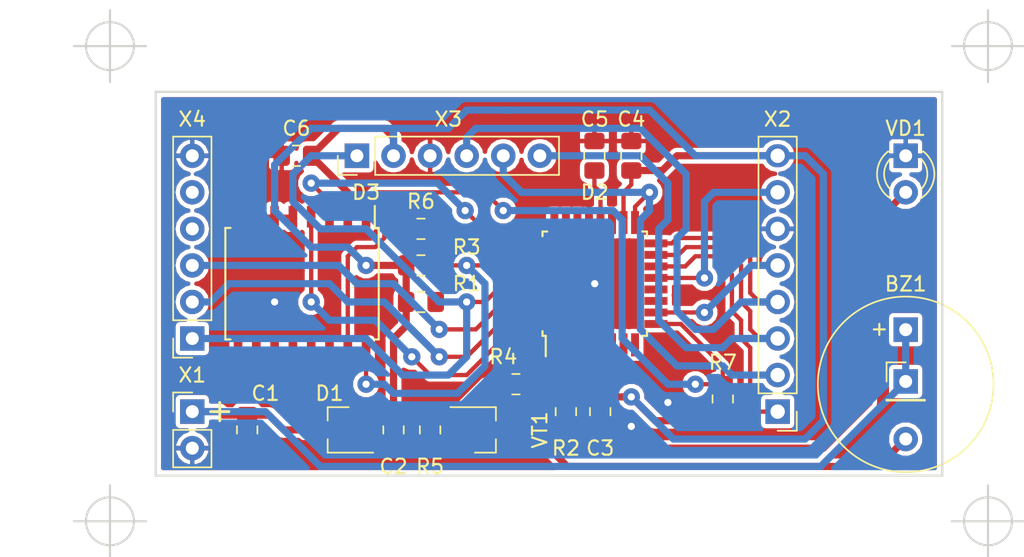
<source format=kicad_pcb>
(kicad_pcb (version 20171130) (host pcbnew "(5.0.1)-3")

  (general
    (thickness 1.5)
    (drawings 13)
    (tracks 363)
    (zones 0)
    (modules 24)
    (nets 24)
  )

  (page A4)
  (layers
    (0 F.Cu signal)
    (31 B.Cu signal)
    (32 B.Adhes user)
    (33 F.Adhes user)
    (34 B.Paste user)
    (35 F.Paste user)
    (36 B.SilkS user)
    (37 F.SilkS user)
    (38 B.Mask user)
    (39 F.Mask user)
    (40 Dwgs.User user)
    (41 Cmts.User user)
    (42 Eco1.User user)
    (43 Eco2.User user)
    (44 Edge.Cuts user)
    (45 Margin user)
    (46 B.CrtYd user)
    (47 F.CrtYd user)
    (48 B.Fab user)
    (49 F.Fab user hide)
  )

  (setup
    (last_trace_width 0.3)
    (trace_clearance 0.3)
    (zone_clearance 0.508)
    (zone_45_only no)
    (trace_min 0.3)
    (segment_width 0.2)
    (edge_width 0.15)
    (via_size 1.2)
    (via_drill 0.5)
    (via_min_size 1.2)
    (via_min_drill 0.3)
    (uvia_size 0.3)
    (uvia_drill 0.1)
    (uvias_allowed no)
    (uvia_min_size 0.2)
    (uvia_min_drill 0.1)
    (pcb_text_width 0.3)
    (pcb_text_size 1.5 1.5)
    (mod_edge_width 0.15)
    (mod_text_size 1 1)
    (mod_text_width 0.15)
    (pad_size 1.7 1.7)
    (pad_drill 0.9)
    (pad_to_mask_clearance 0.051)
    (solder_mask_min_width 0.25)
    (aux_axis_origin 144.78 104.775)
    (visible_elements 7FFFFFFF)
    (pcbplotparams
      (layerselection 0x010c0_ffffffff)
      (usegerberextensions false)
      (usegerberattributes false)
      (usegerberadvancedattributes false)
      (creategerberjobfile true)
      (excludeedgelayer true)
      (linewidth 0.100000)
      (plotframeref false)
      (viasonmask false)
      (mode 1)
      (useauxorigin false)
      (hpglpennumber 1)
      (hpglpenspeed 20)
      (hpglpendiameter 15.000000)
      (psnegative false)
      (psa4output false)
      (plotreference false)
      (plotvalue false)
      (plotinvisibletext false)
      (padsonsilk false)
      (subtractmaskfromsilk false)
      (outputformat 1)
      (mirror false)
      (drillshape 0)
      (scaleselection 1)
      (outputdirectory "../prod/gerber/"))
  )

  (net 0 "")
  (net 1 "Net-(BZ1-Pad2)")
  (net 2 +BATT)
  (net 3 GNDD)
  (net 4 +3V3)
  (net 5 /PB2)
  (net 6 RST)
  (net 7 /PB3)
  (net 8 "Net-(D2-Pad2)")
  (net 9 /PB4)
  (net 10 "Net-(D2-Pad1)")
  (net 11 /PB5)
  (net 12 /PB1)
  (net 13 TX)
  (net 14 RX)
  (net 15 "Net-(C5-Pad1)")
  (net 16 PD6)
  (net 17 PC3)
  (net 18 /SDA)
  (net 19 /SCL)
  (net 20 "Net-(D2-Pad32)")
  (net 21 PD5)
  (net 22 "Net-(R2-Pad1)")
  (net 23 "Net-(R4-Pad1)")

  (net_class Default "Это класс цепей по умолчанию."
    (clearance 0.3)
    (trace_width 0.3)
    (via_dia 1.2)
    (via_drill 0.5)
    (uvia_dia 0.3)
    (uvia_drill 0.1)
    (add_net /PB1)
    (add_net /PB2)
    (add_net /PB3)
    (add_net /PB4)
    (add_net /PB5)
    (add_net /SCL)
    (add_net /SDA)
    (add_net "Net-(BZ1-Pad2)")
    (add_net "Net-(C5-Pad1)")
    (add_net "Net-(D2-Pad1)")
    (add_net "Net-(D2-Pad2)")
    (add_net "Net-(D2-Pad32)")
    (add_net "Net-(R2-Pad1)")
    (add_net "Net-(R4-Pad1)")
    (add_net PC3)
    (add_net PD5)
    (add_net PD6)
    (add_net RST)
    (add_net RX)
    (add_net TX)
  )

  (net_class power ""
    (clearance 0.3)
    (trace_width 0.5)
    (via_dia 1.8)
    (via_drill 0.7)
    (uvia_dia 0.3)
    (uvia_drill 0.1)
    (add_net +3V3)
    (add_net +BATT)
    (add_net GNDD)
  )

  (module Buzzer_Beeper:Buzzer_12x9.5RM7.6 (layer F.Cu) (tedit 5C363B64) (tstamp 5C4ED3F0)
    (at 196.85 94.635 270)
    (descr "Generic Buzzer, D12mm height 9.5mm with RM7.6mm")
    (tags buzzer)
    (path /5BE5F766)
    (fp_text reference BZ1 (at -3.175 0) (layer F.SilkS)
      (effects (font (size 1 1) (thickness 0.15)))
    )
    (fp_text value TR1205Y (at 3.8 7.4 270) (layer F.Fab)
      (effects (font (size 1 1) (thickness 0.15)))
    )
    (fp_circle (center 3.8 0) (end 9.9 0) (layer F.SilkS) (width 0.12))
    (fp_circle (center 3.8 0) (end 4.8 0) (layer F.Fab) (width 0.1))
    (fp_circle (center 3.8 0) (end 9.8 0) (layer F.Fab) (width 0.1))
    (fp_circle (center 3.8 0) (end 10.05 0) (layer F.CrtYd) (width 0.05))
    (fp_text user %R (at 3.8 -4 270) (layer F.Fab)
      (effects (font (size 1 1) (thickness 0.15)))
    )
    (fp_text user + (at -0.02 1.905 270) (layer F.SilkS)
      (effects (font (size 1 1) (thickness 0.15)))
    )
    (fp_text user + (at -0.01 -2.54 270) (layer F.Fab)
      (effects (font (size 1 1) (thickness 0.15)))
    )
    (pad 2 thru_hole circle (at 7.6 0 270) (size 1.7 1.7) (drill 0.9) (layers *.Cu *.Mask)
      (net 1 "Net-(BZ1-Pad2)"))
    (pad 1 thru_hole rect (at 0 0 270) (size 1.7 1.7) (drill 0.9) (layers *.Cu *.Mask)
      (net 2 +BATT))
    (model ${KISYS3DMOD}/Buzzer_Beeper.3dshapes/Buzzer_12x9.5RM7.6.wrl
      (at (xyz 0 0 0))
      (scale (xyz 1 1 1))
      (rotate (xyz 0 0 0))
    )
  )

  (module Capacitor_SMD:C_0805_2012Metric_Pad1.15x1.40mm_HandSolder (layer F.Cu) (tedit 5B36C52B) (tstamp 5BFB7BFE)
    (at 151.13 101.6 270)
    (descr "Capacitor SMD 0805 (2012 Metric), square (rectangular) end terminal, IPC_7351 nominal with elongated pad for handsoldering. (Body size source: https://docs.google.com/spreadsheets/d/1BsfQQcO9C6DZCsRaXUlFlo91Tg2WpOkGARC1WS5S8t0/edit?usp=sharing), generated with kicad-footprint-generator")
    (tags "capacitor handsolder")
    (path /5BE42D9E)
    (attr smd)
    (fp_text reference C1 (at -2.54 -1.27 180) (layer F.SilkS)
      (effects (font (size 1 1) (thickness 0.15)))
    )
    (fp_text value "1 uF" (at 0 1.65 270) (layer F.Fab)
      (effects (font (size 1 1) (thickness 0.15)))
    )
    (fp_line (start -1 0.6) (end -1 -0.6) (layer F.Fab) (width 0.1))
    (fp_line (start -1 -0.6) (end 1 -0.6) (layer F.Fab) (width 0.1))
    (fp_line (start 1 -0.6) (end 1 0.6) (layer F.Fab) (width 0.1))
    (fp_line (start 1 0.6) (end -1 0.6) (layer F.Fab) (width 0.1))
    (fp_line (start -0.261252 -0.71) (end 0.261252 -0.71) (layer F.SilkS) (width 0.12))
    (fp_line (start -0.261252 0.71) (end 0.261252 0.71) (layer F.SilkS) (width 0.12))
    (fp_line (start -1.85 0.95) (end -1.85 -0.95) (layer F.CrtYd) (width 0.05))
    (fp_line (start -1.85 -0.95) (end 1.85 -0.95) (layer F.CrtYd) (width 0.05))
    (fp_line (start 1.85 -0.95) (end 1.85 0.95) (layer F.CrtYd) (width 0.05))
    (fp_line (start 1.85 0.95) (end -1.85 0.95) (layer F.CrtYd) (width 0.05))
    (fp_text user %R (at 0 0 270) (layer F.Fab)
      (effects (font (size 0.5 0.5) (thickness 0.08)))
    )
    (pad 1 smd roundrect (at -1.025 0 270) (size 1.15 1.4) (layers F.Cu F.Paste F.Mask) (roundrect_rratio 0.217391)
      (net 2 +BATT))
    (pad 2 smd roundrect (at 1.025 0 270) (size 1.15 1.4) (layers F.Cu F.Paste F.Mask) (roundrect_rratio 0.217391)
      (net 3 GNDD))
    (model ${KISYS3DMOD}/Capacitor_SMD.3dshapes/C_0805_2012Metric.wrl
      (at (xyz 0 0 0))
      (scale (xyz 1 1 1))
      (rotate (xyz 0 0 0))
    )
  )

  (module Capacitor_SMD:C_0805_2012Metric_Pad1.15x1.40mm_HandSolder (layer F.Cu) (tedit 5B36C52B) (tstamp 5BFB7C0E)
    (at 161.29 101.6 270)
    (descr "Capacitor SMD 0805 (2012 Metric), square (rectangular) end terminal, IPC_7351 nominal with elongated pad for handsoldering. (Body size source: https://docs.google.com/spreadsheets/d/1BsfQQcO9C6DZCsRaXUlFlo91Tg2WpOkGARC1WS5S8t0/edit?usp=sharing), generated with kicad-footprint-generator")
    (tags "capacitor handsolder")
    (path /5BE42E09)
    (attr smd)
    (fp_text reference C2 (at 2.54 0) (layer F.SilkS)
      (effects (font (size 1 1) (thickness 0.15)))
    )
    (fp_text value "1 uF" (at 0 1.65 270) (layer F.Fab)
      (effects (font (size 1 1) (thickness 0.15)))
    )
    (fp_text user %R (at 0 0 270) (layer F.Fab)
      (effects (font (size 0.5 0.5) (thickness 0.08)))
    )
    (fp_line (start 1.85 0.95) (end -1.85 0.95) (layer F.CrtYd) (width 0.05))
    (fp_line (start 1.85 -0.95) (end 1.85 0.95) (layer F.CrtYd) (width 0.05))
    (fp_line (start -1.85 -0.95) (end 1.85 -0.95) (layer F.CrtYd) (width 0.05))
    (fp_line (start -1.85 0.95) (end -1.85 -0.95) (layer F.CrtYd) (width 0.05))
    (fp_line (start -0.261252 0.71) (end 0.261252 0.71) (layer F.SilkS) (width 0.12))
    (fp_line (start -0.261252 -0.71) (end 0.261252 -0.71) (layer F.SilkS) (width 0.12))
    (fp_line (start 1 0.6) (end -1 0.6) (layer F.Fab) (width 0.1))
    (fp_line (start 1 -0.6) (end 1 0.6) (layer F.Fab) (width 0.1))
    (fp_line (start -1 -0.6) (end 1 -0.6) (layer F.Fab) (width 0.1))
    (fp_line (start -1 0.6) (end -1 -0.6) (layer F.Fab) (width 0.1))
    (pad 2 smd roundrect (at 1.025 0 270) (size 1.15 1.4) (layers F.Cu F.Paste F.Mask) (roundrect_rratio 0.217391)
      (net 3 GNDD))
    (pad 1 smd roundrect (at -1.025 0 270) (size 1.15 1.4) (layers F.Cu F.Paste F.Mask) (roundrect_rratio 0.217391)
      (net 4 +3V3))
    (model ${KISYS3DMOD}/Capacitor_SMD.3dshapes/C_0805_2012Metric.wrl
      (at (xyz 0 0 0))
      (scale (xyz 1 1 1))
      (rotate (xyz 0 0 0))
    )
  )

  (module Capacitor_SMD:C_0805_2012Metric_Pad1.15x1.40mm_HandSolder (layer F.Cu) (tedit 5C03D831) (tstamp 5BFB7C1E)
    (at 175.641 100.33 270)
    (descr "Capacitor SMD 0805 (2012 Metric), square (rectangular) end terminal, IPC_7351 nominal with elongated pad for handsoldering. (Body size source: https://docs.google.com/spreadsheets/d/1BsfQQcO9C6DZCsRaXUlFlo91Tg2WpOkGARC1WS5S8t0/edit?usp=sharing), generated with kicad-footprint-generator")
    (tags "capacitor handsolder")
    (path /5BE7CE78)
    (attr smd)
    (fp_text reference C3 (at 2.54 0) (layer F.SilkS)
      (effects (font (size 1 1) (thickness 0.15)))
    )
    (fp_text value "100 nF" (at 0 1.65 270) (layer F.Fab)
      (effects (font (size 1 1) (thickness 0.15)))
    )
    (fp_line (start -1 0.6) (end -1 -0.6) (layer F.Fab) (width 0.1))
    (fp_line (start -1 -0.6) (end 1 -0.6) (layer F.Fab) (width 0.1))
    (fp_line (start 1 -0.6) (end 1 0.6) (layer F.Fab) (width 0.1))
    (fp_line (start 1 0.6) (end -1 0.6) (layer F.Fab) (width 0.1))
    (fp_line (start -0.261252 -0.71) (end 0.261252 -0.71) (layer F.SilkS) (width 0.12))
    (fp_line (start -0.261252 0.71) (end 0.261252 0.71) (layer F.SilkS) (width 0.12))
    (fp_line (start -1.85 0.95) (end -1.85 -0.95) (layer F.CrtYd) (width 0.05))
    (fp_line (start -1.85 -0.95) (end 1.85 -0.95) (layer F.CrtYd) (width 0.05))
    (fp_line (start 1.85 -0.95) (end 1.85 0.95) (layer F.CrtYd) (width 0.05))
    (fp_line (start 1.85 0.95) (end -1.85 0.95) (layer F.CrtYd) (width 0.05))
    (fp_text user %R (at 0 0 270) (layer F.Fab)
      (effects (font (size 0.5 0.5) (thickness 0.08)))
    )
    (pad 1 smd roundrect (at -1.025 0 270) (size 1.15 1.4) (layers F.Cu F.Paste F.Mask) (roundrect_rratio 0.217391)
      (net 4 +3V3))
    (pad 2 smd roundrect (at 1.025 0 270) (size 1.15 1.4) (layers F.Cu F.Paste F.Mask) (roundrect_rratio 0.217391)
      (net 3 GNDD))
    (model ${KISYS3DMOD}/Capacitor_SMD.3dshapes/C_0805_2012Metric.wrl
      (at (xyz 0 0 0))
      (scale (xyz 1 1 1))
      (rotate (xyz 0 0 0))
    )
  )

  (module Capacitor_SMD:C_0805_2012Metric_Pad1.15x1.40mm_HandSolder (layer F.Cu) (tedit 5B36C52B) (tstamp 5BFB7C2E)
    (at 177.8 82.55 90)
    (descr "Capacitor SMD 0805 (2012 Metric), square (rectangular) end terminal, IPC_7351 nominal with elongated pad for handsoldering. (Body size source: https://docs.google.com/spreadsheets/d/1BsfQQcO9C6DZCsRaXUlFlo91Tg2WpOkGARC1WS5S8t0/edit?usp=sharing), generated with kicad-footprint-generator")
    (tags "capacitor handsolder")
    (path /5BE7C1F3)
    (attr smd)
    (fp_text reference C4 (at 2.54 0 180) (layer F.SilkS)
      (effects (font (size 1 1) (thickness 0.15)))
    )
    (fp_text value "100 nF" (at 0 1.65 90) (layer F.Fab)
      (effects (font (size 1 1) (thickness 0.15)))
    )
    (fp_text user %R (at 0 0 90) (layer F.Fab)
      (effects (font (size 0.5 0.5) (thickness 0.08)))
    )
    (fp_line (start 1.85 0.95) (end -1.85 0.95) (layer F.CrtYd) (width 0.05))
    (fp_line (start 1.85 -0.95) (end 1.85 0.95) (layer F.CrtYd) (width 0.05))
    (fp_line (start -1.85 -0.95) (end 1.85 -0.95) (layer F.CrtYd) (width 0.05))
    (fp_line (start -1.85 0.95) (end -1.85 -0.95) (layer F.CrtYd) (width 0.05))
    (fp_line (start -0.261252 0.71) (end 0.261252 0.71) (layer F.SilkS) (width 0.12))
    (fp_line (start -0.261252 -0.71) (end 0.261252 -0.71) (layer F.SilkS) (width 0.12))
    (fp_line (start 1 0.6) (end -1 0.6) (layer F.Fab) (width 0.1))
    (fp_line (start 1 -0.6) (end 1 0.6) (layer F.Fab) (width 0.1))
    (fp_line (start -1 -0.6) (end 1 -0.6) (layer F.Fab) (width 0.1))
    (fp_line (start -1 0.6) (end -1 -0.6) (layer F.Fab) (width 0.1))
    (pad 2 smd roundrect (at 1.025 0 90) (size 1.15 1.4) (layers F.Cu F.Paste F.Mask) (roundrect_rratio 0.217391)
      (net 3 GNDD))
    (pad 1 smd roundrect (at -1.025 0 90) (size 1.15 1.4) (layers F.Cu F.Paste F.Mask) (roundrect_rratio 0.217391)
      (net 4 +3V3))
    (model ${KISYS3DMOD}/Capacitor_SMD.3dshapes/C_0805_2012Metric.wrl
      (at (xyz 0 0 0))
      (scale (xyz 1 1 1))
      (rotate (xyz 0 0 0))
    )
  )

  (module Capacitor_SMD:C_0805_2012Metric_Pad1.15x1.40mm_HandSolder (layer F.Cu) (tedit 5B36C52B) (tstamp 5BFB7C3E)
    (at 175.24 82.55 90)
    (descr "Capacitor SMD 0805 (2012 Metric), square (rectangular) end terminal, IPC_7351 nominal with elongated pad for handsoldering. (Body size source: https://docs.google.com/spreadsheets/d/1BsfQQcO9C6DZCsRaXUlFlo91Tg2WpOkGARC1WS5S8t0/edit?usp=sharing), generated with kicad-footprint-generator")
    (tags "capacitor handsolder")
    (path /5BE71484)
    (attr smd)
    (fp_text reference C5 (at 2.54 0.02 180) (layer F.SilkS)
      (effects (font (size 1 1) (thickness 0.15)))
    )
    (fp_text value "100 nF" (at 0 1.65 90) (layer F.Fab)
      (effects (font (size 1 1) (thickness 0.15)))
    )
    (fp_line (start -1 0.6) (end -1 -0.6) (layer F.Fab) (width 0.1))
    (fp_line (start -1 -0.6) (end 1 -0.6) (layer F.Fab) (width 0.1))
    (fp_line (start 1 -0.6) (end 1 0.6) (layer F.Fab) (width 0.1))
    (fp_line (start 1 0.6) (end -1 0.6) (layer F.Fab) (width 0.1))
    (fp_line (start -0.261252 -0.71) (end 0.261252 -0.71) (layer F.SilkS) (width 0.12))
    (fp_line (start -0.261252 0.71) (end 0.261252 0.71) (layer F.SilkS) (width 0.12))
    (fp_line (start -1.85 0.95) (end -1.85 -0.95) (layer F.CrtYd) (width 0.05))
    (fp_line (start -1.85 -0.95) (end 1.85 -0.95) (layer F.CrtYd) (width 0.05))
    (fp_line (start 1.85 -0.95) (end 1.85 0.95) (layer F.CrtYd) (width 0.05))
    (fp_line (start 1.85 0.95) (end -1.85 0.95) (layer F.CrtYd) (width 0.05))
    (fp_text user %R (at 0 0 90) (layer F.Fab)
      (effects (font (size 0.5 0.5) (thickness 0.08)))
    )
    (pad 1 smd roundrect (at -1.025 0 90) (size 1.15 1.4) (layers F.Cu F.Paste F.Mask) (roundrect_rratio 0.217391)
      (net 15 "Net-(C5-Pad1)"))
    (pad 2 smd roundrect (at 1.025 0 90) (size 1.15 1.4) (layers F.Cu F.Paste F.Mask) (roundrect_rratio 0.217391)
      (net 3 GNDD))
    (model ${KISYS3DMOD}/Capacitor_SMD.3dshapes/C_0805_2012Metric.wrl
      (at (xyz 0 0 0))
      (scale (xyz 1 1 1))
      (rotate (xyz 0 0 0))
    )
  )

  (module Capacitor_SMD:C_0805_2012Metric_Pad1.15x1.40mm_HandSolder (layer F.Cu) (tedit 5B36C52B) (tstamp 5BFB7C4E)
    (at 154.55 82.55 180)
    (descr "Capacitor SMD 0805 (2012 Metric), square (rectangular) end terminal, IPC_7351 nominal with elongated pad for handsoldering. (Body size source: https://docs.google.com/spreadsheets/d/1BsfQQcO9C6DZCsRaXUlFlo91Tg2WpOkGARC1WS5S8t0/edit?usp=sharing), generated with kicad-footprint-generator")
    (tags "capacitor handsolder")
    (path /5C2396EF)
    (attr smd)
    (fp_text reference C6 (at 0 1.905) (layer F.SilkS)
      (effects (font (size 1 1) (thickness 0.15)))
    )
    (fp_text value "100 nF" (at 0 1.65 180) (layer F.Fab)
      (effects (font (size 1 1) (thickness 0.15)))
    )
    (fp_text user %R (at 0 0 180) (layer F.Fab)
      (effects (font (size 0.5 0.5) (thickness 0.08)))
    )
    (fp_line (start 1.85 0.95) (end -1.85 0.95) (layer F.CrtYd) (width 0.05))
    (fp_line (start 1.85 -0.95) (end 1.85 0.95) (layer F.CrtYd) (width 0.05))
    (fp_line (start -1.85 -0.95) (end 1.85 -0.95) (layer F.CrtYd) (width 0.05))
    (fp_line (start -1.85 0.95) (end -1.85 -0.95) (layer F.CrtYd) (width 0.05))
    (fp_line (start -0.261252 0.71) (end 0.261252 0.71) (layer F.SilkS) (width 0.12))
    (fp_line (start -0.261252 -0.71) (end 0.261252 -0.71) (layer F.SilkS) (width 0.12))
    (fp_line (start 1 0.6) (end -1 0.6) (layer F.Fab) (width 0.1))
    (fp_line (start 1 -0.6) (end 1 0.6) (layer F.Fab) (width 0.1))
    (fp_line (start -1 -0.6) (end 1 -0.6) (layer F.Fab) (width 0.1))
    (fp_line (start -1 0.6) (end -1 -0.6) (layer F.Fab) (width 0.1))
    (pad 2 smd roundrect (at 1.025 0 180) (size 1.15 1.4) (layers F.Cu F.Paste F.Mask) (roundrect_rratio 0.217391)
      (net 3 GNDD))
    (pad 1 smd roundrect (at -1.025 0 180) (size 1.15 1.4) (layers F.Cu F.Paste F.Mask) (roundrect_rratio 0.217391)
      (net 4 +3V3))
    (model ${KISYS3DMOD}/Capacitor_SMD.3dshapes/C_0805_2012Metric.wrl
      (at (xyz 0 0 0))
      (scale (xyz 1 1 1))
      (rotate (xyz 0 0 0))
    )
  )

  (module Package_TO_SOT_SMD:SOT-23_Handsoldering (layer F.Cu) (tedit 5A0AB76C) (tstamp 5BFB7C6E)
    (at 157.48 101.6 180)
    (descr "SOT-23, Handsoldering")
    (tags SOT-23)
    (path /5BE42948)
    (attr smd)
    (fp_text reference D1 (at 0.635 2.54 180) (layer F.SilkS)
      (effects (font (size 1 1) (thickness 0.15)))
    )
    (fp_text value MCP1700-3302E (at 0 2.5 180) (layer F.Fab)
      (effects (font (size 1 1) (thickness 0.15)))
    )
    (fp_text user %R (at 0 0 270) (layer F.Fab)
      (effects (font (size 0.5 0.5) (thickness 0.075)))
    )
    (fp_line (start 0.76 1.58) (end 0.76 0.65) (layer F.SilkS) (width 0.12))
    (fp_line (start 0.76 -1.58) (end 0.76 -0.65) (layer F.SilkS) (width 0.12))
    (fp_line (start -2.7 -1.75) (end 2.7 -1.75) (layer F.CrtYd) (width 0.05))
    (fp_line (start 2.7 -1.75) (end 2.7 1.75) (layer F.CrtYd) (width 0.05))
    (fp_line (start 2.7 1.75) (end -2.7 1.75) (layer F.CrtYd) (width 0.05))
    (fp_line (start -2.7 1.75) (end -2.7 -1.75) (layer F.CrtYd) (width 0.05))
    (fp_line (start 0.76 -1.58) (end -2.4 -1.58) (layer F.SilkS) (width 0.12))
    (fp_line (start -0.7 -0.95) (end -0.7 1.5) (layer F.Fab) (width 0.1))
    (fp_line (start -0.15 -1.52) (end 0.7 -1.52) (layer F.Fab) (width 0.1))
    (fp_line (start -0.7 -0.95) (end -0.15 -1.52) (layer F.Fab) (width 0.1))
    (fp_line (start 0.7 -1.52) (end 0.7 1.52) (layer F.Fab) (width 0.1))
    (fp_line (start -0.7 1.52) (end 0.7 1.52) (layer F.Fab) (width 0.1))
    (fp_line (start 0.76 1.58) (end -0.7 1.58) (layer F.SilkS) (width 0.12))
    (pad 1 smd rect (at -1.5 -0.95 180) (size 1.9 0.8) (layers F.Cu F.Paste F.Mask)
      (net 3 GNDD))
    (pad 2 smd rect (at -1.5 0.95 180) (size 1.9 0.8) (layers F.Cu F.Paste F.Mask)
      (net 4 +3V3))
    (pad 3 smd rect (at 1.5 0 180) (size 1.9 0.8) (layers F.Cu F.Paste F.Mask)
      (net 2 +BATT))
    (model ${KISYS3DMOD}/Package_TO_SOT_SMD.3dshapes/SOT-23.wrl
      (at (xyz 0 0 0))
      (scale (xyz 1 1 1))
      (rotate (xyz 0 0 0))
    )
  )

  (module Package_QFP:TQFP-32_7x7mm_P0.8mm (layer F.Cu) (tedit 5A02F146) (tstamp 5BFB7C82)
    (at 175.26 91.44 90)
    (descr "32-Lead Plastic Thin Quad Flatpack (PT) - 7x7x1.0 mm Body, 2.00 mm [TQFP] (see Microchip Packaging Specification 00000049BS.pdf)")
    (tags "QFP 0.8")
    (path /5BE4287E)
    (attr smd)
    (fp_text reference D2 (at 6.35 0 180) (layer F.SilkS)
      (effects (font (size 1 1) (thickness 0.15)))
    )
    (fp_text value ATmega328P-AU (at 0 6.05 90) (layer F.Fab)
      (effects (font (size 1 1) (thickness 0.15)))
    )
    (fp_text user %R (at 0 0 90) (layer F.Fab)
      (effects (font (size 1 1) (thickness 0.15)))
    )
    (fp_line (start -2.5 -3.5) (end 3.5 -3.5) (layer F.Fab) (width 0.15))
    (fp_line (start 3.5 -3.5) (end 3.5 3.5) (layer F.Fab) (width 0.15))
    (fp_line (start 3.5 3.5) (end -3.5 3.5) (layer F.Fab) (width 0.15))
    (fp_line (start -3.5 3.5) (end -3.5 -2.5) (layer F.Fab) (width 0.15))
    (fp_line (start -3.5 -2.5) (end -2.5 -3.5) (layer F.Fab) (width 0.15))
    (fp_line (start -5.3 -5.3) (end -5.3 5.3) (layer F.CrtYd) (width 0.05))
    (fp_line (start 5.3 -5.3) (end 5.3 5.3) (layer F.CrtYd) (width 0.05))
    (fp_line (start -5.3 -5.3) (end 5.3 -5.3) (layer F.CrtYd) (width 0.05))
    (fp_line (start -5.3 5.3) (end 5.3 5.3) (layer F.CrtYd) (width 0.05))
    (fp_line (start -3.625 -3.625) (end -3.625 -3.4) (layer F.SilkS) (width 0.15))
    (fp_line (start 3.625 -3.625) (end 3.625 -3.3) (layer F.SilkS) (width 0.15))
    (fp_line (start 3.625 3.625) (end 3.625 3.3) (layer F.SilkS) (width 0.15))
    (fp_line (start -3.625 3.625) (end -3.625 3.3) (layer F.SilkS) (width 0.15))
    (fp_line (start -3.625 -3.625) (end -3.3 -3.625) (layer F.SilkS) (width 0.15))
    (fp_line (start -3.625 3.625) (end -3.3 3.625) (layer F.SilkS) (width 0.15))
    (fp_line (start 3.625 3.625) (end 3.3 3.625) (layer F.SilkS) (width 0.15))
    (fp_line (start 3.625 -3.625) (end 3.3 -3.625) (layer F.SilkS) (width 0.15))
    (fp_line (start -3.625 -3.4) (end -5.05 -3.4) (layer F.SilkS) (width 0.15))
    (pad 1 smd rect (at -4.25 -2.8 90) (size 1.6 0.55) (layers F.Cu F.Paste F.Mask)
      (net 10 "Net-(D2-Pad1)"))
    (pad 2 smd rect (at -4.25 -2 90) (size 1.6 0.55) (layers F.Cu F.Paste F.Mask)
      (net 8 "Net-(D2-Pad2)"))
    (pad 3 smd rect (at -4.25 -1.2 90) (size 1.6 0.55) (layers F.Cu F.Paste F.Mask)
      (net 3 GNDD))
    (pad 4 smd rect (at -4.25 -0.4 90) (size 1.6 0.55) (layers F.Cu F.Paste F.Mask)
      (net 4 +3V3))
    (pad 5 smd rect (at -4.25 0.4 90) (size 1.6 0.55) (layers F.Cu F.Paste F.Mask)
      (net 3 GNDD))
    (pad 6 smd rect (at -4.25 1.2 90) (size 1.6 0.55) (layers F.Cu F.Paste F.Mask)
      (net 4 +3V3))
    (pad 7 smd rect (at -4.25 2 90) (size 1.6 0.55) (layers F.Cu F.Paste F.Mask))
    (pad 8 smd rect (at -4.25 2.8 90) (size 1.6 0.55) (layers F.Cu F.Paste F.Mask))
    (pad 9 smd rect (at -2.8 4.25 180) (size 1.6 0.55) (layers F.Cu F.Paste F.Mask)
      (net 21 PD5))
    (pad 10 smd rect (at -2 4.25 180) (size 1.6 0.55) (layers F.Cu F.Paste F.Mask)
      (net 16 PD6))
    (pad 11 smd rect (at -1.2 4.25 180) (size 1.6 0.55) (layers F.Cu F.Paste F.Mask))
    (pad 12 smd rect (at -0.4 4.25 180) (size 1.6 0.55) (layers F.Cu F.Paste F.Mask))
    (pad 13 smd rect (at 0.4 4.25 180) (size 1.6 0.55) (layers F.Cu F.Paste F.Mask)
      (net 12 /PB1))
    (pad 14 smd rect (at 1.2 4.25 180) (size 1.6 0.55) (layers F.Cu F.Paste F.Mask)
      (net 5 /PB2))
    (pad 15 smd rect (at 2 4.25 180) (size 1.6 0.55) (layers F.Cu F.Paste F.Mask)
      (net 7 /PB3))
    (pad 16 smd rect (at 2.8 4.25 180) (size 1.6 0.55) (layers F.Cu F.Paste F.Mask)
      (net 9 /PB4))
    (pad 17 smd rect (at 4.25 2.8 90) (size 1.6 0.55) (layers F.Cu F.Paste F.Mask)
      (net 11 /PB5))
    (pad 18 smd rect (at 4.25 2 90) (size 1.6 0.55) (layers F.Cu F.Paste F.Mask)
      (net 4 +3V3))
    (pad 19 smd rect (at 4.25 1.2 90) (size 1.6 0.55) (layers F.Cu F.Paste F.Mask))
    (pad 20 smd rect (at 4.25 0.4 90) (size 1.6 0.55) (layers F.Cu F.Paste F.Mask)
      (net 15 "Net-(C5-Pad1)"))
    (pad 21 smd rect (at 4.25 -0.4 90) (size 1.6 0.55) (layers F.Cu F.Paste F.Mask)
      (net 3 GNDD))
    (pad 22 smd rect (at 4.25 -1.2 90) (size 1.6 0.55) (layers F.Cu F.Paste F.Mask))
    (pad 23 smd rect (at 4.25 -2 90) (size 1.6 0.55) (layers F.Cu F.Paste F.Mask))
    (pad 24 smd rect (at 4.25 -2.8 90) (size 1.6 0.55) (layers F.Cu F.Paste F.Mask))
    (pad 25 smd rect (at 2.8 -4.25 180) (size 1.6 0.55) (layers F.Cu F.Paste F.Mask))
    (pad 26 smd rect (at 2 -4.25 180) (size 1.6 0.55) (layers F.Cu F.Paste F.Mask)
      (net 17 PC3))
    (pad 27 smd rect (at 1.2 -4.25 180) (size 1.6 0.55) (layers F.Cu F.Paste F.Mask)
      (net 18 /SDA))
    (pad 28 smd rect (at 0.4 -4.25 180) (size 1.6 0.55) (layers F.Cu F.Paste F.Mask)
      (net 19 /SCL))
    (pad 29 smd rect (at -0.4 -4.25 180) (size 1.6 0.55) (layers F.Cu F.Paste F.Mask)
      (net 6 RST))
    (pad 30 smd rect (at -1.2 -4.25 180) (size 1.6 0.55) (layers F.Cu F.Paste F.Mask)
      (net 14 RX))
    (pad 31 smd rect (at -2 -4.25 180) (size 1.6 0.55) (layers F.Cu F.Paste F.Mask)
      (net 13 TX))
    (pad 32 smd rect (at -2.8 -4.25 180) (size 1.6 0.55) (layers F.Cu F.Paste F.Mask)
      (net 20 "Net-(D2-Pad32)"))
    (model ${KISYS3DMOD}/Package_QFP.3dshapes/TQFP-32_7x7mm_P0.8mm.wrl
      (at (xyz 0 0 0))
      (scale (xyz 1 1 1))
      (rotate (xyz 0 0 0))
    )
  )

  (module Package_SO:SOIC-16W_7.5x10.3mm_P1.27mm (layer F.Cu) (tedit 5A02F2D3) (tstamp 5BFB7CB8)
    (at 154.94 91.44 270)
    (descr "16-Lead Plastic Small Outline (SO) - Wide, 7.50 mm Body [SOIC] (see Microchip Packaging Specification 00000049BS.pdf)")
    (tags "SOIC 1.27")
    (path /5BE583D9)
    (attr smd)
    (fp_text reference D3 (at -6.35 -4.445) (layer F.SilkS)
      (effects (font (size 1 1) (thickness 0.15)))
    )
    (fp_text value DS3231SN (at 0 6.25 270) (layer F.Fab)
      (effects (font (size 1 1) (thickness 0.15)))
    )
    (fp_text user %R (at 0 0 270) (layer F.Fab)
      (effects (font (size 1 1) (thickness 0.15)))
    )
    (fp_line (start -2.75 -5.15) (end 3.75 -5.15) (layer F.Fab) (width 0.15))
    (fp_line (start 3.75 -5.15) (end 3.75 5.15) (layer F.Fab) (width 0.15))
    (fp_line (start 3.75 5.15) (end -3.75 5.15) (layer F.Fab) (width 0.15))
    (fp_line (start -3.75 5.15) (end -3.75 -4.15) (layer F.Fab) (width 0.15))
    (fp_line (start -3.75 -4.15) (end -2.75 -5.15) (layer F.Fab) (width 0.15))
    (fp_line (start -5.65 -5.5) (end -5.65 5.5) (layer F.CrtYd) (width 0.05))
    (fp_line (start 5.65 -5.5) (end 5.65 5.5) (layer F.CrtYd) (width 0.05))
    (fp_line (start -5.65 -5.5) (end 5.65 -5.5) (layer F.CrtYd) (width 0.05))
    (fp_line (start -5.65 5.5) (end 5.65 5.5) (layer F.CrtYd) (width 0.05))
    (fp_line (start -3.875 -5.325) (end -3.875 -5.05) (layer F.SilkS) (width 0.15))
    (fp_line (start 3.875 -5.325) (end 3.875 -4.97) (layer F.SilkS) (width 0.15))
    (fp_line (start 3.875 5.325) (end 3.875 4.97) (layer F.SilkS) (width 0.15))
    (fp_line (start -3.875 5.325) (end -3.875 4.97) (layer F.SilkS) (width 0.15))
    (fp_line (start -3.875 -5.325) (end 3.875 -5.325) (layer F.SilkS) (width 0.15))
    (fp_line (start -3.875 5.325) (end 3.875 5.325) (layer F.SilkS) (width 0.15))
    (fp_line (start -3.875 -5.05) (end -5.4 -5.05) (layer F.SilkS) (width 0.15))
    (pad 1 smd rect (at -4.65 -4.445 270) (size 1.5 0.6) (layers F.Cu F.Paste F.Mask)
      (net 21 PD5))
    (pad 2 smd rect (at -4.65 -3.175 270) (size 1.5 0.6) (layers F.Cu F.Paste F.Mask)
      (net 4 +3V3))
    (pad 3 smd rect (at -4.65 -1.905 270) (size 1.5 0.6) (layers F.Cu F.Paste F.Mask)
      (net 17 PC3))
    (pad 4 smd rect (at -4.65 -0.635 270) (size 1.5 0.6) (layers F.Cu F.Paste F.Mask)
      (net 20 "Net-(D2-Pad32)"))
    (pad 5 smd rect (at -4.65 0.635 270) (size 1.5 0.6) (layers F.Cu F.Paste F.Mask)
      (net 3 GNDD))
    (pad 6 smd rect (at -4.65 1.905 270) (size 1.5 0.6) (layers F.Cu F.Paste F.Mask)
      (net 3 GNDD))
    (pad 7 smd rect (at -4.65 3.175 270) (size 1.5 0.6) (layers F.Cu F.Paste F.Mask)
      (net 3 GNDD))
    (pad 8 smd rect (at -4.65 4.445 270) (size 1.5 0.6) (layers F.Cu F.Paste F.Mask)
      (net 3 GNDD))
    (pad 9 smd rect (at 4.65 4.445 270) (size 1.5 0.6) (layers F.Cu F.Paste F.Mask)
      (net 3 GNDD))
    (pad 10 smd rect (at 4.65 3.175 270) (size 1.5 0.6) (layers F.Cu F.Paste F.Mask)
      (net 3 GNDD))
    (pad 11 smd rect (at 4.65 1.905 270) (size 1.5 0.6) (layers F.Cu F.Paste F.Mask)
      (net 3 GNDD))
    (pad 12 smd rect (at 4.65 0.635 270) (size 1.5 0.6) (layers F.Cu F.Paste F.Mask)
      (net 3 GNDD))
    (pad 13 smd rect (at 4.65 -0.635 270) (size 1.5 0.6) (layers F.Cu F.Paste F.Mask)
      (net 3 GNDD))
    (pad 14 smd rect (at 4.65 -1.905 270) (size 1.5 0.6) (layers F.Cu F.Paste F.Mask)
      (net 3 GNDD))
    (pad 15 smd rect (at 4.65 -3.175 270) (size 1.5 0.6) (layers F.Cu F.Paste F.Mask)
      (net 18 /SDA))
    (pad 16 smd rect (at 4.65 -4.445 270) (size 1.5 0.6) (layers F.Cu F.Paste F.Mask)
      (net 19 /SCL))
    (model ${KISYS3DMOD}/Package_SO.3dshapes/SOIC-16W_7.5x10.3mm_P1.27mm.wrl
      (at (xyz 0 0 0))
      (scale (xyz 1 1 1))
      (rotate (xyz 0 0 0))
    )
  )

  (module Resistor_SMD:R_0805_2012Metric_Pad1.15x1.40mm_HandSolder (layer F.Cu) (tedit 5B36C52B) (tstamp 5BFB7CEC)
    (at 163.195 92.71)
    (descr "Resistor SMD 0805 (2012 Metric), square (rectangular) end terminal, IPC_7351 nominal with elongated pad for handsoldering. (Body size source: https://docs.google.com/spreadsheets/d/1BsfQQcO9C6DZCsRaXUlFlo91Tg2WpOkGARC1WS5S8t0/edit?usp=sharing), generated with kicad-footprint-generator")
    (tags "resistor handsolder")
    (path /5BE6BA92)
    (attr smd)
    (fp_text reference R1 (at 3.175 -1.27) (layer F.SilkS)
      (effects (font (size 1 1) (thickness 0.15)))
    )
    (fp_text value 33K (at 0 1.65) (layer F.Fab)
      (effects (font (size 1 1) (thickness 0.15)))
    )
    (fp_text user %R (at 0 0) (layer F.Fab)
      (effects (font (size 0.5 0.5) (thickness 0.08)))
    )
    (fp_line (start 1.85 0.95) (end -1.85 0.95) (layer F.CrtYd) (width 0.05))
    (fp_line (start 1.85 -0.95) (end 1.85 0.95) (layer F.CrtYd) (width 0.05))
    (fp_line (start -1.85 -0.95) (end 1.85 -0.95) (layer F.CrtYd) (width 0.05))
    (fp_line (start -1.85 0.95) (end -1.85 -0.95) (layer F.CrtYd) (width 0.05))
    (fp_line (start -0.261252 0.71) (end 0.261252 0.71) (layer F.SilkS) (width 0.12))
    (fp_line (start -0.261252 -0.71) (end 0.261252 -0.71) (layer F.SilkS) (width 0.12))
    (fp_line (start 1 0.6) (end -1 0.6) (layer F.Fab) (width 0.1))
    (fp_line (start 1 -0.6) (end 1 0.6) (layer F.Fab) (width 0.1))
    (fp_line (start -1 -0.6) (end 1 -0.6) (layer F.Fab) (width 0.1))
    (fp_line (start -1 0.6) (end -1 -0.6) (layer F.Fab) (width 0.1))
    (pad 2 smd roundrect (at 1.025 0) (size 1.15 1.4) (layers F.Cu F.Paste F.Mask) (roundrect_rratio 0.217391)
      (net 6 RST))
    (pad 1 smd roundrect (at -1.025 0) (size 1.15 1.4) (layers F.Cu F.Paste F.Mask) (roundrect_rratio 0.217391)
      (net 4 +3V3))
    (model ${KISYS3DMOD}/Resistor_SMD.3dshapes/R_0805_2012Metric.wrl
      (at (xyz 0 0 0))
      (scale (xyz 1 1 1))
      (rotate (xyz 0 0 0))
    )
  )

  (module Resistor_SMD:R_0805_2012Metric_Pad1.15x1.40mm_HandSolder (layer F.Cu) (tedit 5C1694FE) (tstamp 5BFB7CFC)
    (at 173.26 100.33 90)
    (descr "Resistor SMD 0805 (2012 Metric), square (rectangular) end terminal, IPC_7351 nominal with elongated pad for handsoldering. (Body size source: https://docs.google.com/spreadsheets/d/1BsfQQcO9C6DZCsRaXUlFlo91Tg2WpOkGARC1WS5S8t0/edit?usp=sharing), generated with kicad-footprint-generator")
    (tags "resistor handsolder")
    (path /5BE5CB0E)
    (attr smd)
    (fp_text reference R2 (at -2.54 0) (layer F.SilkS)
      (effects (font (size 1 1) (thickness 0.15)))
    )
    (fp_text value 100 (at 0 1.65 90) (layer F.Fab)
      (effects (font (size 1 1) (thickness 0.15)))
    )
    (fp_line (start -1 0.6) (end -1 -0.6) (layer F.Fab) (width 0.1))
    (fp_line (start -1 -0.6) (end 1 -0.6) (layer F.Fab) (width 0.1))
    (fp_line (start 1 -0.6) (end 1 0.6) (layer F.Fab) (width 0.1))
    (fp_line (start 1 0.6) (end -1 0.6) (layer F.Fab) (width 0.1))
    (fp_line (start -0.261252 -0.71) (end 0.261252 -0.71) (layer F.SilkS) (width 0.12))
    (fp_line (start -0.261252 0.71) (end 0.261252 0.71) (layer F.SilkS) (width 0.12))
    (fp_line (start -1.85 0.95) (end -1.85 -0.95) (layer F.CrtYd) (width 0.05))
    (fp_line (start -1.85 -0.95) (end 1.85 -0.95) (layer F.CrtYd) (width 0.05))
    (fp_line (start 1.85 -0.95) (end 1.85 0.95) (layer F.CrtYd) (width 0.05))
    (fp_line (start 1.85 0.95) (end -1.85 0.95) (layer F.CrtYd) (width 0.05))
    (fp_text user %R (at 0 0 90) (layer F.Fab)
      (effects (font (size 0.5 0.5) (thickness 0.08)))
    )
    (pad 1 smd roundrect (at -1.025 0 90) (size 1.15 1.4) (layers F.Cu F.Paste F.Mask) (roundrect_rratio 0.217391)
      (net 22 "Net-(R2-Pad1)"))
    (pad 2 smd roundrect (at 1.025 0 90) (size 1.15 1.4) (layers F.Cu F.Paste F.Mask) (roundrect_rratio 0.217391)
      (net 8 "Net-(D2-Pad2)"))
    (model ${KISYS3DMOD}/Resistor_SMD.3dshapes/R_0805_2012Metric.wrl
      (at (xyz 0 0 0))
      (scale (xyz 1 1 1))
      (rotate (xyz 0 0 0))
    )
  )

  (module Resistor_SMD:R_0805_2012Metric_Pad1.15x1.40mm_HandSolder (layer F.Cu) (tedit 5B36C52B) (tstamp 5BFB7D0C)
    (at 163.195 90.17)
    (descr "Resistor SMD 0805 (2012 Metric), square (rectangular) end terminal, IPC_7351 nominal with elongated pad for handsoldering. (Body size source: https://docs.google.com/spreadsheets/d/1BsfQQcO9C6DZCsRaXUlFlo91Tg2WpOkGARC1WS5S8t0/edit?usp=sharing), generated with kicad-footprint-generator")
    (tags "resistor handsolder")
    (path /5BE590B1)
    (attr smd)
    (fp_text reference R3 (at 3.175 -1.27) (layer F.SilkS)
      (effects (font (size 1 1) (thickness 0.15)))
    )
    (fp_text value 3K3 (at 0 1.65) (layer F.Fab)
      (effects (font (size 1 1) (thickness 0.15)))
    )
    (fp_line (start -1 0.6) (end -1 -0.6) (layer F.Fab) (width 0.1))
    (fp_line (start -1 -0.6) (end 1 -0.6) (layer F.Fab) (width 0.1))
    (fp_line (start 1 -0.6) (end 1 0.6) (layer F.Fab) (width 0.1))
    (fp_line (start 1 0.6) (end -1 0.6) (layer F.Fab) (width 0.1))
    (fp_line (start -0.261252 -0.71) (end 0.261252 -0.71) (layer F.SilkS) (width 0.12))
    (fp_line (start -0.261252 0.71) (end 0.261252 0.71) (layer F.SilkS) (width 0.12))
    (fp_line (start -1.85 0.95) (end -1.85 -0.95) (layer F.CrtYd) (width 0.05))
    (fp_line (start -1.85 -0.95) (end 1.85 -0.95) (layer F.CrtYd) (width 0.05))
    (fp_line (start 1.85 -0.95) (end 1.85 0.95) (layer F.CrtYd) (width 0.05))
    (fp_line (start 1.85 0.95) (end -1.85 0.95) (layer F.CrtYd) (width 0.05))
    (fp_text user %R (at 0 0) (layer F.Fab)
      (effects (font (size 0.5 0.5) (thickness 0.08)))
    )
    (pad 1 smd roundrect (at -1.025 0) (size 1.15 1.4) (layers F.Cu F.Paste F.Mask) (roundrect_rratio 0.217391)
      (net 4 +3V3))
    (pad 2 smd roundrect (at 1.025 0) (size 1.15 1.4) (layers F.Cu F.Paste F.Mask) (roundrect_rratio 0.217391)
      (net 19 /SCL))
    (model ${KISYS3DMOD}/Resistor_SMD.3dshapes/R_0805_2012Metric.wrl
      (at (xyz 0 0 0))
      (scale (xyz 1 1 1))
      (rotate (xyz 0 0 0))
    )
  )

  (module Resistor_SMD:R_0805_2012Metric_Pad1.15x1.40mm_HandSolder (layer F.Cu) (tedit 5B36C52B) (tstamp 5BFB7D1C)
    (at 169.79 98.425)
    (descr "Resistor SMD 0805 (2012 Metric), square (rectangular) end terminal, IPC_7351 nominal with elongated pad for handsoldering. (Body size source: https://docs.google.com/spreadsheets/d/1BsfQQcO9C6DZCsRaXUlFlo91Tg2WpOkGARC1WS5S8t0/edit?usp=sharing), generated with kicad-footprint-generator")
    (tags "resistor handsolder")
    (path /5BE5F975)
    (attr smd)
    (fp_text reference R4 (at -0.88 -1.905 180) (layer F.SilkS)
      (effects (font (size 1 1) (thickness 0.15)))
    )
    (fp_text value 3K3 (at 0 1.65) (layer F.Fab)
      (effects (font (size 1 1) (thickness 0.15)))
    )
    (fp_line (start -1 0.6) (end -1 -0.6) (layer F.Fab) (width 0.1))
    (fp_line (start -1 -0.6) (end 1 -0.6) (layer F.Fab) (width 0.1))
    (fp_line (start 1 -0.6) (end 1 0.6) (layer F.Fab) (width 0.1))
    (fp_line (start 1 0.6) (end -1 0.6) (layer F.Fab) (width 0.1))
    (fp_line (start -0.261252 -0.71) (end 0.261252 -0.71) (layer F.SilkS) (width 0.12))
    (fp_line (start -0.261252 0.71) (end 0.261252 0.71) (layer F.SilkS) (width 0.12))
    (fp_line (start -1.85 0.95) (end -1.85 -0.95) (layer F.CrtYd) (width 0.05))
    (fp_line (start -1.85 -0.95) (end 1.85 -0.95) (layer F.CrtYd) (width 0.05))
    (fp_line (start 1.85 -0.95) (end 1.85 0.95) (layer F.CrtYd) (width 0.05))
    (fp_line (start 1.85 0.95) (end -1.85 0.95) (layer F.CrtYd) (width 0.05))
    (fp_text user %R (at 0 0) (layer F.Fab)
      (effects (font (size 0.5 0.5) (thickness 0.08)))
    )
    (pad 1 smd roundrect (at -1.025 0) (size 1.15 1.4) (layers F.Cu F.Paste F.Mask) (roundrect_rratio 0.217391)
      (net 23 "Net-(R4-Pad1)"))
    (pad 2 smd roundrect (at 1.025 0) (size 1.15 1.4) (layers F.Cu F.Paste F.Mask) (roundrect_rratio 0.217391)
      (net 10 "Net-(D2-Pad1)"))
    (model ${KISYS3DMOD}/Resistor_SMD.3dshapes/R_0805_2012Metric.wrl
      (at (xyz 0 0 0))
      (scale (xyz 1 1 1))
      (rotate (xyz 0 0 0))
    )
  )

  (module Resistor_SMD:R_0805_2012Metric_Pad1.15x1.40mm_HandSolder (layer F.Cu) (tedit 5B36C52B) (tstamp 5BFB7D2C)
    (at 163.83 101.6 90)
    (descr "Resistor SMD 0805 (2012 Metric), square (rectangular) end terminal, IPC_7351 nominal with elongated pad for handsoldering. (Body size source: https://docs.google.com/spreadsheets/d/1BsfQQcO9C6DZCsRaXUlFlo91Tg2WpOkGARC1WS5S8t0/edit?usp=sharing), generated with kicad-footprint-generator")
    (tags "resistor handsolder")
    (path /5BE5F9EF)
    (attr smd)
    (fp_text reference R5 (at -2.54 0) (layer F.SilkS)
      (effects (font (size 1 1) (thickness 0.15)))
    )
    (fp_text value 33K (at 0 1.65 90) (layer F.Fab)
      (effects (font (size 1 1) (thickness 0.15)))
    )
    (fp_text user %R (at 0 0 90) (layer F.Fab)
      (effects (font (size 0.5 0.5) (thickness 0.08)))
    )
    (fp_line (start 1.85 0.95) (end -1.85 0.95) (layer F.CrtYd) (width 0.05))
    (fp_line (start 1.85 -0.95) (end 1.85 0.95) (layer F.CrtYd) (width 0.05))
    (fp_line (start -1.85 -0.95) (end 1.85 -0.95) (layer F.CrtYd) (width 0.05))
    (fp_line (start -1.85 0.95) (end -1.85 -0.95) (layer F.CrtYd) (width 0.05))
    (fp_line (start -0.261252 0.71) (end 0.261252 0.71) (layer F.SilkS) (width 0.12))
    (fp_line (start -0.261252 -0.71) (end 0.261252 -0.71) (layer F.SilkS) (width 0.12))
    (fp_line (start 1 0.6) (end -1 0.6) (layer F.Fab) (width 0.1))
    (fp_line (start 1 -0.6) (end 1 0.6) (layer F.Fab) (width 0.1))
    (fp_line (start -1 -0.6) (end 1 -0.6) (layer F.Fab) (width 0.1))
    (fp_line (start -1 0.6) (end -1 -0.6) (layer F.Fab) (width 0.1))
    (pad 2 smd roundrect (at 1.025 0 90) (size 1.15 1.4) (layers F.Cu F.Paste F.Mask) (roundrect_rratio 0.217391)
      (net 23 "Net-(R4-Pad1)"))
    (pad 1 smd roundrect (at -1.025 0 90) (size 1.15 1.4) (layers F.Cu F.Paste F.Mask) (roundrect_rratio 0.217391)
      (net 3 GNDD))
    (model ${KISYS3DMOD}/Resistor_SMD.3dshapes/R_0805_2012Metric.wrl
      (at (xyz 0 0 0))
      (scale (xyz 1 1 1))
      (rotate (xyz 0 0 0))
    )
  )

  (module Resistor_SMD:R_0805_2012Metric_Pad1.15x1.40mm_HandSolder (layer F.Cu) (tedit 5B36C52B) (tstamp 5BFBECFB)
    (at 163.195 87.63)
    (descr "Resistor SMD 0805 (2012 Metric), square (rectangular) end terminal, IPC_7351 nominal with elongated pad for handsoldering. (Body size source: https://docs.google.com/spreadsheets/d/1BsfQQcO9C6DZCsRaXUlFlo91Tg2WpOkGARC1WS5S8t0/edit?usp=sharing), generated with kicad-footprint-generator")
    (tags "resistor handsolder")
    (path /5BE5914C)
    (attr smd)
    (fp_text reference R6 (at 0 -1.905) (layer F.SilkS)
      (effects (font (size 1 1) (thickness 0.15)))
    )
    (fp_text value 3K3 (at 0 1.65) (layer F.Fab)
      (effects (font (size 1 1) (thickness 0.15)))
    )
    (fp_text user %R (at 0 0) (layer F.Fab)
      (effects (font (size 0.5 0.5) (thickness 0.08)))
    )
    (fp_line (start 1.85 0.95) (end -1.85 0.95) (layer F.CrtYd) (width 0.05))
    (fp_line (start 1.85 -0.95) (end 1.85 0.95) (layer F.CrtYd) (width 0.05))
    (fp_line (start -1.85 -0.95) (end 1.85 -0.95) (layer F.CrtYd) (width 0.05))
    (fp_line (start -1.85 0.95) (end -1.85 -0.95) (layer F.CrtYd) (width 0.05))
    (fp_line (start -0.261252 0.71) (end 0.261252 0.71) (layer F.SilkS) (width 0.12))
    (fp_line (start -0.261252 -0.71) (end 0.261252 -0.71) (layer F.SilkS) (width 0.12))
    (fp_line (start 1 0.6) (end -1 0.6) (layer F.Fab) (width 0.1))
    (fp_line (start 1 -0.6) (end 1 0.6) (layer F.Fab) (width 0.1))
    (fp_line (start -1 -0.6) (end 1 -0.6) (layer F.Fab) (width 0.1))
    (fp_line (start -1 0.6) (end -1 -0.6) (layer F.Fab) (width 0.1))
    (pad 2 smd roundrect (at 1.025 0) (size 1.15 1.4) (layers F.Cu F.Paste F.Mask) (roundrect_rratio 0.217391)
      (net 18 /SDA))
    (pad 1 smd roundrect (at -1.025 0) (size 1.15 1.4) (layers F.Cu F.Paste F.Mask) (roundrect_rratio 0.217391)
      (net 4 +3V3))
    (model ${KISYS3DMOD}/Resistor_SMD.3dshapes/R_0805_2012Metric.wrl
      (at (xyz 0 0 0))
      (scale (xyz 1 1 1))
      (rotate (xyz 0 0 0))
    )
  )

  (module Package_TO_SOT_SMD:SOT-23_Handsoldering (layer F.Cu) (tedit 5A0AB76C) (tstamp 5C03D604)
    (at 167.64 101.6)
    (descr "SOT-23, Handsoldering")
    (tags SOT-23)
    (path /5BE5F867)
    (attr smd)
    (fp_text reference VT1 (at 3.81 0 270) (layer F.SilkS)
      (effects (font (size 1 1) (thickness 0.15)))
    )
    (fp_text value BSS138 (at 0 2.5) (layer F.Fab)
      (effects (font (size 1 1) (thickness 0.15)))
    )
    (fp_line (start 0.76 1.58) (end -0.7 1.58) (layer F.SilkS) (width 0.12))
    (fp_line (start -0.7 1.52) (end 0.7 1.52) (layer F.Fab) (width 0.1))
    (fp_line (start 0.7 -1.52) (end 0.7 1.52) (layer F.Fab) (width 0.1))
    (fp_line (start -0.7 -0.95) (end -0.15 -1.52) (layer F.Fab) (width 0.1))
    (fp_line (start -0.15 -1.52) (end 0.7 -1.52) (layer F.Fab) (width 0.1))
    (fp_line (start -0.7 -0.95) (end -0.7 1.5) (layer F.Fab) (width 0.1))
    (fp_line (start 0.76 -1.58) (end -2.4 -1.58) (layer F.SilkS) (width 0.12))
    (fp_line (start -2.7 1.75) (end -2.7 -1.75) (layer F.CrtYd) (width 0.05))
    (fp_line (start 2.7 1.75) (end -2.7 1.75) (layer F.CrtYd) (width 0.05))
    (fp_line (start 2.7 -1.75) (end 2.7 1.75) (layer F.CrtYd) (width 0.05))
    (fp_line (start -2.7 -1.75) (end 2.7 -1.75) (layer F.CrtYd) (width 0.05))
    (fp_line (start 0.76 -1.58) (end 0.76 -0.65) (layer F.SilkS) (width 0.12))
    (fp_line (start 0.76 1.58) (end 0.76 0.65) (layer F.SilkS) (width 0.12))
    (fp_text user %R (at 0 0 -270) (layer F.Fab)
      (effects (font (size 0.5 0.5) (thickness 0.075)))
    )
    (pad 3 smd rect (at 1.5 0) (size 1.9 0.8) (layers F.Cu F.Paste F.Mask)
      (net 1 "Net-(BZ1-Pad2)"))
    (pad 2 smd rect (at -1.5 0.95) (size 1.9 0.8) (layers F.Cu F.Paste F.Mask)
      (net 3 GNDD))
    (pad 1 smd rect (at -1.5 -0.95) (size 1.9 0.8) (layers F.Cu F.Paste F.Mask)
      (net 23 "Net-(R4-Pad1)"))
    (model ${KISYS3DMOD}/Package_TO_SOT_SMD.3dshapes/SOT-23.wrl
      (at (xyz 0 0 0))
      (scale (xyz 1 1 1))
      (rotate (xyz 0 0 0))
    )
  )

  (module Connector_PinHeader_2.54mm:PinHeader_1x02_P2.54mm_Vertical (layer F.Cu) (tedit 5C363AE3) (tstamp 5BFBAB68)
    (at 147.32 100.33)
    (descr "Through hole straight pin header, 1x02, 2.54mm pitch, single row")
    (tags "Through hole pin header THT 1x02 2.54mm single row")
    (path /5BE42F8E)
    (fp_text reference X1 (at 0 -2.54) (layer F.SilkS)
      (effects (font (size 1 1) (thickness 0.15)))
    )
    (fp_text value Battery (at 0 4.87) (layer F.Fab)
      (effects (font (size 1 1) (thickness 0.15)))
    )
    (fp_line (start -0.635 -1.27) (end 1.27 -1.27) (layer F.Fab) (width 0.1))
    (fp_line (start 1.27 -1.27) (end 1.27 3.81) (layer F.Fab) (width 0.1))
    (fp_line (start 1.27 3.81) (end -1.27 3.81) (layer F.Fab) (width 0.1))
    (fp_line (start -1.27 3.81) (end -1.27 -0.635) (layer F.Fab) (width 0.1))
    (fp_line (start -1.27 -0.635) (end -0.635 -1.27) (layer F.Fab) (width 0.1))
    (fp_line (start -1.33 3.87) (end 1.33 3.87) (layer F.SilkS) (width 0.12))
    (fp_line (start -1.33 1.27) (end -1.33 3.87) (layer F.SilkS) (width 0.12))
    (fp_line (start 1.33 1.27) (end 1.33 3.87) (layer F.SilkS) (width 0.12))
    (fp_line (start -1.33 1.27) (end 1.33 1.27) (layer F.SilkS) (width 0.12))
    (fp_line (start -1.33 0) (end -1.33 -1.33) (layer F.SilkS) (width 0.12))
    (fp_line (start -1.33 -1.33) (end 0 -1.33) (layer F.SilkS) (width 0.12))
    (fp_line (start -1.8 -1.8) (end -1.8 4.35) (layer F.CrtYd) (width 0.05))
    (fp_line (start -1.8 4.35) (end 1.8 4.35) (layer F.CrtYd) (width 0.05))
    (fp_line (start 1.8 4.35) (end 1.8 -1.8) (layer F.CrtYd) (width 0.05))
    (fp_line (start 1.8 -1.8) (end -1.8 -1.8) (layer F.CrtYd) (width 0.05))
    (fp_text user %R (at 0 1.27 90) (layer F.Fab)
      (effects (font (size 1 1) (thickness 0.15)))
    )
    (pad 1 thru_hole rect (at 0 0) (size 1.7 1.7) (drill 0.9) (layers *.Cu *.Mask)
      (net 2 +BATT))
    (pad 2 thru_hole oval (at 0 2.54) (size 1.7 1.7) (drill 0.9) (layers *.Cu *.Mask)
      (net 3 GNDD))
  )

  (module Connector_PinHeader_2.54mm:PinHeader_1x08_P2.54mm_Vertical (layer F.Cu) (tedit 5C16973F) (tstamp 5BFB7DB6)
    (at 187.96 100.33 180)
    (descr "Through hole straight pin header, 1x08, 2.54mm pitch, single row")
    (tags "Through hole pin header THT 1x08 2.54mm single row")
    (path /5BE910CC)
    (fp_text reference X2 (at 0 20.32 180) (layer F.SilkS)
      (effects (font (size 1 1) (thickness 0.15)))
    )
    (fp_text value RC522 (at 0 20.11 180) (layer F.Fab)
      (effects (font (size 1 1) (thickness 0.15)))
    )
    (fp_line (start -0.635 -1.27) (end 1.27 -1.27) (layer F.Fab) (width 0.1))
    (fp_line (start 1.27 -1.27) (end 1.27 19.05) (layer F.Fab) (width 0.1))
    (fp_line (start 1.27 19.05) (end -1.27 19.05) (layer F.Fab) (width 0.1))
    (fp_line (start -1.27 19.05) (end -1.27 -0.635) (layer F.Fab) (width 0.1))
    (fp_line (start -1.27 -0.635) (end -0.635 -1.27) (layer F.Fab) (width 0.1))
    (fp_line (start -1.33 19.11) (end 1.33 19.11) (layer F.SilkS) (width 0.12))
    (fp_line (start -1.33 1.27) (end -1.33 19.11) (layer F.SilkS) (width 0.12))
    (fp_line (start 1.33 1.27) (end 1.33 19.11) (layer F.SilkS) (width 0.12))
    (fp_line (start -1.33 1.27) (end 1.33 1.27) (layer F.SilkS) (width 0.12))
    (fp_line (start -1.33 0) (end -1.33 -1.33) (layer F.SilkS) (width 0.12))
    (fp_line (start -1.33 -1.33) (end 0 -1.33) (layer F.SilkS) (width 0.12))
    (fp_line (start -1.8 -1.8) (end -1.8 19.55) (layer F.CrtYd) (width 0.05))
    (fp_line (start -1.8 19.55) (end 1.8 19.55) (layer F.CrtYd) (width 0.05))
    (fp_line (start 1.8 19.55) (end 1.8 -1.8) (layer F.CrtYd) (width 0.05))
    (fp_line (start 1.8 -1.8) (end -1.8 -1.8) (layer F.CrtYd) (width 0.05))
    (fp_text user %R (at 0 8.89 270) (layer F.Fab)
      (effects (font (size 1 1) (thickness 0.15)))
    )
    (pad 1 thru_hole rect (at 0 0 180) (size 1.7 1.7) (drill 1) (layers *.Cu *.Mask)
      (net 5 /PB2))
    (pad 2 thru_hole oval (at 0 2.54 180) (size 1.7 1.7) (drill 1) (layers *.Cu *.Mask)
      (net 11 /PB5))
    (pad 3 thru_hole oval (at 0 5.08 180) (size 1.7 1.7) (drill 1) (layers *.Cu *.Mask)
      (net 7 /PB3))
    (pad 4 thru_hole oval (at 0 7.62 180) (size 1.7 1.7) (drill 1) (layers *.Cu *.Mask)
      (net 9 /PB4))
    (pad 5 thru_hole oval (at 0 10.16 180) (size 1.7 1.7) (drill 1) (layers *.Cu *.Mask)
      (net 16 PD6))
    (pad 6 thru_hole oval (at 0 12.7 180) (size 1.7 1.7) (drill 1) (layers *.Cu *.Mask)
      (net 3 GNDD))
    (pad 7 thru_hole oval (at 0 15.24 180) (size 1.7 1.7) (drill 1) (layers *.Cu *.Mask)
      (net 12 /PB1))
    (pad 8 thru_hole oval (at 0 17.78 180) (size 1.7 1.6) (drill 1) (layers *.Cu *.Mask)
      (net 4 +3V3))
    (model ${KISYS3DMOD}/Connector_PinHeader_2.54mm.3dshapes/PinHeader_1x08_P2.54mm_Vertical.wrl
      (offset (xyz 0 0 -1.7))
      (scale (xyz 1 1 1))
      (rotate (xyz 0 180 0))
    )
  )

  (module Connector_PinHeader_2.54mm:PinHeader_1x06_P2.54mm_Vertical (layer F.Cu) (tedit 5C363361) (tstamp 5BFB7DD1)
    (at 158.75 82.55 90)
    (descr "Through hole straight pin header, 1x06, 2.54mm pitch, single row")
    (tags "Through hole pin header THT 1x06 2.54mm single row")
    (path /5BEF92CD)
    (fp_text reference X3 (at 2.54 6.35 -180) (layer F.SilkS)
      (effects (font (size 1 1) (thickness 0.15)))
    )
    (fp_text value Pickit2 (at 0 15.03 90) (layer F.Fab)
      (effects (font (size 1 1) (thickness 0.15)))
    )
    (fp_line (start -0.635 -1.27) (end 1.27 -1.27) (layer F.Fab) (width 0.1))
    (fp_line (start 1.27 -1.27) (end 1.27 13.97) (layer F.Fab) (width 0.1))
    (fp_line (start 1.27 13.97) (end -1.27 13.97) (layer F.Fab) (width 0.1))
    (fp_line (start -1.27 13.97) (end -1.27 -0.635) (layer F.Fab) (width 0.1))
    (fp_line (start -1.27 -0.635) (end -0.635 -1.27) (layer F.Fab) (width 0.1))
    (fp_line (start -1.33 14.03) (end 1.33 14.03) (layer F.SilkS) (width 0.12))
    (fp_line (start -1.33 1.27) (end -1.33 14.03) (layer F.SilkS) (width 0.12))
    (fp_line (start 1.33 1.27) (end 1.33 14.03) (layer F.SilkS) (width 0.12))
    (fp_line (start -1.33 1.27) (end 1.33 1.27) (layer F.SilkS) (width 0.12))
    (fp_line (start -1.33 0) (end -1.33 -1.33) (layer F.SilkS) (width 0.12))
    (fp_line (start -1.33 -1.33) (end 0 -1.33) (layer F.SilkS) (width 0.12))
    (fp_line (start -1.8 -1.8) (end -1.8 14.5) (layer F.CrtYd) (width 0.05))
    (fp_line (start -1.8 14.5) (end 1.8 14.5) (layer F.CrtYd) (width 0.05))
    (fp_line (start 1.8 14.5) (end 1.8 -1.8) (layer F.CrtYd) (width 0.05))
    (fp_line (start 1.8 -1.8) (end -1.8 -1.8) (layer F.CrtYd) (width 0.05))
    (fp_text user %R (at 0 6.35 -180) (layer F.Fab)
      (effects (font (size 1 1) (thickness 0.15)))
    )
    (pad 1 thru_hole rect (at 0 0 90) (size 1.7 1.7) (drill 0.9) (layers *.Cu *.Mask)
      (net 6 RST))
    (pad 2 thru_hole oval (at 0 2.54 90) (size 1.7 1.7) (drill 0.9) (layers *.Cu *.Mask)
      (net 4 +3V3))
    (pad 3 thru_hole oval (at 0 5.08 90) (size 1.7 1.7) (drill 0.9) (layers *.Cu *.Mask)
      (net 3 GNDD))
    (pad 4 thru_hole oval (at 0 7.62 90) (size 1.7 1.7) (drill 0.9) (layers *.Cu *.Mask)
      (net 9 /PB4))
    (pad 5 thru_hole oval (at 0 10.16 90) (size 1.7 1.7) (drill 0.9) (layers *.Cu *.Mask)
      (net 11 /PB5))
    (pad 6 thru_hole oval (at 0 12.7 90) (size 1.7 1.7) (drill 0.9) (layers *.Cu *.Mask)
      (net 7 /PB3))
  )

  (module Resistor_SMD:R_0805_2012Metric_Pad1.15x1.40mm_HandSolder (layer F.Cu) (tedit 5B36C52B) (tstamp 5C2A9A13)
    (at 184.15 99.45 90)
    (descr "Resistor SMD 0805 (2012 Metric), square (rectangular) end terminal, IPC_7351 nominal with elongated pad for handsoldering. (Body size source: https://docs.google.com/spreadsheets/d/1BsfQQcO9C6DZCsRaXUlFlo91Tg2WpOkGARC1WS5S8t0/edit?usp=sharing), generated with kicad-footprint-generator")
    (tags "resistor handsolder")
    (path /5C1F151D)
    (attr smd)
    (fp_text reference R7 (at 2.54 0 180) (layer F.SilkS)
      (effects (font (size 1 1) (thickness 0.15)))
    )
    (fp_text value 3K3 (at 0 1.65 90) (layer F.Fab)
      (effects (font (size 1 1) (thickness 0.15)))
    )
    (fp_line (start -1 0.6) (end -1 -0.6) (layer F.Fab) (width 0.1))
    (fp_line (start -1 -0.6) (end 1 -0.6) (layer F.Fab) (width 0.1))
    (fp_line (start 1 -0.6) (end 1 0.6) (layer F.Fab) (width 0.1))
    (fp_line (start 1 0.6) (end -1 0.6) (layer F.Fab) (width 0.1))
    (fp_line (start -0.261252 -0.71) (end 0.261252 -0.71) (layer F.SilkS) (width 0.12))
    (fp_line (start -0.261252 0.71) (end 0.261252 0.71) (layer F.SilkS) (width 0.12))
    (fp_line (start -1.85 0.95) (end -1.85 -0.95) (layer F.CrtYd) (width 0.05))
    (fp_line (start -1.85 -0.95) (end 1.85 -0.95) (layer F.CrtYd) (width 0.05))
    (fp_line (start 1.85 -0.95) (end 1.85 0.95) (layer F.CrtYd) (width 0.05))
    (fp_line (start 1.85 0.95) (end -1.85 0.95) (layer F.CrtYd) (width 0.05))
    (fp_text user %R (at 0 0 90) (layer F.Fab)
      (effects (font (size 0.5 0.5) (thickness 0.08)))
    )
    (pad 1 smd roundrect (at -1.025 0 90) (size 1.15 1.4) (layers F.Cu F.Paste F.Mask) (roundrect_rratio 0.217391)
      (net 4 +3V3))
    (pad 2 smd roundrect (at 1.025 0 90) (size 1.15 1.4) (layers F.Cu F.Paste F.Mask) (roundrect_rratio 0.217391)
      (net 21 PD5))
    (model ${KISYS3DMOD}/Resistor_SMD.3dshapes/R_0805_2012Metric.wrl
      (at (xyz 0 0 0))
      (scale (xyz 1 1 1))
      (rotate (xyz 0 0 0))
    )
  )

  (module LED_THT:LED_D3.0mm (layer F.Cu) (tedit 5C363B3E) (tstamp 5C42A270)
    (at 196.85 82.55 270)
    (descr "LED, diameter 3.0mm, 2 pins")
    (tags "LED diameter 3.0mm 2 pins")
    (path /5BE5D06F)
    (fp_text reference VD1 (at -1.905 0) (layer F.SilkS)
      (effects (font (size 1 1) (thickness 0.15)))
    )
    (fp_text value 3mm (at 1.27 2.96 270) (layer F.Fab)
      (effects (font (size 1 1) (thickness 0.15)))
    )
    (fp_arc (start 1.27 0) (end -0.23 -1.16619) (angle 284.3) (layer F.Fab) (width 0.1))
    (fp_arc (start 1.27 0) (end -0.29 -1.235516) (angle 108.8) (layer F.SilkS) (width 0.12))
    (fp_arc (start 1.27 0) (end -0.29 1.235516) (angle -108.8) (layer F.SilkS) (width 0.12))
    (fp_arc (start 1.27 0) (end 0.229039 -1.08) (angle 87.9) (layer F.SilkS) (width 0.12))
    (fp_arc (start 1.27 0) (end 0.229039 1.08) (angle -87.9) (layer F.SilkS) (width 0.12))
    (fp_circle (center 1.27 0) (end 2.77 0) (layer F.Fab) (width 0.1))
    (fp_line (start -0.23 -1.16619) (end -0.23 1.16619) (layer F.Fab) (width 0.1))
    (fp_line (start -0.29 -1.236) (end -0.29 -1.08) (layer F.SilkS) (width 0.12))
    (fp_line (start -0.29 1.08) (end -0.29 1.236) (layer F.SilkS) (width 0.12))
    (fp_line (start -1.15 -2.25) (end -1.15 2.25) (layer F.CrtYd) (width 0.05))
    (fp_line (start -1.15 2.25) (end 3.7 2.25) (layer F.CrtYd) (width 0.05))
    (fp_line (start 3.7 2.25) (end 3.7 -2.25) (layer F.CrtYd) (width 0.05))
    (fp_line (start 3.7 -2.25) (end -1.15 -2.25) (layer F.CrtYd) (width 0.05))
    (pad 1 thru_hole rect (at 0 0 270) (size 1.7 1.7) (drill 0.9) (layers *.Cu *.Mask)
      (net 3 GNDD))
    (pad 2 thru_hole circle (at 2.54 0 270) (size 1.7 1.7) (drill 0.9) (layers *.Cu *.Mask)
      (net 22 "Net-(R2-Pad1)"))
    (model ${KISYS3DMOD}/LED_THT.3dshapes/LED_D3.0mm.wrl
      (offset (xyz 2.54 0 1.2))
      (scale (xyz 1 1 1))
      (rotate (xyz 0 180 0))
    )
  )

  (module Connector_PinSocket_2.54mm:PinSocket_1x06_P2.54mm_Vertical (layer F.Cu) (tedit 5C36332F) (tstamp 5C42A29B)
    (at 147.32 95.25 180)
    (descr "Through hole straight socket strip, 1x06, 2.54mm pitch, single row (from Kicad 4.0.7), script generated")
    (tags "Through hole socket strip THT 1x06 2.54mm single row")
    (path /5C36927B)
    (fp_text reference X4 (at 0 15.24 180) (layer F.SilkS)
      (effects (font (size 1 1) (thickness 0.15)))
    )
    (fp_text value Serial (at 0 15.47 180) (layer F.Fab)
      (effects (font (size 1 1) (thickness 0.15)))
    )
    (fp_line (start -1.27 -1.27) (end 0.635 -1.27) (layer F.Fab) (width 0.1))
    (fp_line (start 0.635 -1.27) (end 1.27 -0.635) (layer F.Fab) (width 0.1))
    (fp_line (start 1.27 -0.635) (end 1.27 13.97) (layer F.Fab) (width 0.1))
    (fp_line (start 1.27 13.97) (end -1.27 13.97) (layer F.Fab) (width 0.1))
    (fp_line (start -1.27 13.97) (end -1.27 -1.27) (layer F.Fab) (width 0.1))
    (fp_line (start -1.33 1.27) (end 1.33 1.27) (layer F.SilkS) (width 0.12))
    (fp_line (start -1.33 1.27) (end -1.33 14.03) (layer F.SilkS) (width 0.12))
    (fp_line (start -1.33 14.03) (end 1.33 14.03) (layer F.SilkS) (width 0.12))
    (fp_line (start 1.33 1.27) (end 1.33 14.03) (layer F.SilkS) (width 0.12))
    (fp_line (start 1.33 -1.33) (end 1.33 0) (layer F.SilkS) (width 0.12))
    (fp_line (start 0 -1.33) (end 1.33 -1.33) (layer F.SilkS) (width 0.12))
    (fp_line (start -1.8 -1.8) (end 1.75 -1.8) (layer F.CrtYd) (width 0.05))
    (fp_line (start 1.75 -1.8) (end 1.75 14.45) (layer F.CrtYd) (width 0.05))
    (fp_line (start 1.75 14.45) (end -1.8 14.45) (layer F.CrtYd) (width 0.05))
    (fp_line (start -1.8 14.45) (end -1.8 -1.8) (layer F.CrtYd) (width 0.05))
    (fp_text user %R (at 0 6.35 270) (layer F.Fab)
      (effects (font (size 1 1) (thickness 0.15)))
    )
    (pad 1 thru_hole rect (at 0 0 180) (size 1.7 1.7) (drill 0.9) (layers *.Cu *.Mask)
      (net 6 RST))
    (pad 2 thru_hole oval (at 0 2.54 180) (size 1.7 1.7) (drill 0.9) (layers *.Cu *.Mask)
      (net 13 TX))
    (pad 3 thru_hole oval (at 0 5.08 180) (size 1.7 1.7) (drill 0.9) (layers *.Cu *.Mask)
      (net 14 RX))
    (pad 4 thru_hole oval (at 0 7.62 180) (size 1.7 1.7) (drill 0.9) (layers *.Cu *.Mask))
    (pad 5 thru_hole oval (at 0 10.16 180) (size 1.7 1.7) (drill 0.9) (layers *.Cu *.Mask))
    (pad 6 thru_hole oval (at 0 12.7 180) (size 1.7 1.7) (drill 0.9) (layers *.Cu *.Mask)
      (net 3 GNDD))
  )

  (module Connector_PinHeader_2.54mm:PinHeader_1x01_P2.54mm_Vertical (layer F.Cu) (tedit 5C363FD3) (tstamp 5C4ED484)
    (at 196.85 98.235)
    (descr "Through hole straight pin header, 1x01, 2.54mm pitch, single row")
    (tags "Through hole pin header THT 1x01 2.54mm single row")
    (fp_text reference BZ1* (at -3.175 0.19) (layer F.SilkS) hide
      (effects (font (size 1 1) (thickness 0.15)))
    )
    (fp_text value PinHeader_1x01_P2.54mm_Vertical (at 0 2.33) (layer F.Fab)
      (effects (font (size 1 1) (thickness 0.15)))
    )
    (fp_text user %R (at 0 0 90) (layer F.Fab)
      (effects (font (size 1 1) (thickness 0.15)))
    )
    (fp_line (start 1.8 -1.8) (end -1.8 -1.8) (layer F.CrtYd) (width 0.05))
    (fp_line (start 1.8 1.8) (end 1.8 -1.8) (layer F.CrtYd) (width 0.05))
    (fp_line (start -1.8 1.8) (end 1.8 1.8) (layer F.CrtYd) (width 0.05))
    (fp_line (start -1.8 -1.8) (end -1.8 1.8) (layer F.CrtYd) (width 0.05))
    (fp_line (start -1.33 -1.33) (end 0 -1.33) (layer F.SilkS) (width 0.12))
    (fp_line (start -1.33 0) (end -1.33 -1.33) (layer F.SilkS) (width 0.12))
    (fp_line (start -1.33 1.27) (end 1.33 1.27) (layer F.SilkS) (width 0.12))
    (fp_line (start 1.33 1.27) (end 1.33 1.33) (layer F.SilkS) (width 0.12))
    (fp_line (start -1.33 1.27) (end -1.33 1.33) (layer F.SilkS) (width 0.12))
    (fp_line (start -1.33 1.33) (end 1.33 1.33) (layer F.SilkS) (width 0.12))
    (fp_line (start -1.27 -0.635) (end -0.635 -1.27) (layer F.Fab) (width 0.1))
    (fp_line (start -1.27 1.27) (end -1.27 -0.635) (layer F.Fab) (width 0.1))
    (fp_line (start 1.27 1.27) (end -1.27 1.27) (layer F.Fab) (width 0.1))
    (fp_line (start 1.27 -1.27) (end 1.27 1.27) (layer F.Fab) (width 0.1))
    (fp_line (start -0.635 -1.27) (end 1.27 -1.27) (layer F.Fab) (width 0.1))
    (pad 1 thru_hole rect (at 0 0) (size 1.7 1.7) (drill 0.9) (layers *.Cu *.Mask))
  )

  (gr_circle (center 196.85 102.235) (end 197.65 102.235) (layer F.Mask) (width 0.2))
  (gr_line (start 148.59 100.33) (end 149.86 100.33) (layer F.SilkS) (width 0.2))
  (gr_line (start 149.225 99.695) (end 149.225 100.965) (layer F.SilkS) (width 0.2))
  (target plus (at 202.565 107.95) (size 5) (width 0.15) (layer Edge.Cuts))
  (target plus (at 202.565 74.93) (size 5) (width 0.15) (layer Edge.Cuts))
  (target plus (at 141.605 107.95) (size 5) (width 0.15) (layer Edge.Cuts))
  (target plus (at 141.605 74.93) (size 5) (width 0.15) (layer Edge.Cuts))
  (dimension 26.67 (width 0.3) (layer Dwgs.User)
    (gr_text "26.670 мм" (at 139.505 91.44 90) (layer Dwgs.User)
      (effects (font (size 1.5 1.5) (thickness 0.3)))
    )
    (feature1 (pts (xy 144.78 78.105) (xy 141.018579 78.105)))
    (feature2 (pts (xy 144.78 104.775) (xy 141.018579 104.775)))
    (crossbar (pts (xy 141.605 104.775) (xy 141.605 78.105)))
    (arrow1a (pts (xy 141.605 78.105) (xy 142.191421 79.231504)))
    (arrow1b (pts (xy 141.605 78.105) (xy 141.018579 79.231504)))
    (arrow2a (pts (xy 141.605 104.775) (xy 142.191421 103.648496)))
    (arrow2b (pts (xy 141.605 104.775) (xy 141.018579 103.648496)))
  )
  (dimension 54.61 (width 0.3) (layer Dwgs.User)
    (gr_text "54.610 мм" (at 172.085 72.83) (layer Dwgs.User)
      (effects (font (size 1.5 1.5) (thickness 0.3)))
    )
    (feature1 (pts (xy 199.39 78.105) (xy 199.39 74.343579)))
    (feature2 (pts (xy 144.78 78.105) (xy 144.78 74.343579)))
    (crossbar (pts (xy 144.78 74.93) (xy 199.39 74.93)))
    (arrow1a (pts (xy 199.39 74.93) (xy 198.263496 75.516421)))
    (arrow1b (pts (xy 199.39 74.93) (xy 198.263496 74.343579)))
    (arrow2a (pts (xy 144.78 74.93) (xy 145.906504 75.516421)))
    (arrow2b (pts (xy 144.78 74.93) (xy 145.906504 74.343579)))
  )
  (gr_line (start 144.78 78.105) (end 144.78 104.775) (layer Edge.Cuts) (width 0.15))
  (gr_line (start 199.39 78.105) (end 144.78 78.105) (layer Edge.Cuts) (width 0.15))
  (gr_line (start 199.39 104.775) (end 199.39 78.105) (layer Edge.Cuts) (width 0.15))
  (gr_line (start 144.78 104.775) (end 199.39 104.775) (layer Edge.Cuts) (width 0.15) (tstamp 5BEC3556))

  (segment (start 195.850001 103.234999) (end 196.85 102.235) (width 0.5) (layer F.Cu) (net 1) (status 20))
  (segment (start 194.945 104.14) (end 195.850001 103.234999) (width 0.5) (layer F.Cu) (net 1))
  (segment (start 170.815 101.6) (end 173.355 104.14) (width 0.5) (layer F.Cu) (net 1))
  (segment (start 173.355 104.14) (end 194.945 104.14) (width 0.5) (layer F.Cu) (net 1))
  (segment (start 169.14 101.6) (end 170.815 101.6) (width 0.5) (layer F.Cu) (net 1))
  (segment (start 151.13 100.575) (end 149.47 100.575) (width 0.5) (layer F.Cu) (net 2) (status 10))
  (segment (start 149.225 100.33) (end 147.32 100.33) (width 0.5) (layer F.Cu) (net 2) (status 20))
  (segment (start 149.47 100.575) (end 149.225 100.33) (width 0.5) (layer F.Cu) (net 2))
  (segment (start 151.13 100.575) (end 152.645 100.575) (width 0.5) (layer F.Cu) (net 2) (status 10))
  (segment (start 153.67 101.6) (end 155.98 101.6) (width 0.5) (layer F.Cu) (net 2) (status 20))
  (segment (start 152.645 100.575) (end 153.67 101.6) (width 0.5) (layer F.Cu) (net 2))
  (segment (start 190.945 104.14) (end 196.85 98.235) (width 0.5) (layer B.Cu) (net 2))
  (segment (start 156.21 104.14) (end 190.945 104.14) (width 0.5) (layer B.Cu) (net 2))
  (segment (start 147.32 100.33) (end 152.4 100.33) (width 0.5) (layer B.Cu) (net 2))
  (segment (start 152.4 100.33) (end 156.21 104.14) (width 0.5) (layer B.Cu) (net 2))
  (segment (start 196.85 98.235) (end 196.85 94.635) (width 0.5) (layer B.Cu) (net 2))
  (segment (start 151.11 102.87) (end 151.13 102.85) (width 0.5) (layer F.Cu) (net 3) (status 30))
  (segment (start 158.43 102.55) (end 158.48 102.55) (width 0.5) (layer F.Cu) (net 3) (status 30))
  (segment (start 175.66 93.11) (end 175.66 95.69) (width 0.3) (layer F.Cu) (net 3) (status 20))
  (segment (start 174.06 93.11) (end 174.06 95.69) (width 0.3) (layer F.Cu) (net 3) (status 20))
  (segment (start 151.765 88.9) (end 151.765 86.79) (width 0.3) (layer F.Cu) (net 3) (status 20))
  (segment (start 150.495 86.79) (end 150.495 88.9) (width 0.3) (layer F.Cu) (net 3) (status 10))
  (segment (start 150.495 88.9) (end 151.765 88.9) (width 0.5) (layer F.Cu) (net 3))
  (segment (start 153.035 88.9) (end 153.035 86.79) (width 0.3) (layer F.Cu) (net 3) (status 20))
  (segment (start 153.035 88.9) (end 154.305 88.9) (width 0.5) (layer F.Cu) (net 3))
  (segment (start 154.305 88.9) (end 154.305 86.79) (width 0.3) (layer F.Cu) (net 3) (status 20))
  (segment (start 150.495 96.09) (end 150.495 93.98) (width 0.3) (layer F.Cu) (net 3) (status 10))
  (segment (start 150.495 93.98) (end 151.765 93.98) (width 0.5) (layer F.Cu) (net 3))
  (segment (start 151.765 93.98) (end 151.765 96.09) (width 0.3) (layer F.Cu) (net 3) (status 20))
  (segment (start 153.035 93.98) (end 153.035 96.09) (width 0.3) (layer F.Cu) (net 3) (status 20))
  (segment (start 153.035 93.98) (end 154.305 93.98) (width 0.5) (layer F.Cu) (net 3))
  (segment (start 154.305 93.98) (end 154.305 96.09) (width 0.3) (layer F.Cu) (net 3) (status 20))
  (segment (start 155.575 93.98) (end 155.575 96.09) (width 0.3) (layer F.Cu) (net 3) (status 20))
  (segment (start 150.495 88.9) (end 150.495 91.44) (width 0.5) (layer F.Cu) (net 3))
  (segment (start 150.495 91.44) (end 150.495 93.98) (width 0.5) (layer F.Cu) (net 3))
  (segment (start 149.225 102.87) (end 147.32 102.87) (width 0.3) (layer F.Cu) (net 3) (status 20))
  (segment (start 151.13 102.625) (end 149.47 102.625) (width 0.3) (layer F.Cu) (net 3) (status 10))
  (segment (start 149.47 102.625) (end 149.225 102.87) (width 0.3) (layer F.Cu) (net 3))
  (segment (start 158.43 102.55) (end 158.98 102.55) (width 0.5) (layer F.Cu) (net 3) (status 30))
  (segment (start 161.215 102.55) (end 161.29 102.625) (width 0.5) (layer F.Cu) (net 3) (status 30))
  (segment (start 158.98 102.55) (end 161.215 102.55) (width 0.3) (layer F.Cu) (net 3) (status 30))
  (segment (start 150.495 85.09) (end 150.495 86.79) (width 0.3) (layer F.Cu) (net 3) (status 20))
  (segment (start 153.035 79.375) (end 158.75 79.375) (width 0.5) (layer F.Cu) (net 3))
  (segment (start 193.675 82.55) (end 196.85 82.55) (width 0.3) (layer F.Cu) (net 3) (status 20))
  (segment (start 158.98 102.55) (end 158.98 103.91) (width 0.3) (layer F.Cu) (net 3) (status 10))
  (segment (start 158.98 103.91) (end 158.75 104.14) (width 0.3) (layer F.Cu) (net 3))
  (segment (start 151.765 79.375) (end 153.035 79.375) (width 0.3) (layer F.Cu) (net 3))
  (segment (start 151.765 88.9) (end 152.4 88.9) (width 0.5) (layer F.Cu) (net 3))
  (segment (start 152.4 88.9) (end 153.035 88.9) (width 0.5) (layer F.Cu) (net 3))
  (segment (start 151.765 93.98) (end 152.4 93.98) (width 0.5) (layer F.Cu) (net 3))
  (segment (start 152.4 93.98) (end 153.035 93.98) (width 0.5) (layer F.Cu) (net 3))
  (via (at 175.26 91.44) (size 1.2) (drill 0.5) (layers F.Cu B.Cu) (net 3))
  (segment (start 191.135 85.09) (end 193.675 82.55) (width 0.5) (layer F.Cu) (net 3))
  (segment (start 174.86 87.19) (end 174.86 89.135) (width 0.3) (layer F.Cu) (net 3) (status 10))
  (segment (start 175.26 89.535) (end 175.26 91.44) (width 0.3) (layer F.Cu) (net 3))
  (segment (start 174.86 89.135) (end 175.26 89.535) (width 0.3) (layer F.Cu) (net 3))
  (segment (start 175.26 91.44) (end 175.26 93.11) (width 0.3) (layer F.Cu) (net 3))
  (segment (start 174.06 93.11) (end 175.26 93.11) (width 0.3) (layer F.Cu) (net 3))
  (segment (start 175.26 93.11) (end 175.66 93.11) (width 0.3) (layer F.Cu) (net 3))
  (segment (start 173.355 81.915) (end 173.745 81.525) (width 0.3) (layer F.Cu) (net 3))
  (segment (start 174.86 87.19) (end 174.86 86.09) (width 0.3) (layer F.Cu) (net 3) (status 10))
  (segment (start 174.86 87.19) (end 174.86 85.325) (width 0.3) (layer F.Cu) (net 3) (status 10))
  (segment (start 174.86 85.325) (end 173.355 83.82) (width 0.3) (layer F.Cu) (net 3))
  (segment (start 173.355 83.82) (end 173.355 81.915) (width 0.3) (layer F.Cu) (net 3))
  (segment (start 196.85 79.375) (end 196.85 82.55) (width 0.3) (layer F.Cu) (net 3) (status 20))
  (segment (start 156.845 96.09) (end 156.845 93.98) (width 0.3) (layer F.Cu) (net 3) (status 10))
  (segment (start 156.845 93.98) (end 154.94 93.98) (width 0.5) (layer F.Cu) (net 3))
  (segment (start 154.305 93.98) (end 154.94 93.98) (width 0.5) (layer F.Cu) (net 3))
  (segment (start 154.94 93.98) (end 155.575 93.98) (width 0.5) (layer F.Cu) (net 3))
  (segment (start 166.37 79.375) (end 173.09 79.375) (width 0.5) (layer F.Cu) (net 3))
  (segment (start 163.83 82.55) (end 163.83 79.375) (width 0.3) (layer F.Cu) (net 3) (status 10))
  (segment (start 158.75 79.375) (end 163.83 79.375) (width 0.5) (layer F.Cu) (net 3))
  (segment (start 163.83 79.375) (end 166.37 79.375) (width 0.5) (layer F.Cu) (net 3))
  (via (at 177.8 101.355) (size 1.2) (drill 0.5) (layers F.Cu B.Cu) (net 3))
  (segment (start 150.495 82.55) (end 150.495 85.09) (width 0.3) (layer F.Cu) (net 3))
  (segment (start 150.495 80.645) (end 151.765 79.375) (width 0.3) (layer F.Cu) (net 3))
  (segment (start 150.495 82.55) (end 150.495 80.645) (width 0.3) (layer F.Cu) (net 3))
  (segment (start 153.525 82.55) (end 151.765 82.55) (width 0.3) (layer F.Cu) (net 3) (status 10))
  (segment (start 175.641 101.355) (end 177.8 101.355) (width 0.3) (layer F.Cu) (net 3) (status 10))
  (segment (start 151.13 102.625) (end 153.425 102.625) (width 0.3) (layer F.Cu) (net 3) (status 10))
  (segment (start 153.425 102.625) (end 154.94 104.14) (width 0.3) (layer F.Cu) (net 3))
  (segment (start 158.75 104.14) (end 154.94 104.14) (width 0.3) (layer F.Cu) (net 3))
  (segment (start 151.765 82.55) (end 150.495 82.55) (width 0.3) (layer F.Cu) (net 3) (tstamp 5C2F5117))
  (segment (start 176.285 101.355) (end 177.8 101.355) (width 0.5) (layer B.Cu) (net 3))
  (segment (start 175.26 100.33) (end 176.285 101.355) (width 0.5) (layer B.Cu) (net 3))
  (segment (start 175.26 91.44) (end 175.26 97.79) (width 0.5) (layer B.Cu) (net 3))
  (segment (start 175.26 97.79) (end 175.26 100.33) (width 0.5) (layer B.Cu) (net 3))
  (segment (start 189.865 86.36) (end 191.135 85.09) (width 0.5) (layer F.Cu) (net 3))
  (segment (start 189.865 87.63) (end 189.865 86.36) (width 0.5) (layer F.Cu) (net 3))
  (segment (start 187.96 87.63) (end 189.865 87.63) (width 0.3) (layer F.Cu) (net 3))
  (segment (start 173.745 81.525) (end 175.24 81.525) (width 0.3) (layer F.Cu) (net 3))
  (segment (start 175.24 81.525) (end 177.8 81.525) (width 0.3) (layer F.Cu) (net 3))
  (segment (start 175.24 79.395) (end 175.26 79.375) (width 0.3) (layer F.Cu) (net 3))
  (segment (start 175.24 81.525) (end 175.24 79.395) (width 0.3) (layer F.Cu) (net 3))
  (segment (start 172.72 79.375) (end 175.26 79.375) (width 0.3) (layer F.Cu) (net 3))
  (segment (start 175.26 79.375) (end 196.85 79.375) (width 0.3) (layer F.Cu) (net 3))
  (segment (start 161.29 102.625) (end 163.83 102.625) (width 0.3) (layer F.Cu) (net 3))
  (segment (start 163.905 102.55) (end 163.83 102.625) (width 0.3) (layer F.Cu) (net 3))
  (segment (start 166.14 102.55) (end 163.905 102.55) (width 0.3) (layer F.Cu) (net 3))
  (segment (start 175.26 97.79) (end 178.435 97.79) (width 0.3) (layer B.Cu) (net 3))
  (via (at 180.34 99.695) (size 1.2) (drill 0.5) (layers F.Cu B.Cu) (net 3))
  (segment (start 178.435 97.79) (end 180.34 99.695) (width 0.3) (layer B.Cu) (net 3))
  (segment (start 147.32 82.55) (end 150.495 82.55) (width 0.3) (layer F.Cu) (net 3))
  (segment (start 145.415 82.55) (end 147.32 82.55) (width 0.3) (layer F.Cu) (net 3))
  (segment (start 147.32 102.87) (end 145.415 102.87) (width 0.3) (layer F.Cu) (net 3))
  (segment (start 145.415 102.87) (end 145.415 82.55) (width 0.3) (layer F.Cu) (net 3))
  (via (at 153.035 92.71) (size 1.2) (drill 0.5) (layers F.Cu B.Cu) (net 3))
  (segment (start 153.035 93.98) (end 153.035 92.71) (width 0.3) (layer F.Cu) (net 3))
  (segment (start 174.86 95.69) (end 174.86 97.39) (width 0.3) (layer F.Cu) (net 4) (status 10))
  (segment (start 174.86 97.39) (end 175.641 98.171) (width 0.3) (layer F.Cu) (net 4))
  (segment (start 176.46 97.352) (end 175.641 98.171) (width 0.3) (layer F.Cu) (net 4))
  (segment (start 176.46 95.69) (end 176.46 97.352) (width 0.3) (layer F.Cu) (net 4) (status 10))
  (via (at 159.385 90.17) (size 1.2) (drill 0.5) (layers F.Cu B.Cu) (net 4))
  (segment (start 177.26 87.19) (end 177.26 85.09) (width 0.3) (layer F.Cu) (net 4) (status 10))
  (segment (start 161.215 100.65) (end 161.29 100.575) (width 0.5) (layer F.Cu) (net 4) (status 30))
  (segment (start 158.98 100.65) (end 161.215 100.65) (width 0.5) (layer F.Cu) (net 4) (status 30))
  (segment (start 177.8 84.55) (end 177.8 83.575) (width 0.3) (layer F.Cu) (net 4) (status 20))
  (segment (start 177.26 85.09) (end 177.8 84.55) (width 0.3) (layer F.Cu) (net 4))
  (segment (start 177.8 83.575) (end 179.95 83.575) (width 0.5) (layer F.Cu) (net 4) (status 10))
  (segment (start 179.95 83.575) (end 180.975 82.55) (width 0.5) (layer F.Cu) (net 4))
  (segment (start 175.641 98.63) (end 175.641 98.171) (width 0.5) (layer F.Cu) (net 4))
  (segment (start 175.641 99.305) (end 175.641 98.63) (width 0.5) (layer F.Cu) (net 4) (status 10))
  (segment (start 162.17 87.63) (end 162.17 90.17) (width 0.5) (layer F.Cu) (net 4) (status 30))
  (segment (start 162.17 90.17) (end 162.17 92.71) (width 0.5) (layer F.Cu) (net 4) (status 30))
  (segment (start 159.385 90.17) (end 162.17 90.17) (width 0.5) (layer F.Cu) (net 4) (status 20))
  (segment (start 158.115 88.9) (end 159.385 90.17) (width 0.5) (layer B.Cu) (net 4))
  (segment (start 158.115 86.79) (end 158.115 85.09) (width 0.5) (layer F.Cu) (net 4) (status 10))
  (segment (start 180.975 82.55) (end 187.96 82.55) (width 0.5) (layer F.Cu) (net 4) (status 20))
  (segment (start 161.29 81.28) (end 161.29 82.55) (width 0.5) (layer F.Cu) (net 4) (status 20))
  (segment (start 160.655 80.645) (end 161.29 81.28) (width 0.5) (layer F.Cu) (net 4))
  (segment (start 157.48 80.645) (end 160.655 80.645) (width 0.5) (layer F.Cu) (net 4))
  (segment (start 155.575 82.55) (end 157.48 80.645) (width 0.5) (layer F.Cu) (net 4) (status 10))
  (segment (start 155.575 82.55) (end 158.115 85.09) (width 0.5) (layer F.Cu) (net 4) (status 10))
  (segment (start 168.91 79.375) (end 169.545 79.375) (width 0.5) (layer B.Cu) (net 4))
  (via (at 177.8 99.305) (size 1.2) (drill 0.5) (layers F.Cu B.Cu) (net 4) (tstamp 5C17510A))
  (segment (start 175.641 99.305) (end 177.8 99.305) (width 0.5) (layer F.Cu) (net 4) (status 10))
  (segment (start 179.07 79.375) (end 182.245 82.55) (width 0.5) (layer B.Cu) (net 4))
  (segment (start 168.91 79.375) (end 179.07 79.375) (width 0.5) (layer B.Cu) (net 4))
  (segment (start 182.245 82.55) (end 187.96 82.55) (width 0.5) (layer B.Cu) (net 4) (status 20))
  (segment (start 162.17 94.37) (end 162.17 92.71) (width 0.5) (layer F.Cu) (net 4))
  (segment (start 161.29 95.25) (end 162.17 94.37) (width 0.5) (layer F.Cu) (net 4))
  (segment (start 161.29 100.575) (end 161.29 99.06) (width 0.5) (layer F.Cu) (net 4))
  (segment (start 161.29 99.06) (end 161.29 95.25) (width 0.5) (layer F.Cu) (net 4))
  (segment (start 189.865 82.55) (end 187.96 82.55) (width 0.5) (layer B.Cu) (net 4))
  (segment (start 191.135 83.82) (end 189.865 82.55) (width 0.5) (layer B.Cu) (net 4))
  (segment (start 191.135 100.965) (end 191.135 83.82) (width 0.5) (layer B.Cu) (net 4))
  (segment (start 180.73 102.235) (end 189.865 102.235) (width 0.5) (layer B.Cu) (net 4))
  (segment (start 189.865 102.235) (end 191.135 100.965) (width 0.5) (layer B.Cu) (net 4))
  (segment (start 177.8 99.305) (end 180.73 102.235) (width 0.5) (layer B.Cu) (net 4))
  (segment (start 179.46 100.965) (end 180.975 100.965) (width 0.5) (layer F.Cu) (net 4))
  (segment (start 179.46 100.965) (end 177.8 99.305) (width 0.5) (layer F.Cu) (net 4))
  (segment (start 181.465 100.475) (end 180.975 100.965) (width 0.5) (layer F.Cu) (net 4))
  (segment (start 184.15 100.475) (end 181.465 100.475) (width 0.5) (layer F.Cu) (net 4))
  (segment (start 155.575 88.9) (end 158.115 88.9) (width 0.5) (layer B.Cu) (net 4))
  (segment (start 155.575 88.9) (end 153.035 86.36) (width 0.5) (layer B.Cu) (net 4))
  (segment (start 153.035 86.36) (end 153.035 83.185) (width 0.5) (layer B.Cu) (net 4))
  (segment (start 155.575 80.645) (end 161.29 80.645) (width 0.5) (layer B.Cu) (net 4))
  (segment (start 161.29 82.55) (end 161.29 80.645) (width 0.5) (layer B.Cu) (net 4))
  (segment (start 153.035 83.185) (end 155.575 80.645) (width 0.5) (layer B.Cu) (net 4))
  (segment (start 165.1 80.645) (end 166.37 79.375) (width 0.5) (layer B.Cu) (net 4))
  (segment (start 166.37 79.375) (end 168.91 79.375) (width 0.5) (layer B.Cu) (net 4))
  (segment (start 161.29 80.645) (end 165.1 80.645) (width 0.5) (layer B.Cu) (net 4))
  (segment (start 186.69 100.33) (end 187.96 100.33) (width 0.3) (layer F.Cu) (net 5))
  (segment (start 186.055 99.695) (end 186.69 100.33) (width 0.3) (layer F.Cu) (net 5))
  (segment (start 186.055 95.885) (end 186.055 99.695) (width 0.3) (layer F.Cu) (net 5))
  (segment (start 185.42 95.25) (end 186.055 95.885) (width 0.3) (layer F.Cu) (net 5))
  (segment (start 185.42 93.98) (end 185.42 95.25) (width 0.3) (layer F.Cu) (net 5))
  (segment (start 179.51 90.24) (end 181.54 90.24) (width 0.3) (layer F.Cu) (net 5))
  (segment (start 181.54 90.24) (end 182.245 89.535) (width 0.3) (layer F.Cu) (net 5))
  (segment (start 182.245 89.535) (end 183.515 89.535) (width 0.3) (layer F.Cu) (net 5))
  (segment (start 183.515 89.535) (end 184.785 90.805) (width 0.3) (layer F.Cu) (net 5))
  (segment (start 184.785 90.805) (end 184.785 93.345) (width 0.3) (layer F.Cu) (net 5))
  (segment (start 184.785 93.345) (end 185.42 93.98) (width 0.3) (layer F.Cu) (net 5))
  (segment (start 171.01 91.84) (end 168.51 91.84) (width 0.3) (layer F.Cu) (net 6) (status 10))
  (segment (start 168.51 91.84) (end 167.64 92.71) (width 0.3) (layer F.Cu) (net 6))
  (via (at 166.37 92.71) (size 1.2) (drill 0.5) (layers F.Cu B.Cu) (net 6))
  (segment (start 167.64 92.71) (end 166.37 92.71) (width 0.3) (layer F.Cu) (net 6))
  (segment (start 166.37 92.71) (end 164.22 92.71) (width 0.3) (layer F.Cu) (net 6) (status 20))
  (segment (start 156.21 87.63) (end 154.305 85.725) (width 0.5) (layer B.Cu) (net 6))
  (segment (start 154.305 85.725) (end 154.305 83.82) (width 0.5) (layer B.Cu) (net 6))
  (segment (start 155.575 82.55) (end 158.75 82.55) (width 0.5) (layer B.Cu) (net 6) (status 20))
  (segment (start 154.305 83.82) (end 155.575 82.55) (width 0.5) (layer B.Cu) (net 6))
  (segment (start 166.37 92.71) (end 164.465 92.71) (width 0.5) (layer B.Cu) (net 6))
  (segment (start 164.465 92.71) (end 159.385 87.63) (width 0.5) (layer B.Cu) (net 6))
  (segment (start 159.385 87.63) (end 156.21 87.63) (width 0.5) (layer B.Cu) (net 6))
  (segment (start 166.37 92.71) (end 166.37 96.52) (width 0.5) (layer B.Cu) (net 6))
  (segment (start 161.925 97.79) (end 165.1 97.79) (width 0.5) (layer B.Cu) (net 6))
  (segment (start 166.37 96.52) (end 165.1 97.79) (width 0.5) (layer B.Cu) (net 6))
  (segment (start 160.655 96.52) (end 161.29 97.155) (width 0.5) (layer B.Cu) (net 6))
  (segment (start 161.29 97.155) (end 161.925 97.79) (width 0.5) (layer B.Cu) (net 6))
  (segment (start 159.385 95.25) (end 161.29 97.155) (width 0.5) (layer B.Cu) (net 6))
  (segment (start 147.32 95.25) (end 159.385 95.25) (width 0.5) (layer B.Cu) (net 6))
  (segment (start 180.34 84.455) (end 178.435 82.55) (width 0.5) (layer B.Cu) (net 7))
  (segment (start 180.34 86.995) (end 180.34 84.455) (width 0.5) (layer B.Cu) (net 7))
  (segment (start 187.96 95.25) (end 185.42 95.25) (width 0.5) (layer B.Cu) (net 7) (status 10))
  (segment (start 178.435 82.55) (end 171.45 82.55) (width 0.5) (layer B.Cu) (net 7) (status 20))
  (segment (start 179.705 87.63) (end 180.34 86.995) (width 0.5) (layer B.Cu) (net 7))
  (segment (start 179.705 93.98) (end 179.705 87.63) (width 0.5) (layer B.Cu) (net 7))
  (segment (start 184.785 95.25) (end 187.96 95.25) (width 0.5) (layer B.Cu) (net 7) (status 20))
  (segment (start 184.15 95.885) (end 184.785 95.25) (width 0.5) (layer B.Cu) (net 7))
  (segment (start 179.705 93.98) (end 181.61 95.885) (width 0.5) (layer B.Cu) (net 7))
  (segment (start 181.61 95.885) (end 184.15 95.885) (width 0.5) (layer B.Cu) (net 7))
  (segment (start 181.07 89.44) (end 179.51 89.44) (width 0.3) (layer F.Cu) (net 7) (status 20))
  (segment (start 187.96 95.25) (end 186.69 95.25) (width 0.3) (layer F.Cu) (net 7) (status 10))
  (segment (start 185.42 90.17) (end 184.15 88.9) (width 0.3) (layer F.Cu) (net 7))
  (segment (start 184.15 88.9) (end 181.61 88.9) (width 0.3) (layer F.Cu) (net 7))
  (segment (start 181.61 88.9) (end 181.07 89.44) (width 0.3) (layer F.Cu) (net 7))
  (segment (start 185.42 92.71) (end 186.055 93.345) (width 0.3) (layer F.Cu) (net 7))
  (segment (start 185.42 92.71) (end 185.42 90.17) (width 0.3) (layer F.Cu) (net 7))
  (segment (start 186.055 93.345) (end 186.055 94.615) (width 0.3) (layer F.Cu) (net 7))
  (segment (start 186.69 95.25) (end 186.055 94.615) (width 0.3) (layer F.Cu) (net 7))
  (segment (start 173.26 96.79) (end 173.26 99.305) (width 0.3) (layer F.Cu) (net 8) (status 20))
  (segment (start 173.26 95.69) (end 173.26 96.79) (width 0.3) (layer F.Cu) (net 8) (status 10))
  (segment (start 180.035 88.64) (end 179.51 88.64) (width 0.3) (layer F.Cu) (net 9) (status 30))
  (segment (start 186.055 92.075) (end 186.69 92.71) (width 0.3) (layer F.Cu) (net 9))
  (segment (start 186.69 92.71) (end 187.96 92.71) (width 0.3) (layer F.Cu) (net 9) (status 20))
  (segment (start 186.055 92.71) (end 187.96 92.71) (width 0.5) (layer B.Cu) (net 9) (status 20))
  (segment (start 166.37 81.28) (end 167.005 80.645) (width 0.5) (layer B.Cu) (net 9))
  (segment (start 167.005 80.645) (end 178.435 80.645) (width 0.5) (layer B.Cu) (net 9))
  (segment (start 178.435 80.645) (end 181.61 83.82) (width 0.5) (layer B.Cu) (net 9))
  (segment (start 181.61 83.82) (end 181.61 87.63) (width 0.5) (layer B.Cu) (net 9))
  (segment (start 166.37 82.55) (end 166.37 81.28) (width 0.5) (layer B.Cu) (net 9) (status 10))
  (segment (start 181.61 87.63) (end 180.975 88.265) (width 0.5) (layer B.Cu) (net 9))
  (segment (start 180.61 88.64) (end 180.985 88.265) (width 0.3) (layer F.Cu) (net 9))
  (segment (start 179.51 88.64) (end 180.61 88.64) (width 0.3) (layer F.Cu) (net 9) (status 10))
  (segment (start 180.985 88.265) (end 184.785 88.265) (width 0.3) (layer F.Cu) (net 9))
  (segment (start 186.055 89.535) (end 186.055 92.075) (width 0.3) (layer F.Cu) (net 9))
  (segment (start 184.785 88.265) (end 186.055 89.535) (width 0.3) (layer F.Cu) (net 9))
  (segment (start 180.975 92.71) (end 180.975 93.345) (width 0.5) (layer B.Cu) (net 9))
  (segment (start 180.975 92.71) (end 180.975 88.265) (width 0.5) (layer B.Cu) (net 9))
  (segment (start 180.975 93.345) (end 182.245 94.615) (width 0.5) (layer B.Cu) (net 9))
  (segment (start 182.245 94.615) (end 183.515 94.615) (width 0.5) (layer B.Cu) (net 9))
  (segment (start 185.42 92.71) (end 187.96 92.71) (width 0.5) (layer B.Cu) (net 9) (status 20))
  (segment (start 183.515 94.615) (end 185.42 92.71) (width 0.5) (layer B.Cu) (net 9))
  (segment (start 172.46 95.69) (end 171.885 95.69) (width 0.3) (layer F.Cu) (net 10) (status 10))
  (segment (start 170.815 96.76) (end 171.055 96.52) (width 0.3) (layer F.Cu) (net 10))
  (segment (start 170.815 98.425) (end 170.815 96.76) (width 0.3) (layer F.Cu) (net 10))
  (segment (start 171.885 95.69) (end 171.055 96.52) (width 0.3) (layer F.Cu) (net 10))
  (via (at 179.06 85.09) (size 1.2) (drill 0.5) (layers F.Cu B.Cu) (net 11))
  (segment (start 168.91 82.55) (end 168.91 83.82) (width 0.5) (layer B.Cu) (net 11) (status 10))
  (segment (start 168.91 83.82) (end 170.18 85.09) (width 0.5) (layer B.Cu) (net 11))
  (segment (start 178.06 86.09) (end 179.06 85.09) (width 0.3) (layer F.Cu) (net 11))
  (segment (start 178.06 87.19) (end 178.06 86.09) (width 0.3) (layer F.Cu) (net 11) (status 10))
  (segment (start 170.18 85.09) (end 177.8 85.09) (width 0.5) (layer B.Cu) (net 11))
  (segment (start 177.8 85.09) (end 179.07 85.09) (width 0.5) (layer B.Cu) (net 11))
  (segment (start 184.785 97.79) (end 187.96 97.79) (width 0.5) (layer B.Cu) (net 11) (status 20))
  (segment (start 179.06 86.35) (end 179.06 85.09) (width 0.5) (layer B.Cu) (net 11))
  (segment (start 179.07 86.36) (end 179.06 86.35) (width 0.5) (layer B.Cu) (net 11))
  (segment (start 178.435 86.995) (end 179.07 86.36) (width 0.5) (layer B.Cu) (net 11))
  (segment (start 178.435 94.615) (end 180.975 97.155) (width 0.5) (layer B.Cu) (net 11))
  (segment (start 178.435 94.615) (end 178.435 86.995) (width 0.5) (layer B.Cu) (net 11))
  (segment (start 180.975 97.155) (end 184.15 97.155) (width 0.5) (layer B.Cu) (net 11))
  (segment (start 184.15 97.155) (end 184.785 97.79) (width 0.5) (layer B.Cu) (net 11))
  (via (at 182.88 91.04) (size 1.2) (drill 0.5) (layers F.Cu B.Cu) (net 12) (tstamp 5C2F3B0B))
  (segment (start 183.515 85.09) (end 187.96 85.09) (width 0.5) (layer B.Cu) (net 12) (status 20))
  (segment (start 182.88 85.725) (end 183.515 85.09) (width 0.5) (layer B.Cu) (net 12))
  (segment (start 179.51 91.04) (end 182.88 91.04) (width 0.3) (layer F.Cu) (net 12) (status 10))
  (segment (start 182.88 85.725) (end 182.88 91.04) (width 0.5) (layer B.Cu) (net 12))
  (segment (start 171.01 93.44) (end 169.45 93.44) (width 0.3) (layer F.Cu) (net 13) (status 10))
  (segment (start 169.45 93.44) (end 168.91 93.98) (width 0.3) (layer F.Cu) (net 13))
  (via (at 164.465 96.52) (size 1.2) (drill 0.5) (layers F.Cu B.Cu) (net 13))
  (segment (start 166.37 96.52) (end 167.64 95.25) (width 0.3) (layer F.Cu) (net 13))
  (segment (start 164.465 96.52) (end 166.37 96.52) (width 0.3) (layer F.Cu) (net 13))
  (segment (start 169.45 93.44) (end 167.64 95.25) (width 0.3) (layer F.Cu) (net 13))
  (segment (start 167.64 95.25) (end 166.589555 96.300445) (width 0.3) (layer F.Cu) (net 13))
  (segment (start 160.655 92.71) (end 164.465 96.52) (width 0.5) (layer B.Cu) (net 13))
  (segment (start 158.115 92.71) (end 160.655 92.71) (width 0.5) (layer B.Cu) (net 13))
  (segment (start 156.845 91.44) (end 158.115 92.71) (width 0.5) (layer B.Cu) (net 13))
  (segment (start 149.86 91.44) (end 156.845 91.44) (width 0.5) (layer B.Cu) (net 13))
  (segment (start 148.59 92.71) (end 149.86 91.44) (width 0.5) (layer B.Cu) (net 13))
  (segment (start 147.32 92.71) (end 148.59 92.71) (width 0.5) (layer B.Cu) (net 13))
  (via (at 164.465 94.615) (size 1.2) (drill 0.5) (layers F.Cu B.Cu) (net 14))
  (segment (start 171.01 92.64) (end 168.98 92.64) (width 0.3) (layer F.Cu) (net 14) (status 10))
  (segment (start 167.005 94.615) (end 168.275 93.345) (width 0.3) (layer F.Cu) (net 14))
  (segment (start 168.98 92.64) (end 168.275 93.345) (width 0.3) (layer F.Cu) (net 14))
  (segment (start 168.275 93.345) (end 167.64 93.98) (width 0.3) (layer F.Cu) (net 14))
  (segment (start 161.29 91.44) (end 162.56 92.71) (width 0.5) (layer B.Cu) (net 14))
  (segment (start 158.75 91.44) (end 161.29 91.44) (width 0.5) (layer B.Cu) (net 14))
  (segment (start 157.48 90.17) (end 158.75 91.44) (width 0.5) (layer B.Cu) (net 14))
  (segment (start 164.465 94.615) (end 161.29 91.44) (width 0.5) (layer B.Cu) (net 14))
  (segment (start 167.005 94.615) (end 164.465 94.615) (width 0.3) (layer F.Cu) (net 14))
  (segment (start 157.48 90.17) (end 147.32 90.17) (width 0.5) (layer B.Cu) (net 14))
  (segment (start 175.66 87.19) (end 175.66 85.09) (width 0.3) (layer F.Cu) (net 15) (status 10))
  (segment (start 175.24 84.67) (end 175.24 83.575) (width 0.3) (layer F.Cu) (net 15) (status 20))
  (segment (start 175.66 85.09) (end 175.24 84.67) (width 0.3) (layer F.Cu) (net 15))
  (via (at 182.88 93.44) (size 1.2) (drill 0.5) (layers F.Cu B.Cu) (net 16))
  (segment (start 179.51 93.44) (end 182.88 93.44) (width 0.3) (layer F.Cu) (net 16) (status 10))
  (segment (start 182.88 93.44) (end 186.15 90.17) (width 0.5) (layer B.Cu) (net 16))
  (segment (start 186.15 90.17) (end 187.96 90.17) (width 0.5) (layer B.Cu) (net 16) (status 20))
  (via (at 155.575 84.455) (size 1.2) (drill 0.5) (layers F.Cu B.Cu) (net 17))
  (segment (start 156.845 86.79) (end 156.845 85.725) (width 0.3) (layer F.Cu) (net 17) (status 10))
  (segment (start 156.845 85.725) (end 155.575 84.455) (width 0.3) (layer F.Cu) (net 17))
  (via (at 166.26253 86.36) (size 1.2) (drill 0.5) (layers F.Cu B.Cu) (net 17))
  (segment (start 164.35753 84.455) (end 166.26253 86.36) (width 0.5) (layer B.Cu) (net 17))
  (segment (start 155.575 84.455) (end 164.35753 84.455) (width 0.5) (layer B.Cu) (net 17))
  (segment (start 169.34253 89.44) (end 171.01 89.44) (width 0.3) (layer F.Cu) (net 17))
  (segment (start 166.26253 86.36) (end 169.34253 89.44) (width 0.3) (layer F.Cu) (net 17))
  (segment (start 166.3 87.63) (end 168.91 90.24) (width 0.3) (layer F.Cu) (net 18))
  (segment (start 164.22 87.63) (end 166.3 87.63) (width 0.3) (layer F.Cu) (net 18) (status 10))
  (segment (start 171.01 90.24) (end 168.91 90.24) (width 0.3) (layer F.Cu) (net 18) (status 10))
  (segment (start 164.22 87.63) (end 164.22 86.115) (width 0.3) (layer F.Cu) (net 18) (status 10))
  (segment (start 164.22 86.115) (end 163.83 85.725) (width 0.3) (layer F.Cu) (net 18))
  (segment (start 163.83 85.725) (end 161.29 85.725) (width 0.3) (layer F.Cu) (net 18))
  (segment (start 161.29 85.725) (end 160.655 86.36) (width 0.3) (layer F.Cu) (net 18))
  (segment (start 160.655 86.36) (end 160.655 88.265) (width 0.3) (layer F.Cu) (net 18))
  (segment (start 160.655 88.265) (end 160.02 88.9) (width 0.3) (layer F.Cu) (net 18))
  (segment (start 160.02 88.9) (end 158.75 88.9) (width 0.3) (layer F.Cu) (net 18))
  (segment (start 158.75 88.9) (end 158.115 89.535) (width 0.3) (layer F.Cu) (net 18))
  (segment (start 158.115 89.535) (end 158.115 96.09) (width 0.3) (layer F.Cu) (net 18) (status 20))
  (segment (start 168.51 91.04) (end 171.01 91.04) (width 0.3) (layer F.Cu) (net 19) (status 20))
  (segment (start 167.64 90.17) (end 168.51 91.04) (width 0.3) (layer F.Cu) (net 19))
  (via (at 166.37 90.17) (size 1.2) (drill 0.5) (layers F.Cu B.Cu) (net 19))
  (segment (start 167.64 90.17) (end 166.37 90.17) (width 0.3) (layer F.Cu) (net 19))
  (segment (start 164.22 90.17) (end 166.37 90.17) (width 0.3) (layer F.Cu) (net 19) (status 10))
  (via (at 159.385 98.425) (size 1.2) (drill 0.5) (layers F.Cu B.Cu) (net 19))
  (segment (start 167.64 91.44) (end 166.37 90.17) (width 0.5) (layer B.Cu) (net 19))
  (segment (start 167.64 97.155) (end 167.64 91.44) (width 0.5) (layer B.Cu) (net 19))
  (segment (start 165.735 99.06) (end 167.005 97.79) (width 0.5) (layer B.Cu) (net 19))
  (segment (start 161.29 99.06) (end 165.735 99.06) (width 0.5) (layer B.Cu) (net 19))
  (segment (start 160.655 98.425) (end 161.29 99.06) (width 0.5) (layer B.Cu) (net 19))
  (segment (start 159.385 98.425) (end 160.655 98.425) (width 0.5) (layer B.Cu) (net 19))
  (segment (start 166.123442 98.671558) (end 167.005 97.79) (width 0.5) (layer B.Cu) (net 19))
  (segment (start 167.005 97.79) (end 167.64 97.155) (width 0.5) (layer B.Cu) (net 19))
  (segment (start 159.385 96.09) (end 159.385 98.425) (width 0.3) (layer F.Cu) (net 19))
  (segment (start 171.01 94.24) (end 169.91 94.24) (width 0.3) (layer F.Cu) (net 20))
  (segment (start 169.91 94.24) (end 169.91 94.25) (width 0.3) (layer F.Cu) (net 20))
  (via (at 162.56 96.52) (size 1.2) (drill 0.5) (layers F.Cu B.Cu) (net 20))
  (segment (start 162.56 96.52) (end 160.02 93.98) (width 0.5) (layer B.Cu) (net 20))
  (segment (start 160.02 93.98) (end 157.48 93.98) (width 0.5) (layer B.Cu) (net 20))
  (via (at 155.575 92.71) (size 1.2) (drill 0.5) (layers F.Cu B.Cu) (net 20))
  (segment (start 155.575 92.71) (end 155.575 86.79) (width 0.3) (layer F.Cu) (net 20))
  (segment (start 157.48 93.98) (end 156.845 93.98) (width 0.5) (layer B.Cu) (net 20))
  (segment (start 156.845 93.98) (end 155.575 92.71) (width 0.5) (layer B.Cu) (net 20))
  (segment (start 162.56 96.52) (end 163.83 97.79) (width 0.3) (layer F.Cu) (net 20))
  (segment (start 163.83 97.79) (end 166.37 97.79) (width 0.3) (layer F.Cu) (net 20))
  (segment (start 169.91 94.25) (end 166.37 97.79) (width 0.3) (layer F.Cu) (net 20))
  (segment (start 159.385 86.79) (end 159.385 86.34) (width 0.3) (layer F.Cu) (net 21))
  (segment (start 159.385 86.34) (end 159.385 85.725) (width 0.3) (layer F.Cu) (net 21))
  (segment (start 159.385 85.725) (end 160.02 85.09) (width 0.3) (layer F.Cu) (net 21))
  (via (at 168.91 86.36) (size 1.2) (drill 0.5) (layers F.Cu B.Cu) (net 21))
  (segment (start 160.02 85.09) (end 167.64 85.09) (width 0.3) (layer F.Cu) (net 21))
  (segment (start 167.64 85.09) (end 168.91 86.36) (width 0.3) (layer F.Cu) (net 21))
  (segment (start 177.165 95.25) (end 180.34 98.425) (width 0.5) (layer B.Cu) (net 21))
  (segment (start 177.165 86.995) (end 177.165 95.25) (width 0.5) (layer B.Cu) (net 21))
  (segment (start 168.91 86.36) (end 176.53 86.36) (width 0.5) (layer B.Cu) (net 21))
  (segment (start 176.53 86.36) (end 177.165 86.995) (width 0.5) (layer B.Cu) (net 21))
  (via (at 182.245 98.425) (size 1.2) (drill 0.5) (layers F.Cu B.Cu) (net 21))
  (segment (start 180.34 98.425) (end 182.245 98.425) (width 0.5) (layer B.Cu) (net 21))
  (segment (start 182.245 98.425) (end 184.15 98.425) (width 0.3) (layer F.Cu) (net 21))
  (segment (start 184.15 97.155) (end 184.15 98.425) (width 0.3) (layer F.Cu) (net 21))
  (segment (start 179.51 94.24) (end 181.235 94.24) (width 0.3) (layer F.Cu) (net 21))
  (segment (start 181.235 94.24) (end 184.15 97.155) (width 0.3) (layer F.Cu) (net 21))
  (segment (start 173.99 102.87) (end 191.135 102.87) (width 0.5) (layer F.Cu) (net 22))
  (segment (start 173.26 101.355) (end 173.26 102.14) (width 0.5) (layer F.Cu) (net 22) (status 10))
  (segment (start 173.26 102.14) (end 173.99 102.87) (width 0.5) (layer F.Cu) (net 22))
  (segment (start 194.31 87.63) (end 196.85 85.09) (width 0.5) (layer F.Cu) (net 22) (status 20))
  (segment (start 194.31 99.695) (end 194.31 87.63) (width 0.5) (layer F.Cu) (net 22))
  (segment (start 191.135 102.87) (end 194.31 99.695) (width 0.5) (layer F.Cu) (net 22))
  (segment (start 163.905 100.65) (end 163.83 100.575) (width 0.3) (layer F.Cu) (net 23))
  (segment (start 166.14 100.65) (end 163.905 100.65) (width 0.3) (layer F.Cu) (net 23))
  (segment (start 167.665 98.425) (end 168.765 98.425) (width 0.3) (layer F.Cu) (net 23))
  (segment (start 166.14 100.65) (end 166.14 99.95) (width 0.3) (layer F.Cu) (net 23))
  (segment (start 166.14 99.95) (end 167.665 98.425) (width 0.3) (layer F.Cu) (net 23))

  (zone (net 3) (net_name GNDD) (layer F.Cu) (tstamp 5C42A8A0) (hatch none 0.508)
    (connect_pads (clearance 0.3))
    (min_thickness 0.3)
    (fill yes (arc_segments 16) (thermal_gap 0.3) (thermal_bridge_width 0.31))
    (polygon
      (pts
        (xy 144.78 78.105) (xy 144.78 104.775) (xy 199.39 104.775) (xy 199.39 78.105)
      )
    )
    (filled_polygon
      (pts
        (xy 198.865 104.25) (xy 195.824948 104.25) (xy 196.393723 103.681226) (xy 196.393725 103.681223) (xy 196.555022 103.519926)
        (xy 196.591414 103.535) (xy 197.108586 103.535) (xy 197.586391 103.337087) (xy 197.952087 102.971391) (xy 198.15 102.493586)
        (xy 198.15 101.976414) (xy 197.952087 101.498609) (xy 197.586391 101.132913) (xy 197.108586 100.935) (xy 196.591414 100.935)
        (xy 196.113609 101.132913) (xy 195.747913 101.498609) (xy 195.55 101.976414) (xy 195.55 102.493586) (xy 195.565074 102.529978)
        (xy 195.403777 102.691275) (xy 195.403774 102.691277) (xy 194.655052 103.44) (xy 191.5419 103.44) (xy 191.639671 103.374671)
        (xy 191.678724 103.316224) (xy 194.756228 100.238721) (xy 194.81467 100.199671) (xy 194.85372 100.141229) (xy 194.853722 100.141227)
        (xy 194.927188 100.031278) (xy 194.969385 99.968126) (xy 195.01 99.76394) (xy 195.01 99.763936) (xy 195.023712 99.695001)
        (xy 195.01 99.626066) (xy 195.01 97.385) (xy 195.541184 97.385) (xy 195.541184 99.085) (xy 195.576109 99.260581)
        (xy 195.675568 99.409432) (xy 195.824419 99.508891) (xy 196 99.543816) (xy 197.7 99.543816) (xy 197.875581 99.508891)
        (xy 198.024432 99.409432) (xy 198.123891 99.260581) (xy 198.158816 99.085) (xy 198.158816 97.385) (xy 198.123891 97.209419)
        (xy 198.024432 97.060568) (xy 197.875581 96.961109) (xy 197.7 96.926184) (xy 196 96.926184) (xy 195.824419 96.961109)
        (xy 195.675568 97.060568) (xy 195.576109 97.209419) (xy 195.541184 97.385) (xy 195.01 97.385) (xy 195.01 93.785)
        (xy 195.541184 93.785) (xy 195.541184 95.485) (xy 195.576109 95.660581) (xy 195.675568 95.809432) (xy 195.824419 95.908891)
        (xy 196 95.943816) (xy 197.7 95.943816) (xy 197.875581 95.908891) (xy 198.024432 95.809432) (xy 198.123891 95.660581)
        (xy 198.158816 95.485) (xy 198.158816 93.785) (xy 198.123891 93.609419) (xy 198.024432 93.460568) (xy 197.875581 93.361109)
        (xy 197.7 93.326184) (xy 196 93.326184) (xy 195.824419 93.361109) (xy 195.675568 93.460568) (xy 195.576109 93.609419)
        (xy 195.541184 93.785) (xy 195.01 93.785) (xy 195.01 87.919948) (xy 196.555023 86.374926) (xy 196.591414 86.39)
        (xy 197.108586 86.39) (xy 197.586391 86.192087) (xy 197.952087 85.826391) (xy 198.15 85.348586) (xy 198.15 84.831414)
        (xy 197.952087 84.353609) (xy 197.586391 83.987913) (xy 197.253439 83.85) (xy 197.78951 83.85) (xy 197.954904 83.781492)
        (xy 198.081491 83.654905) (xy 198.15 83.489511) (xy 198.15 82.6675) (xy 198.0375 82.555) (xy 196.855 82.555)
        (xy 196.855 82.575) (xy 196.845 82.575) (xy 196.845 82.555) (xy 195.6625 82.555) (xy 195.55 82.6675)
        (xy 195.55 83.489511) (xy 195.618509 83.654905) (xy 195.745096 83.781492) (xy 195.91049 83.85) (xy 196.446561 83.85)
        (xy 196.113609 83.987913) (xy 195.747913 84.353609) (xy 195.55 84.831414) (xy 195.55 85.348586) (xy 195.565074 85.384977)
        (xy 193.863774 87.086278) (xy 193.80533 87.125329) (xy 193.766278 87.183774) (xy 193.650616 87.356874) (xy 193.596288 87.63)
        (xy 193.610001 87.69894) (xy 193.61 99.405051) (xy 190.845052 102.17) (xy 176.728665 102.17) (xy 176.791 102.019511)
        (xy 176.791 101.4725) (xy 176.6785 101.36) (xy 175.646 101.36) (xy 175.646 101.38) (xy 175.636 101.38)
        (xy 175.636 101.36) (xy 174.6035 101.36) (xy 174.491 101.4725) (xy 174.491 102.019511) (xy 174.553335 102.17)
        (xy 174.279949 102.17) (xy 174.243232 102.133283) (xy 174.364861 101.951253) (xy 174.418816 101.680001) (xy 174.418816 101.029999)
        (xy 174.364861 100.758747) (xy 174.211209 100.528791) (xy 173.981253 100.375139) (xy 173.754322 100.33) (xy 173.981253 100.284861)
        (xy 174.211209 100.131209) (xy 174.364861 99.901253) (xy 174.418816 99.630001) (xy 174.418816 98.979999) (xy 174.364861 98.708747)
        (xy 174.211209 98.478791) (xy 173.981253 98.325139) (xy 173.86 98.30102) (xy 173.86 96.94) (xy 173.9425 96.94)
        (xy 174.055 96.8275) (xy 174.055 95.695) (xy 174.035 95.695) (xy 174.035 95.685) (xy 174.055 95.685)
        (xy 174.055 94.5525) (xy 174.065 94.5525) (xy 174.065 95.685) (xy 174.085 95.685) (xy 174.085 95.695)
        (xy 174.065 95.695) (xy 174.065 96.8275) (xy 174.1775 96.94) (xy 174.260001 96.94) (xy 174.260001 97.330909)
        (xy 174.248247 97.39) (xy 174.294814 97.624108) (xy 174.390127 97.766753) (xy 174.427426 97.822575) (xy 174.477519 97.856046)
        (xy 174.941 98.319528) (xy 174.941 98.320912) (xy 174.919747 98.325139) (xy 174.689791 98.478791) (xy 174.536139 98.708747)
        (xy 174.482184 98.979999) (xy 174.482184 99.630001) (xy 174.536139 99.901253) (xy 174.689791 100.131209) (xy 174.919747 100.284861)
        (xy 175.146678 100.33) (xy 174.85149 100.33) (xy 174.686096 100.398508) (xy 174.559509 100.525095) (xy 174.491 100.690489)
        (xy 174.491 101.2375) (xy 174.6035 101.35) (xy 175.636 101.35) (xy 175.636 101.33) (xy 175.646 101.33)
        (xy 175.646 101.35) (xy 176.6785 101.35) (xy 176.791 101.2375) (xy 176.791 100.690489) (xy 176.722491 100.525095)
        (xy 176.595904 100.398508) (xy 176.43051 100.33) (xy 176.135322 100.33) (xy 176.362253 100.284861) (xy 176.592209 100.131209)
        (xy 176.676539 100.005) (xy 177.015076 100.005) (xy 177.205223 100.195147) (xy 177.591142 100.355) (xy 177.860051 100.355)
        (xy 178.916279 101.411229) (xy 178.955329 101.469671) (xy 179.013771 101.508721) (xy 179.013773 101.508723) (xy 179.186873 101.624385)
        (xy 179.23304 101.633568) (xy 179.39106 101.665) (xy 179.391063 101.665) (xy 179.46 101.678712) (xy 179.528936 101.665)
        (xy 180.906065 101.665) (xy 180.975 101.678712) (xy 181.043935 101.665) (xy 181.04394 101.665) (xy 181.248126 101.624385)
        (xy 181.479671 101.469671) (xy 181.518724 101.411224) (xy 181.754949 101.175) (xy 183.114461 101.175) (xy 183.198791 101.301209)
        (xy 183.428747 101.454861) (xy 183.699999 101.508816) (xy 184.600001 101.508816) (xy 184.871253 101.454861) (xy 185.101209 101.301209)
        (xy 185.254861 101.071253) (xy 185.308816 100.800001) (xy 185.308816 100.149999) (xy 185.254861 99.878747) (xy 185.101209 99.648791)
        (xy 184.871253 99.495139) (xy 184.644322 99.45) (xy 184.871253 99.404861) (xy 185.101209 99.251209) (xy 185.254861 99.021253)
        (xy 185.308816 98.750001) (xy 185.308816 98.099999) (xy 185.254861 97.828747) (xy 185.101209 97.598791) (xy 184.871253 97.445139)
        (xy 184.75 97.42102) (xy 184.75 97.214088) (xy 184.761753 97.155) (xy 184.75 97.09591) (xy 184.75 97.095909)
        (xy 184.715187 96.920892) (xy 184.709378 96.912198) (xy 184.616048 96.772519) (xy 184.616045 96.772516) (xy 184.582575 96.722425)
        (xy 184.532485 96.688956) (xy 181.883527 94.04) (xy 181.995076 94.04) (xy 182.285223 94.330147) (xy 182.671142 94.49)
        (xy 183.088858 94.49) (xy 183.474777 94.330147) (xy 183.770147 94.034777) (xy 183.93 93.648858) (xy 183.93 93.231142)
        (xy 183.770147 92.845223) (xy 183.474777 92.549853) (xy 183.088858 92.39) (xy 182.671142 92.39) (xy 182.285223 92.549853)
        (xy 181.995076 92.84) (xy 180.768816 92.84) (xy 180.768816 92.365) (xy 180.743952 92.24) (xy 180.768816 92.115)
        (xy 180.768816 91.64) (xy 181.995076 91.64) (xy 182.285223 91.930147) (xy 182.671142 92.09) (xy 183.088858 92.09)
        (xy 183.474777 91.930147) (xy 183.770147 91.634777) (xy 183.93 91.248858) (xy 183.93 90.831142) (xy 183.906938 90.775466)
        (xy 184.185 91.053528) (xy 184.185001 93.285909) (xy 184.173247 93.345) (xy 184.219814 93.579108) (xy 184.310615 93.715)
        (xy 184.352426 93.777575) (xy 184.402519 93.811046) (xy 184.82 94.228528) (xy 184.820001 95.190909) (xy 184.808247 95.25)
        (xy 184.854814 95.484108) (xy 184.952904 95.630909) (xy 184.987426 95.682575) (xy 185.037519 95.716046) (xy 185.455 96.133528)
        (xy 185.455001 99.635909) (xy 185.443247 99.695) (xy 185.489814 99.929108) (xy 185.570592 100.05) (xy 185.622426 100.127575)
        (xy 185.672519 100.161046) (xy 186.223953 100.712481) (xy 186.257425 100.762575) (xy 186.307519 100.796047) (xy 186.388759 100.85033)
        (xy 186.455892 100.895187) (xy 186.630909 100.93) (xy 186.630912 100.93) (xy 186.651184 100.934032) (xy 186.651184 101.18)
        (xy 186.686109 101.355581) (xy 186.785568 101.504432) (xy 186.934419 101.603891) (xy 187.11 101.638816) (xy 188.81 101.638816)
        (xy 188.985581 101.603891) (xy 189.134432 101.504432) (xy 189.233891 101.355581) (xy 189.268816 101.18) (xy 189.268816 99.48)
        (xy 189.233891 99.304419) (xy 189.134432 99.155568) (xy 188.985581 99.056109) (xy 188.81 99.021184) (xy 188.433999 99.021184)
        (xy 188.467235 99.014573) (xy 188.897247 98.727247) (xy 189.184573 98.297235) (xy 189.285468 97.79) (xy 189.184573 97.282765)
        (xy 188.897247 96.852753) (xy 188.467235 96.565427) (xy 188.238858 96.52) (xy 188.467235 96.474573) (xy 188.897247 96.187247)
        (xy 189.184573 95.757235) (xy 189.285468 95.25) (xy 189.184573 94.742765) (xy 188.897247 94.312753) (xy 188.467235 94.025427)
        (xy 188.238858 93.98) (xy 188.467235 93.934573) (xy 188.897247 93.647247) (xy 189.184573 93.217235) (xy 189.285468 92.71)
        (xy 189.184573 92.202765) (xy 188.897247 91.772753) (xy 188.467235 91.485427) (xy 188.238858 91.44) (xy 188.467235 91.394573)
        (xy 188.897247 91.107247) (xy 189.184573 90.677235) (xy 189.285468 90.17) (xy 189.184573 89.662765) (xy 188.897247 89.232753)
        (xy 188.467235 88.945427) (xy 188.215904 88.895434) (xy 188.643507 88.735812) (xy 189.014654 88.39007) (xy 189.225239 87.928615)
        (xy 189.243203 87.838302) (xy 189.147489 87.635) (xy 187.965 87.635) (xy 187.965 87.655) (xy 187.955 87.655)
        (xy 187.955 87.635) (xy 186.772511 87.635) (xy 186.676797 87.838302) (xy 186.694761 87.928615) (xy 186.905346 88.39007)
        (xy 187.276493 88.735812) (xy 187.704096 88.895434) (xy 187.452765 88.945427) (xy 187.022753 89.232753) (xy 186.735427 89.662765)
        (xy 186.655 90.0671) (xy 186.655 89.594086) (xy 186.666753 89.534999) (xy 186.655 89.475913) (xy 186.655 89.475909)
        (xy 186.620187 89.300892) (xy 186.545785 89.189541) (xy 186.521047 89.152519) (xy 186.487575 89.102425) (xy 186.437481 89.068953)
        (xy 185.251049 87.882521) (xy 185.217575 87.832425) (xy 185.019108 87.699813) (xy 184.844091 87.665) (xy 184.844086 87.665)
        (xy 184.785 87.653247) (xy 184.725914 87.665) (xy 181.044086 87.665) (xy 180.984999 87.653247) (xy 180.925913 87.665)
        (xy 180.925909 87.665) (xy 180.750892 87.699813) (xy 180.552425 87.832425) (xy 180.518951 87.882522) (xy 180.464548 87.936925)
        (xy 180.31 87.906184) (xy 178.793816 87.906184) (xy 178.793816 86.39) (xy 178.763075 86.235453) (xy 178.858528 86.14)
        (xy 179.268858 86.14) (xy 179.654777 85.980147) (xy 179.950147 85.684777) (xy 180.11 85.298858) (xy 180.11 84.881142)
        (xy 179.950147 84.495223) (xy 179.729924 84.275) (xy 179.881065 84.275) (xy 179.95 84.288712) (xy 180.018935 84.275)
        (xy 180.01894 84.275) (xy 180.223126 84.234385) (xy 180.454671 84.079671) (xy 180.493724 84.021224) (xy 181.264949 83.25)
        (xy 186.874364 83.25) (xy 187.008801 83.451199) (xy 187.422275 83.727473) (xy 187.78429 83.799483) (xy 187.452765 83.865427)
        (xy 187.022753 84.152753) (xy 186.735427 84.582765) (xy 186.634532 85.09) (xy 186.735427 85.597235) (xy 187.022753 86.027247)
        (xy 187.452765 86.314573) (xy 187.704096 86.364566) (xy 187.276493 86.524188) (xy 186.905346 86.86993) (xy 186.694761 87.331385)
        (xy 186.676797 87.421698) (xy 186.772511 87.625) (xy 187.955 87.625) (xy 187.955 87.605) (xy 187.965 87.605)
        (xy 187.965 87.625) (xy 189.147489 87.625) (xy 189.243203 87.421698) (xy 189.225239 87.331385) (xy 189.014654 86.86993)
        (xy 188.643507 86.524188) (xy 188.215904 86.364566) (xy 188.467235 86.314573) (xy 188.897247 86.027247) (xy 189.184573 85.597235)
        (xy 189.285468 85.09) (xy 189.184573 84.582765) (xy 188.897247 84.152753) (xy 188.467235 83.865427) (xy 188.13571 83.799483)
        (xy 188.497725 83.727473) (xy 188.911199 83.451199) (xy 189.187473 83.037725) (xy 189.284488 82.55) (xy 189.187473 82.062275)
        (xy 188.911199 81.648801) (xy 188.853861 81.610489) (xy 195.55 81.610489) (xy 195.55 82.4325) (xy 195.6625 82.545)
        (xy 196.845 82.545) (xy 196.845 81.3625) (xy 196.855 81.3625) (xy 196.855 82.545) (xy 198.0375 82.545)
        (xy 198.15 82.4325) (xy 198.15 81.610489) (xy 198.081491 81.445095) (xy 197.954904 81.318508) (xy 197.78951 81.25)
        (xy 196.9675 81.25) (xy 196.855 81.3625) (xy 196.845 81.3625) (xy 196.7325 81.25) (xy 195.91049 81.25)
        (xy 195.745096 81.318508) (xy 195.618509 81.445095) (xy 195.55 81.610489) (xy 188.853861 81.610489) (xy 188.497725 81.372527)
        (xy 188.133109 81.3) (xy 187.786891 81.3) (xy 187.422275 81.372527) (xy 187.008801 81.648801) (xy 186.874364 81.85)
        (xy 181.043935 81.85) (xy 180.975 81.836288) (xy 180.906065 81.85) (xy 180.90606 81.85) (xy 180.701874 81.890615)
        (xy 180.470329 82.045329) (xy 180.431277 82.103774) (xy 179.660052 82.875) (xy 178.835539 82.875) (xy 178.751209 82.748791)
        (xy 178.521253 82.595139) (xy 178.294322 82.55) (xy 178.58951 82.55) (xy 178.754904 82.481492) (xy 178.881491 82.354905)
        (xy 178.95 82.189511) (xy 178.95 81.6425) (xy 178.8375 81.53) (xy 177.805 81.53) (xy 177.805 81.55)
        (xy 177.795 81.55) (xy 177.795 81.53) (xy 176.7625 81.53) (xy 176.65 81.6425) (xy 176.65 82.189511)
        (xy 176.718509 82.354905) (xy 176.845096 82.481492) (xy 177.01049 82.55) (xy 177.305678 82.55) (xy 177.078747 82.595139)
        (xy 176.848791 82.748791) (xy 176.695139 82.978747) (xy 176.641184 83.249999) (xy 176.641184 83.900001) (xy 176.695139 84.171253)
        (xy 176.848791 84.401209) (xy 176.999538 84.501935) (xy 176.87752 84.623953) (xy 176.827426 84.657425) (xy 176.793954 84.707519)
        (xy 176.793953 84.70752) (xy 176.694814 84.855892) (xy 176.648247 85.09) (xy 176.660001 85.149091) (xy 176.660001 85.931184)
        (xy 176.26 85.931184) (xy 176.26 85.149088) (xy 176.271753 85.09) (xy 176.26 85.030912) (xy 176.26 85.030909)
        (xy 176.225187 84.855892) (xy 176.092575 84.657425) (xy 176.042481 84.623953) (xy 175.968528 84.55) (xy 176.191209 84.401209)
        (xy 176.344861 84.171253) (xy 176.398816 83.900001) (xy 176.398816 83.249999) (xy 176.344861 82.978747) (xy 176.191209 82.748791)
        (xy 175.961253 82.595139) (xy 175.734322 82.55) (xy 176.02951 82.55) (xy 176.194904 82.481492) (xy 176.321491 82.354905)
        (xy 176.39 82.189511) (xy 176.39 81.6425) (xy 176.2775 81.53) (xy 175.245 81.53) (xy 175.245 81.55)
        (xy 175.235 81.55) (xy 175.235 81.53) (xy 174.2025 81.53) (xy 174.09 81.6425) (xy 174.09 82.189511)
        (xy 174.158509 82.354905) (xy 174.285096 82.481492) (xy 174.45049 82.55) (xy 174.745678 82.55) (xy 174.518747 82.595139)
        (xy 174.288791 82.748791) (xy 174.135139 82.978747) (xy 174.081184 83.249999) (xy 174.081184 83.900001) (xy 174.135139 84.171253)
        (xy 174.288791 84.401209) (xy 174.518747 84.554861) (xy 174.64 84.57898) (xy 174.64 84.610913) (xy 174.628247 84.67)
        (xy 174.64 84.729086) (xy 174.64 84.72909) (xy 174.674813 84.904107) (xy 174.807425 85.102575) (xy 174.857521 85.136048)
        (xy 175.060001 85.338528) (xy 175.060001 85.94) (xy 174.9775 85.94) (xy 174.865 86.0525) (xy 174.865 87.185)
        (xy 174.885 87.185) (xy 174.885 87.195) (xy 174.865 87.195) (xy 174.865 88.3275) (xy 174.9775 88.44)
        (xy 175.22451 88.44) (xy 175.262198 88.424389) (xy 175.385 88.448816) (xy 175.935 88.448816) (xy 176.06 88.423952)
        (xy 176.185 88.448816) (xy 176.735 88.448816) (xy 176.86 88.423952) (xy 176.985 88.448816) (xy 177.535 88.448816)
        (xy 177.66 88.423952) (xy 177.785 88.448816) (xy 178.251184 88.448816) (xy 178.251184 88.915) (xy 178.276048 89.04)
        (xy 178.251184 89.165) (xy 178.251184 89.715) (xy 178.276048 89.84) (xy 178.251184 89.965) (xy 178.251184 90.515)
        (xy 178.276048 90.64) (xy 178.251184 90.765) (xy 178.251184 91.315) (xy 178.276048 91.44) (xy 178.251184 91.565)
        (xy 178.251184 92.115) (xy 178.276048 92.24) (xy 178.251184 92.365) (xy 178.251184 92.915) (xy 178.276048 93.04)
        (xy 178.251184 93.165) (xy 178.251184 93.715) (xy 178.276048 93.84) (xy 178.251184 93.965) (xy 178.251184 94.431184)
        (xy 177.785 94.431184) (xy 177.66 94.456048) (xy 177.535 94.431184) (xy 176.985 94.431184) (xy 176.86 94.456048)
        (xy 176.735 94.431184) (xy 176.185 94.431184) (xy 176.062198 94.455611) (xy 176.02451 94.44) (xy 175.7775 94.44)
        (xy 175.665 94.5525) (xy 175.665 95.685) (xy 175.685 95.685) (xy 175.685 95.695) (xy 175.665 95.695)
        (xy 175.665 96.8275) (xy 175.7775 96.94) (xy 175.860001 96.94) (xy 175.860001 97.103471) (xy 175.641 97.322473)
        (xy 175.46 97.141473) (xy 175.46 96.94) (xy 175.5425 96.94) (xy 175.655 96.8275) (xy 175.655 95.695)
        (xy 175.635 95.695) (xy 175.635 95.685) (xy 175.655 95.685) (xy 175.655 94.5525) (xy 175.5425 94.44)
        (xy 175.29549 94.44) (xy 175.257802 94.455611) (xy 175.135 94.431184) (xy 174.585 94.431184) (xy 174.462198 94.455611)
        (xy 174.42451 94.44) (xy 174.1775 94.44) (xy 174.065 94.5525) (xy 174.055 94.5525) (xy 173.9425 94.44)
        (xy 173.69549 94.44) (xy 173.657802 94.455611) (xy 173.535 94.431184) (xy 172.985 94.431184) (xy 172.86 94.456048)
        (xy 172.735 94.431184) (xy 172.268816 94.431184) (xy 172.268816 93.965) (xy 172.243952 93.84) (xy 172.268816 93.715)
        (xy 172.268816 93.165) (xy 172.243952 93.04) (xy 172.268816 92.915) (xy 172.268816 92.365) (xy 172.243952 92.24)
        (xy 172.268816 92.115) (xy 172.268816 91.565) (xy 172.243952 91.44) (xy 172.268816 91.315) (xy 172.268816 90.765)
        (xy 172.243952 90.64) (xy 172.268816 90.515) (xy 172.268816 89.965) (xy 172.243952 89.84) (xy 172.268816 89.715)
        (xy 172.268816 89.165) (xy 172.243952 89.04) (xy 172.268816 88.915) (xy 172.268816 88.448816) (xy 172.735 88.448816)
        (xy 172.86 88.423952) (xy 172.985 88.448816) (xy 173.535 88.448816) (xy 173.66 88.423952) (xy 173.785 88.448816)
        (xy 174.335 88.448816) (xy 174.457802 88.424389) (xy 174.49549 88.44) (xy 174.7425 88.44) (xy 174.855 88.3275)
        (xy 174.855 87.195) (xy 174.835 87.195) (xy 174.835 87.185) (xy 174.855 87.185) (xy 174.855 86.0525)
        (xy 174.7425 85.94) (xy 174.49549 85.94) (xy 174.457802 85.955611) (xy 174.335 85.931184) (xy 173.785 85.931184)
        (xy 173.66 85.956048) (xy 173.535 85.931184) (xy 172.985 85.931184) (xy 172.86 85.956048) (xy 172.735 85.931184)
        (xy 172.185 85.931184) (xy 172.009419 85.966109) (xy 171.860568 86.065568) (xy 171.761109 86.214419) (xy 171.726184 86.39)
        (xy 171.726184 87.906184) (xy 170.21 87.906184) (xy 170.034419 87.941109) (xy 169.885568 88.040568) (xy 169.786109 88.189419)
        (xy 169.751184 88.365) (xy 169.751184 88.84) (xy 169.591058 88.84) (xy 167.31253 86.561473) (xy 167.31253 86.151142)
        (xy 167.152677 85.765223) (xy 167.077454 85.69) (xy 167.391473 85.69) (xy 167.86 86.158528) (xy 167.86 86.568858)
        (xy 168.019853 86.954777) (xy 168.315223 87.250147) (xy 168.701142 87.41) (xy 169.118858 87.41) (xy 169.504777 87.250147)
        (xy 169.800147 86.954777) (xy 169.96 86.568858) (xy 169.96 86.151142) (xy 169.800147 85.765223) (xy 169.504777 85.469853)
        (xy 169.118858 85.31) (xy 168.708528 85.31) (xy 168.106049 84.707521) (xy 168.072575 84.657425) (xy 167.874108 84.524813)
        (xy 167.699091 84.49) (xy 167.699086 84.49) (xy 167.64 84.478247) (xy 167.580914 84.49) (xy 160.079088 84.49)
        (xy 160.02 84.478247) (xy 159.960912 84.49) (xy 159.960909 84.49) (xy 159.785892 84.524813) (xy 159.637521 84.623952)
        (xy 159.587425 84.657425) (xy 159.553953 84.707519) (xy 159.00252 85.258953) (xy 158.952426 85.292425) (xy 158.819813 85.490892)
        (xy 158.815 85.515089) (xy 158.815 85.158934) (xy 158.828712 85.089999) (xy 158.815 85.021064) (xy 158.815 85.02106)
        (xy 158.774385 84.816874) (xy 158.672143 84.663858) (xy 158.658722 84.643772) (xy 158.658721 84.643771) (xy 158.619671 84.585329)
        (xy 158.561229 84.546279) (xy 157.867251 83.852302) (xy 157.9 83.858816) (xy 159.6 83.858816) (xy 159.775581 83.823891)
        (xy 159.924432 83.724432) (xy 160.023891 83.575581) (xy 160.058816 83.4) (xy 160.058816 83.023999) (xy 160.065427 83.057235)
        (xy 160.352753 83.487247) (xy 160.782765 83.774573) (xy 161.161963 83.85) (xy 161.418037 83.85) (xy 161.797235 83.774573)
        (xy 162.227247 83.487247) (xy 162.514573 83.057235) (xy 162.564566 82.805904) (xy 162.724188 83.233507) (xy 163.06993 83.604654)
        (xy 163.531385 83.815239) (xy 163.621698 83.833203) (xy 163.825 83.737489) (xy 163.825 82.555) (xy 163.805 82.555)
        (xy 163.805 82.545) (xy 163.825 82.545) (xy 163.825 81.362511) (xy 163.835 81.362511) (xy 163.835 82.545)
        (xy 163.855 82.545) (xy 163.855 82.555) (xy 163.835 82.555) (xy 163.835 83.737489) (xy 164.038302 83.833203)
        (xy 164.128615 83.815239) (xy 164.59007 83.604654) (xy 164.935812 83.233507) (xy 165.095434 82.805904) (xy 165.145427 83.057235)
        (xy 165.432753 83.487247) (xy 165.862765 83.774573) (xy 166.241963 83.85) (xy 166.498037 83.85) (xy 166.877235 83.774573)
        (xy 167.307247 83.487247) (xy 167.594573 83.057235) (xy 167.64 82.828857) (xy 167.685427 83.057235) (xy 167.972753 83.487247)
        (xy 168.402765 83.774573) (xy 168.781963 83.85) (xy 169.038037 83.85) (xy 169.417235 83.774573) (xy 169.847247 83.487247)
        (xy 170.134573 83.057235) (xy 170.18 82.828857) (xy 170.225427 83.057235) (xy 170.512753 83.487247) (xy 170.942765 83.774573)
        (xy 171.321963 83.85) (xy 171.578037 83.85) (xy 171.957235 83.774573) (xy 172.387247 83.487247) (xy 172.674573 83.057235)
        (xy 172.775468 82.55) (xy 172.674573 82.042765) (xy 172.387247 81.612753) (xy 171.957235 81.325427) (xy 171.578037 81.25)
        (xy 171.321963 81.25) (xy 170.942765 81.325427) (xy 170.512753 81.612753) (xy 170.225427 82.042765) (xy 170.18 82.271143)
        (xy 170.134573 82.042765) (xy 169.847247 81.612753) (xy 169.417235 81.325427) (xy 169.038037 81.25) (xy 168.781963 81.25)
        (xy 168.402765 81.325427) (xy 167.972753 81.612753) (xy 167.685427 82.042765) (xy 167.64 82.271143) (xy 167.594573 82.042765)
        (xy 167.307247 81.612753) (xy 166.877235 81.325427) (xy 166.498037 81.25) (xy 166.241963 81.25) (xy 165.862765 81.325427)
        (xy 165.432753 81.612753) (xy 165.145427 82.042765) (xy 165.095434 82.294096) (xy 164.935812 81.866493) (xy 164.59007 81.495346)
        (xy 164.128615 81.284761) (xy 164.038302 81.266797) (xy 163.835 81.362511) (xy 163.825 81.362511) (xy 163.621698 81.266797)
        (xy 163.531385 81.284761) (xy 163.06993 81.495346) (xy 162.724188 81.866493) (xy 162.564566 82.294096) (xy 162.514573 82.042765)
        (xy 162.227247 81.612753) (xy 161.99 81.454229) (xy 161.99 81.348936) (xy 162.003712 81.28) (xy 161.99 81.211061)
        (xy 161.99 81.21106) (xy 161.949385 81.006874) (xy 161.949385 81.006873) (xy 161.851574 80.860489) (xy 174.09 80.860489)
        (xy 174.09 81.4075) (xy 174.2025 81.52) (xy 175.235 81.52) (xy 175.235 80.6125) (xy 175.245 80.6125)
        (xy 175.245 81.52) (xy 176.2775 81.52) (xy 176.39 81.4075) (xy 176.39 80.860489) (xy 176.65 80.860489)
        (xy 176.65 81.4075) (xy 176.7625 81.52) (xy 177.795 81.52) (xy 177.795 80.6125) (xy 177.805 80.6125)
        (xy 177.805 81.52) (xy 178.8375 81.52) (xy 178.95 81.4075) (xy 178.95 80.860489) (xy 178.881491 80.695095)
        (xy 178.754904 80.568508) (xy 178.58951 80.5) (xy 177.9175 80.5) (xy 177.805 80.6125) (xy 177.795 80.6125)
        (xy 177.6825 80.5) (xy 177.01049 80.5) (xy 176.845096 80.568508) (xy 176.718509 80.695095) (xy 176.65 80.860489)
        (xy 176.39 80.860489) (xy 176.321491 80.695095) (xy 176.194904 80.568508) (xy 176.02951 80.5) (xy 175.3575 80.5)
        (xy 175.245 80.6125) (xy 175.235 80.6125) (xy 175.1225 80.5) (xy 174.45049 80.5) (xy 174.285096 80.568508)
        (xy 174.158509 80.695095) (xy 174.09 80.860489) (xy 161.851574 80.860489) (xy 161.833722 80.833773) (xy 161.83372 80.833771)
        (xy 161.79467 80.775329) (xy 161.736228 80.736279) (xy 161.198724 80.198776) (xy 161.159671 80.140329) (xy 160.928126 79.985615)
        (xy 160.72394 79.945) (xy 160.723935 79.945) (xy 160.655 79.931288) (xy 160.586065 79.945) (xy 157.548935 79.945)
        (xy 157.48 79.931288) (xy 157.411065 79.945) (xy 157.41106 79.945) (xy 157.206874 79.985615) (xy 156.975329 80.140329)
        (xy 156.936277 80.198774) (xy 155.743868 81.391184) (xy 155.249999 81.391184) (xy 154.978747 81.445139) (xy 154.748791 81.598791)
        (xy 154.595139 81.828747) (xy 154.55 82.055678) (xy 154.55 81.76049) (xy 154.481492 81.595096) (xy 154.354905 81.468509)
        (xy 154.189511 81.4) (xy 153.6425 81.4) (xy 153.53 81.5125) (xy 153.53 82.545) (xy 153.55 82.545)
        (xy 153.55 82.555) (xy 153.53 82.555) (xy 153.53 83.5875) (xy 153.6425 83.7) (xy 154.189511 83.7)
        (xy 154.354905 83.631491) (xy 154.481492 83.504904) (xy 154.55 83.33951) (xy 154.55 83.044322) (xy 154.595139 83.271253)
        (xy 154.748791 83.501209) (xy 154.925676 83.6194) (xy 154.684853 83.860223) (xy 154.525 84.246142) (xy 154.525 84.663858)
        (xy 154.684853 85.049777) (xy 154.980223 85.345147) (xy 155.366142 85.505) (xy 155.776473 85.505) (xy 155.852656 85.581184)
        (xy 155.275 85.581184) (xy 155.099419 85.616109) (xy 154.950568 85.715568) (xy 154.937108 85.735712) (xy 154.859904 85.658508)
        (xy 154.69451 85.59) (xy 154.4225 85.59) (xy 154.31 85.7025) (xy 154.31 86.785) (xy 154.33 86.785)
        (xy 154.33 86.795) (xy 154.31 86.795) (xy 154.31 87.8775) (xy 154.4225 87.99) (xy 154.69451 87.99)
        (xy 154.859904 87.921492) (xy 154.937108 87.844288) (xy 154.950568 87.864432) (xy 154.975001 87.880757) (xy 154.975 91.825076)
        (xy 154.684853 92.115223) (xy 154.525 92.501142) (xy 154.525 92.918858) (xy 154.684853 93.304777) (xy 154.980223 93.600147)
        (xy 155.366142 93.76) (xy 155.783858 93.76) (xy 156.169777 93.600147) (xy 156.465147 93.304777) (xy 156.625 92.918858)
        (xy 156.625 92.501142) (xy 156.465147 92.115223) (xy 156.175 91.825076) (xy 156.175 87.880757) (xy 156.199432 87.864432)
        (xy 156.21 87.848616) (xy 156.220568 87.864432) (xy 156.369419 87.963891) (xy 156.545 87.998816) (xy 157.145 87.998816)
        (xy 157.320581 87.963891) (xy 157.469432 87.864432) (xy 157.48 87.848616) (xy 157.490568 87.864432) (xy 157.639419 87.963891)
        (xy 157.815 87.998816) (xy 158.415 87.998816) (xy 158.590581 87.963891) (xy 158.739432 87.864432) (xy 158.75 87.848616)
        (xy 158.760568 87.864432) (xy 158.909419 87.963891) (xy 159.085 87.998816) (xy 159.685 87.998816) (xy 159.860581 87.963891)
        (xy 160.009432 87.864432) (xy 160.055001 87.796234) (xy 160.055001 88.016471) (xy 159.771473 88.3) (xy 158.809088 88.3)
        (xy 158.75 88.288247) (xy 158.690912 88.3) (xy 158.690909 88.3) (xy 158.515892 88.334813) (xy 158.317425 88.467425)
        (xy 158.283953 88.517519) (xy 157.732521 89.068952) (xy 157.682425 89.102425) (xy 157.549813 89.300893) (xy 157.515 89.47591)
        (xy 157.515 89.475914) (xy 157.503247 89.535) (xy 157.515 89.594086) (xy 157.515001 94.999243) (xy 157.490568 95.015568)
        (xy 157.477108 95.035712) (xy 157.399904 94.958508) (xy 157.23451 94.89) (xy 156.9625 94.89) (xy 156.85 95.0025)
        (xy 156.85 96.085) (xy 156.87 96.085) (xy 156.87 96.095) (xy 156.85 96.095) (xy 156.85 97.1775)
        (xy 156.9625 97.29) (xy 157.23451 97.29) (xy 157.399904 97.221492) (xy 157.477108 97.144288) (xy 157.490568 97.164432)
        (xy 157.639419 97.263891) (xy 157.815 97.298816) (xy 158.415 97.298816) (xy 158.590581 97.263891) (xy 158.739432 97.164432)
        (xy 158.75 97.148616) (xy 158.760568 97.164432) (xy 158.785 97.180757) (xy 158.785001 97.540075) (xy 158.494853 97.830223)
        (xy 158.335 98.216142) (xy 158.335 98.633858) (xy 158.494853 99.019777) (xy 158.790223 99.315147) (xy 159.176142 99.475)
        (xy 159.593858 99.475) (xy 159.979777 99.315147) (xy 160.275147 99.019777) (xy 160.435 98.633858) (xy 160.435 98.216142)
        (xy 160.275147 97.830223) (xy 159.985 97.540076) (xy 159.985 97.180757) (xy 160.009432 97.164432) (xy 160.108891 97.015581)
        (xy 160.143816 96.84) (xy 160.143816 95.34) (xy 160.108891 95.164419) (xy 160.009432 95.015568) (xy 159.860581 94.916109)
        (xy 159.685 94.881184) (xy 159.085 94.881184) (xy 158.909419 94.916109) (xy 158.760568 95.015568) (xy 158.75 95.031384)
        (xy 158.739432 95.015568) (xy 158.715 94.999243) (xy 158.715 90.984924) (xy 158.790223 91.060147) (xy 159.176142 91.22)
        (xy 159.593858 91.22) (xy 159.979777 91.060147) (xy 160.169924 90.87) (xy 161.185912 90.87) (xy 161.190139 90.891253)
        (xy 161.343791 91.121209) (xy 161.47 91.20554) (xy 161.470001 91.67446) (xy 161.343791 91.758791) (xy 161.190139 91.988747)
        (xy 161.136184 92.259999) (xy 161.136184 93.160001) (xy 161.190139 93.431253) (xy 161.343791 93.661209) (xy 161.47 93.74554)
        (xy 161.47 94.080051) (xy 160.843774 94.706278) (xy 160.78533 94.745329) (xy 160.746278 94.803774) (xy 160.630616 94.976874)
        (xy 160.576288 95.25) (xy 160.590001 95.31894) (xy 160.59 99.128939) (xy 160.590001 99.128944) (xy 160.590001 99.590911)
        (xy 160.568747 99.595139) (xy 160.338791 99.748791) (xy 160.231092 99.909973) (xy 160.105581 99.826109) (xy 159.93 99.791184)
        (xy 158.03 99.791184) (xy 157.854419 99.826109) (xy 157.705568 99.925568) (xy 157.606109 100.074419) (xy 157.571184 100.25)
        (xy 157.571184 101.05) (xy 157.606109 101.225581) (xy 157.705568 101.374432) (xy 157.854419 101.473891) (xy 158.03 101.508816)
        (xy 159.93 101.508816) (xy 160.105581 101.473891) (xy 160.254432 101.374432) (xy 160.270757 101.35) (xy 160.304574 101.35)
        (xy 160.338791 101.401209) (xy 160.568747 101.554861) (xy 160.795678 101.6) (xy 160.50049 101.6) (xy 160.335096 101.668508)
        (xy 160.21 101.793604) (xy 160.184905 101.768509) (xy 160.019511 101.7) (xy 159.0975 101.7) (xy 158.985 101.8125)
        (xy 158.985 102.545) (xy 159.005 102.545) (xy 159.005 102.555) (xy 158.985 102.555) (xy 158.985 103.2875)
        (xy 159.0975 103.4) (xy 160.019511 103.4) (xy 160.161419 103.341219) (xy 160.208509 103.454905) (xy 160.335096 103.581492)
        (xy 160.50049 103.65) (xy 161.1725 103.65) (xy 161.285 103.5375) (xy 161.285 102.63) (xy 161.295 102.63)
        (xy 161.295 103.5375) (xy 161.4075 103.65) (xy 162.07951 103.65) (xy 162.244904 103.581492) (xy 162.371491 103.454905)
        (xy 162.44 103.289511) (xy 162.44 102.7425) (xy 162.68 102.7425) (xy 162.68 103.289511) (xy 162.748509 103.454905)
        (xy 162.875096 103.581492) (xy 163.04049 103.65) (xy 163.7125 103.65) (xy 163.825 103.5375) (xy 163.825 102.63)
        (xy 162.7925 102.63) (xy 162.68 102.7425) (xy 162.44 102.7425) (xy 162.3275 102.63) (xy 161.295 102.63)
        (xy 161.285 102.63) (xy 161.265 102.63) (xy 161.265 102.62) (xy 161.285 102.62) (xy 161.285 102.6)
        (xy 161.295 102.6) (xy 161.295 102.62) (xy 162.3275 102.62) (xy 162.44 102.5075) (xy 162.44 101.960489)
        (xy 162.371491 101.795095) (xy 162.244904 101.668508) (xy 162.07951 101.6) (xy 161.784322 101.6) (xy 162.011253 101.554861)
        (xy 162.241209 101.401209) (xy 162.394861 101.171253) (xy 162.448816 100.900001) (xy 162.448816 100.249999) (xy 162.394861 99.978747)
        (xy 162.241209 99.748791) (xy 162.011253 99.595139) (xy 161.99 99.590912) (xy 161.99 97.42041) (xy 162.351142 97.57)
        (xy 162.761473 97.57) (xy 163.363953 98.172481) (xy 163.397425 98.222575) (xy 163.595892 98.355187) (xy 163.770909 98.39)
        (xy 163.770913 98.39) (xy 163.829999 98.401753) (xy 163.889086 98.39) (xy 166.310914 98.39) (xy 166.37 98.401753)
        (xy 166.429086 98.39) (xy 166.429091 98.39) (xy 166.604108 98.355187) (xy 166.802575 98.222575) (xy 166.836049 98.172478)
        (xy 170.063794 94.944734) (xy 170.21 94.973816) (xy 171.726184 94.973816) (xy 171.726184 95.109837) (xy 171.650892 95.124813)
        (xy 171.452425 95.257425) (xy 171.418953 95.307519) (xy 170.67252 96.053953) (xy 170.43252 96.293953) (xy 170.382426 96.327425)
        (xy 170.348954 96.377519) (xy 170.348953 96.37752) (xy 170.249814 96.525892) (xy 170.203247 96.76) (xy 170.215001 96.819091)
        (xy 170.215001 97.322642) (xy 169.988791 97.473791) (xy 169.835139 97.703747) (xy 169.79 97.930678) (xy 169.744861 97.703747)
        (xy 169.591209 97.473791) (xy 169.361253 97.320139) (xy 169.090001 97.266184) (xy 168.439999 97.266184) (xy 168.168747 97.320139)
        (xy 167.938791 97.473791) (xy 167.785139 97.703747) (xy 167.76102 97.825) (xy 167.724088 97.825) (xy 167.665 97.813247)
        (xy 167.605912 97.825) (xy 167.605909 97.825) (xy 167.430892 97.859813) (xy 167.232425 97.992425) (xy 167.198953 98.042519)
        (xy 165.75752 99.483953) (xy 165.707426 99.517425) (xy 165.574813 99.715892) (xy 165.559837 99.791184) (xy 165.19 99.791184)
        (xy 165.014419 99.826109) (xy 164.888908 99.909973) (xy 164.781209 99.748791) (xy 164.551253 99.595139) (xy 164.280001 99.541184)
        (xy 163.379999 99.541184) (xy 163.108747 99.595139) (xy 162.878791 99.748791) (xy 162.725139 99.978747) (xy 162.671184 100.249999)
        (xy 162.671184 100.900001) (xy 162.725139 101.171253) (xy 162.878791 101.401209) (xy 163.108747 101.554861) (xy 163.335678 101.6)
        (xy 163.04049 101.6) (xy 162.875096 101.668508) (xy 162.748509 101.795095) (xy 162.68 101.960489) (xy 162.68 102.5075)
        (xy 162.7925 102.62) (xy 163.825 102.62) (xy 163.825 102.6) (xy 163.835 102.6) (xy 163.835 102.62)
        (xy 163.855 102.62) (xy 163.855 102.63) (xy 163.835 102.63) (xy 163.835 103.5375) (xy 163.9475 103.65)
        (xy 164.61951 103.65) (xy 164.784904 103.581492) (xy 164.911491 103.454905) (xy 164.958581 103.341219) (xy 165.100489 103.4)
        (xy 166.0225 103.4) (xy 166.135 103.2875) (xy 166.135 102.555) (xy 166.145 102.555) (xy 166.145 103.2875)
        (xy 166.2575 103.4) (xy 167.179511 103.4) (xy 167.344905 103.331491) (xy 167.471492 103.204904) (xy 167.54 103.03951)
        (xy 167.54 102.6675) (xy 167.4275 102.555) (xy 166.145 102.555) (xy 166.135 102.555) (xy 166.115 102.555)
        (xy 166.115 102.545) (xy 166.135 102.545) (xy 166.135 101.8125) (xy 166.145 101.8125) (xy 166.145 102.545)
        (xy 167.4275 102.545) (xy 167.54 102.4325) (xy 167.54 102.06049) (xy 167.471492 101.895096) (xy 167.344905 101.768509)
        (xy 167.179511 101.7) (xy 166.2575 101.7) (xy 166.145 101.8125) (xy 166.135 101.8125) (xy 166.0225 101.7)
        (xy 165.100489 101.7) (xy 164.935095 101.768509) (xy 164.91 101.793604) (xy 164.784904 101.668508) (xy 164.61951 101.6)
        (xy 164.324322 101.6) (xy 164.551253 101.554861) (xy 164.781209 101.401209) (xy 164.832334 101.324694) (xy 164.865568 101.374432)
        (xy 165.014419 101.473891) (xy 165.19 101.508816) (xy 167.09 101.508816) (xy 167.265581 101.473891) (xy 167.414432 101.374432)
        (xy 167.513891 101.225581) (xy 167.548816 101.05) (xy 167.548816 100.25) (xy 167.513891 100.074419) (xy 167.414432 99.925568)
        (xy 167.265581 99.826109) (xy 167.13783 99.800698) (xy 167.787997 99.150531) (xy 167.938791 99.376209) (xy 168.168747 99.529861)
        (xy 168.439999 99.583816) (xy 169.090001 99.583816) (xy 169.361253 99.529861) (xy 169.591209 99.376209) (xy 169.744861 99.146253)
        (xy 169.79 98.919322) (xy 169.835139 99.146253) (xy 169.988791 99.376209) (xy 170.218747 99.529861) (xy 170.489999 99.583816)
        (xy 171.140001 99.583816) (xy 171.411253 99.529861) (xy 171.641209 99.376209) (xy 171.794861 99.146253) (xy 171.848816 98.875001)
        (xy 171.848816 97.974999) (xy 171.794861 97.703747) (xy 171.641209 97.473791) (xy 171.415 97.322643) (xy 171.415 97.008527)
        (xy 171.760584 96.662943) (xy 171.761109 96.665581) (xy 171.860568 96.814432) (xy 172.009419 96.913891) (xy 172.185 96.948816)
        (xy 172.66 96.948816) (xy 172.660001 98.30102) (xy 172.538747 98.325139) (xy 172.308791 98.478791) (xy 172.155139 98.708747)
        (xy 172.101184 98.979999) (xy 172.101184 99.630001) (xy 172.155139 99.901253) (xy 172.308791 100.131209) (xy 172.538747 100.284861)
        (xy 172.765678 100.33) (xy 172.538747 100.375139) (xy 172.308791 100.528791) (xy 172.155139 100.758747) (xy 172.101184 101.029999)
        (xy 172.101184 101.680001) (xy 172.154875 101.949926) (xy 171.358724 101.153776) (xy 171.319671 101.095329) (xy 171.088126 100.940615)
        (xy 170.88394 100.9) (xy 170.883935 100.9) (xy 170.815 100.886288) (xy 170.746065 100.9) (xy 170.430757 100.9)
        (xy 170.414432 100.875568) (xy 170.265581 100.776109) (xy 170.09 100.741184) (xy 168.19 100.741184) (xy 168.014419 100.776109)
        (xy 167.865568 100.875568) (xy 167.766109 101.024419) (xy 167.731184 101.2) (xy 167.731184 102) (xy 167.766109 102.175581)
        (xy 167.865568 102.324432) (xy 168.014419 102.423891) (xy 168.19 102.458816) (xy 170.09 102.458816) (xy 170.265581 102.423891)
        (xy 170.414432 102.324432) (xy 170.430757 102.3) (xy 170.525052 102.3) (xy 172.47505 104.25) (xy 145.305 104.25)
        (xy 145.305 103.078302) (xy 146.036797 103.078302) (xy 146.054761 103.168615) (xy 146.265346 103.63007) (xy 146.636493 103.975812)
        (xy 147.111698 104.153204) (xy 147.315 104.057491) (xy 147.315 102.875) (xy 147.325 102.875) (xy 147.325 104.057491)
        (xy 147.528302 104.153204) (xy 148.003507 103.975812) (xy 148.374654 103.63007) (xy 148.585239 103.168615) (xy 148.603203 103.078302)
        (xy 148.507489 102.875) (xy 147.325 102.875) (xy 147.315 102.875) (xy 146.132511 102.875) (xy 146.036797 103.078302)
        (xy 145.305 103.078302) (xy 145.305 99.48) (xy 146.011184 99.48) (xy 146.011184 101.18) (xy 146.046109 101.355581)
        (xy 146.145568 101.504432) (xy 146.294419 101.603891) (xy 146.47 101.638816) (xy 146.972345 101.638816) (xy 146.636493 101.764188)
        (xy 146.265346 102.10993) (xy 146.054761 102.571385) (xy 146.036797 102.661698) (xy 146.132511 102.865) (xy 147.315 102.865)
        (xy 147.315 102.845) (xy 147.325 102.845) (xy 147.325 102.865) (xy 148.507489 102.865) (xy 148.565161 102.7425)
        (xy 149.98 102.7425) (xy 149.98 103.289511) (xy 150.048509 103.454905) (xy 150.175096 103.581492) (xy 150.34049 103.65)
        (xy 151.0125 103.65) (xy 151.125 103.5375) (xy 151.125 102.63) (xy 151.135 102.63) (xy 151.135 103.5375)
        (xy 151.2475 103.65) (xy 151.91951 103.65) (xy 152.084904 103.581492) (xy 152.211491 103.454905) (xy 152.28 103.289511)
        (xy 152.28 102.7425) (xy 152.205 102.6675) (xy 157.58 102.6675) (xy 157.58 103.03951) (xy 157.648508 103.204904)
        (xy 157.775095 103.331491) (xy 157.940489 103.4) (xy 158.8625 103.4) (xy 158.975 103.2875) (xy 158.975 102.555)
        (xy 157.6925 102.555) (xy 157.58 102.6675) (xy 152.205 102.6675) (xy 152.1675 102.63) (xy 151.135 102.63)
        (xy 151.125 102.63) (xy 150.0925 102.63) (xy 149.98 102.7425) (xy 148.565161 102.7425) (xy 148.603203 102.661698)
        (xy 148.585239 102.571385) (xy 148.374654 102.10993) (xy 148.003507 101.764188) (xy 147.667655 101.638816) (xy 148.17 101.638816)
        (xy 148.345581 101.603891) (xy 148.494432 101.504432) (xy 148.593891 101.355581) (xy 148.628816 101.18) (xy 148.628816 101.03)
        (xy 148.93214 101.03) (xy 148.965329 101.079671) (xy 149.196874 101.234385) (xy 149.40106 101.275) (xy 149.401064 101.275)
        (xy 149.469999 101.288712) (xy 149.538934 101.275) (xy 150.094461 101.275) (xy 150.178791 101.401209) (xy 150.408747 101.554861)
        (xy 150.635678 101.6) (xy 150.34049 101.6) (xy 150.175096 101.668508) (xy 150.048509 101.795095) (xy 149.98 101.960489)
        (xy 149.98 102.5075) (xy 150.0925 102.62) (xy 151.125 102.62) (xy 151.125 102.6) (xy 151.135 102.6)
        (xy 151.135 102.62) (xy 152.1675 102.62) (xy 152.28 102.5075) (xy 152.28 101.960489) (xy 152.211491 101.795095)
        (xy 152.084904 101.668508) (xy 151.91951 101.6) (xy 151.624322 101.6) (xy 151.851253 101.554861) (xy 152.081209 101.401209)
        (xy 152.165539 101.275) (xy 152.355052 101.275) (xy 153.126277 102.046226) (xy 153.165329 102.104671) (xy 153.396874 102.259385)
        (xy 153.60106 102.3) (xy 153.601065 102.3) (xy 153.67 102.313712) (xy 153.738935 102.3) (xy 154.689243 102.3)
        (xy 154.705568 102.324432) (xy 154.854419 102.423891) (xy 155.03 102.458816) (xy 156.93 102.458816) (xy 157.105581 102.423891)
        (xy 157.254432 102.324432) (xy 157.353891 102.175581) (xy 157.376783 102.06049) (xy 157.58 102.06049) (xy 157.58 102.4325)
        (xy 157.6925 102.545) (xy 158.975 102.545) (xy 158.975 101.8125) (xy 158.8625 101.7) (xy 157.940489 101.7)
        (xy 157.775095 101.768509) (xy 157.648508 101.895096) (xy 157.58 102.06049) (xy 157.376783 102.06049) (xy 157.388816 102)
        (xy 157.388816 101.2) (xy 157.353891 101.024419) (xy 157.254432 100.875568) (xy 157.105581 100.776109) (xy 156.93 100.741184)
        (xy 155.03 100.741184) (xy 154.854419 100.776109) (xy 154.705568 100.875568) (xy 154.689243 100.9) (xy 153.959949 100.9)
        (xy 153.188724 100.128776) (xy 153.149671 100.070329) (xy 152.918126 99.915615) (xy 152.71394 99.875) (xy 152.713935 99.875)
        (xy 152.645 99.861288) (xy 152.576065 99.875) (xy 152.165539 99.875) (xy 152.081209 99.748791) (xy 151.851253 99.595139)
        (xy 151.580001 99.541184) (xy 150.679999 99.541184) (xy 150.408747 99.595139) (xy 150.178791 99.748791) (xy 150.094461 99.875)
        (xy 149.76286 99.875) (xy 149.729671 99.825329) (xy 149.498126 99.670615) (xy 149.29394 99.63) (xy 149.293935 99.63)
        (xy 149.225 99.616288) (xy 149.156065 99.63) (xy 148.628816 99.63) (xy 148.628816 99.48) (xy 148.593891 99.304419)
        (xy 148.494432 99.155568) (xy 148.345581 99.056109) (xy 148.17 99.021184) (xy 146.47 99.021184) (xy 146.294419 99.056109)
        (xy 146.145568 99.155568) (xy 146.046109 99.304419) (xy 146.011184 99.48) (xy 145.305 99.48) (xy 145.305 85.09)
        (xy 145.994532 85.09) (xy 146.095427 85.597235) (xy 146.382753 86.027247) (xy 146.812765 86.314573) (xy 147.041142 86.36)
        (xy 146.812765 86.405427) (xy 146.382753 86.692753) (xy 146.095427 87.122765) (xy 145.994532 87.63) (xy 146.095427 88.137235)
        (xy 146.382753 88.567247) (xy 146.812765 88.854573) (xy 147.041142 88.9) (xy 146.812765 88.945427) (xy 146.382753 89.232753)
        (xy 146.095427 89.662765) (xy 145.994532 90.17) (xy 146.095427 90.677235) (xy 146.382753 91.107247) (xy 146.812765 91.394573)
        (xy 147.041142 91.44) (xy 146.812765 91.485427) (xy 146.382753 91.772753) (xy 146.095427 92.202765) (xy 145.994532 92.71)
        (xy 146.095427 93.217235) (xy 146.382753 93.647247) (xy 146.812765 93.934573) (xy 146.846001 93.941184) (xy 146.47 93.941184)
        (xy 146.294419 93.976109) (xy 146.145568 94.075568) (xy 146.046109 94.224419) (xy 146.011184 94.4) (xy 146.011184 96.1)
        (xy 146.046109 96.275581) (xy 146.145568 96.424432) (xy 146.294419 96.523891) (xy 146.47 96.558816) (xy 148.17 96.558816)
        (xy 148.345581 96.523891) (xy 148.494432 96.424432) (xy 148.593891 96.275581) (xy 148.607433 96.2075) (xy 149.745 96.2075)
        (xy 149.745 96.929511) (xy 149.813509 97.094905) (xy 149.940096 97.221492) (xy 150.10549 97.29) (xy 150.3775 97.29)
        (xy 150.49 97.1775) (xy 150.49 96.095) (xy 150.5 96.095) (xy 150.5 97.1775) (xy 150.6125 97.29)
        (xy 150.88451 97.29) (xy 151.049904 97.221492) (xy 151.13 97.141396) (xy 151.210096 97.221492) (xy 151.37549 97.29)
        (xy 151.6475 97.29) (xy 151.76 97.1775) (xy 151.76 96.095) (xy 151.77 96.095) (xy 151.77 97.1775)
        (xy 151.8825 97.29) (xy 152.15451 97.29) (xy 152.319904 97.221492) (xy 152.4 97.141396) (xy 152.480096 97.221492)
        (xy 152.64549 97.29) (xy 152.9175 97.29) (xy 153.03 97.1775) (xy 153.03 96.095) (xy 153.04 96.095)
        (xy 153.04 97.1775) (xy 153.1525 97.29) (xy 153.42451 97.29) (xy 153.589904 97.221492) (xy 153.67 97.141396)
        (xy 153.750096 97.221492) (xy 153.91549 97.29) (xy 154.1875 97.29) (xy 154.3 97.1775) (xy 154.3 96.095)
        (xy 154.31 96.095) (xy 154.31 97.1775) (xy 154.4225 97.29) (xy 154.69451 97.29) (xy 154.859904 97.221492)
        (xy 154.94 97.141396) (xy 155.020096 97.221492) (xy 155.18549 97.29) (xy 155.4575 97.29) (xy 155.57 97.1775)
        (xy 155.57 96.095) (xy 155.58 96.095) (xy 155.58 97.1775) (xy 155.6925 97.29) (xy 155.96451 97.29)
        (xy 156.129904 97.221492) (xy 156.21 97.141396) (xy 156.290096 97.221492) (xy 156.45549 97.29) (xy 156.7275 97.29)
        (xy 156.84 97.1775) (xy 156.84 96.095) (xy 155.58 96.095) (xy 155.57 96.095) (xy 154.31 96.095)
        (xy 154.3 96.095) (xy 153.04 96.095) (xy 153.03 96.095) (xy 151.77 96.095) (xy 151.76 96.095)
        (xy 150.5 96.095) (xy 150.49 96.095) (xy 149.8575 96.095) (xy 149.745 96.2075) (xy 148.607433 96.2075)
        (xy 148.628816 96.1) (xy 148.628816 95.250489) (xy 149.745 95.250489) (xy 149.745 95.9725) (xy 149.8575 96.085)
        (xy 150.49 96.085) (xy 150.49 95.0025) (xy 150.5 95.0025) (xy 150.5 96.085) (xy 151.76 96.085)
        (xy 151.76 95.0025) (xy 151.77 95.0025) (xy 151.77 96.085) (xy 153.03 96.085) (xy 153.03 95.0025)
        (xy 153.04 95.0025) (xy 153.04 96.085) (xy 154.3 96.085) (xy 154.3 95.0025) (xy 154.31 95.0025)
        (xy 154.31 96.085) (xy 155.57 96.085) (xy 155.57 95.0025) (xy 155.58 95.0025) (xy 155.58 96.085)
        (xy 156.84 96.085) (xy 156.84 95.0025) (xy 156.7275 94.89) (xy 156.45549 94.89) (xy 156.290096 94.958508)
        (xy 156.21 95.038604) (xy 156.129904 94.958508) (xy 155.96451 94.89) (xy 155.6925 94.89) (xy 155.58 95.0025)
        (xy 155.57 95.0025) (xy 155.4575 94.89) (xy 155.18549 94.89) (xy 155.020096 94.958508) (xy 154.94 95.038604)
        (xy 154.859904 94.958508) (xy 154.69451 94.89) (xy 154.4225 94.89) (xy 154.31 95.0025) (xy 154.3 95.0025)
        (xy 154.1875 94.89) (xy 153.91549 94.89) (xy 153.750096 94.958508) (xy 153.67 95.038604) (xy 153.589904 94.958508)
        (xy 153.42451 94.89) (xy 153.1525 94.89) (xy 153.04 95.0025) (xy 153.03 95.0025) (xy 152.9175 94.89)
        (xy 152.64549 94.89) (xy 152.480096 94.958508) (xy 152.4 95.038604) (xy 152.319904 94.958508) (xy 152.15451 94.89)
        (xy 151.8825 94.89) (xy 151.77 95.0025) (xy 151.76 95.0025) (xy 151.6475 94.89) (xy 151.37549 94.89)
        (xy 151.210096 94.958508) (xy 151.13 95.038604) (xy 151.049904 94.958508) (xy 150.88451 94.89) (xy 150.6125 94.89)
        (xy 150.5 95.0025) (xy 150.49 95.0025) (xy 150.3775 94.89) (xy 150.10549 94.89) (xy 149.940096 94.958508)
        (xy 149.813509 95.085095) (xy 149.745 95.250489) (xy 148.628816 95.250489) (xy 148.628816 94.4) (xy 148.593891 94.224419)
        (xy 148.494432 94.075568) (xy 148.345581 93.976109) (xy 148.17 93.941184) (xy 147.793999 93.941184) (xy 147.827235 93.934573)
        (xy 148.257247 93.647247) (xy 148.544573 93.217235) (xy 148.645468 92.71) (xy 148.544573 92.202765) (xy 148.257247 91.772753)
        (xy 147.827235 91.485427) (xy 147.598858 91.44) (xy 147.827235 91.394573) (xy 148.257247 91.107247) (xy 148.544573 90.677235)
        (xy 148.645468 90.17) (xy 148.544573 89.662765) (xy 148.257247 89.232753) (xy 147.827235 88.945427) (xy 147.598858 88.9)
        (xy 147.827235 88.854573) (xy 148.257247 88.567247) (xy 148.544573 88.137235) (xy 148.645468 87.63) (xy 148.544573 87.122765)
        (xy 148.400737 86.9075) (xy 149.745 86.9075) (xy 149.745 87.629511) (xy 149.813509 87.794905) (xy 149.940096 87.921492)
        (xy 150.10549 87.99) (xy 150.3775 87.99) (xy 150.49 87.8775) (xy 150.49 86.795) (xy 150.5 86.795)
        (xy 150.5 87.8775) (xy 150.6125 87.99) (xy 150.88451 87.99) (xy 151.049904 87.921492) (xy 151.13 87.841396)
        (xy 151.210096 87.921492) (xy 151.37549 87.99) (xy 151.6475 87.99) (xy 151.76 87.8775) (xy 151.76 86.795)
        (xy 151.77 86.795) (xy 151.77 87.8775) (xy 151.8825 87.99) (xy 152.15451 87.99) (xy 152.319904 87.921492)
        (xy 152.4 87.841396) (xy 152.480096 87.921492) (xy 152.64549 87.99) (xy 152.9175 87.99) (xy 153.03 87.8775)
        (xy 153.03 86.795) (xy 153.04 86.795) (xy 153.04 87.8775) (xy 153.1525 87.99) (xy 153.42451 87.99)
        (xy 153.589904 87.921492) (xy 153.67 87.841396) (xy 153.750096 87.921492) (xy 153.91549 87.99) (xy 154.1875 87.99)
        (xy 154.3 87.8775) (xy 154.3 86.795) (xy 153.04 86.795) (xy 153.03 86.795) (xy 151.77 86.795)
        (xy 151.76 86.795) (xy 150.5 86.795) (xy 150.49 86.795) (xy 149.8575 86.795) (xy 149.745 86.9075)
        (xy 148.400737 86.9075) (xy 148.257247 86.692753) (xy 147.827235 86.405427) (xy 147.598858 86.36) (xy 147.827235 86.314573)
        (xy 148.257247 86.027247) (xy 148.308535 85.950489) (xy 149.745 85.950489) (xy 149.745 86.6725) (xy 149.8575 86.785)
        (xy 150.49 86.785) (xy 150.49 85.7025) (xy 150.5 85.7025) (xy 150.5 86.785) (xy 151.76 86.785)
        (xy 151.76 85.7025) (xy 151.77 85.7025) (xy 151.77 86.785) (xy 153.03 86.785) (xy 153.03 85.7025)
        (xy 153.04 85.7025) (xy 153.04 86.785) (xy 154.3 86.785) (xy 154.3 85.7025) (xy 154.1875 85.59)
        (xy 153.91549 85.59) (xy 153.750096 85.658508) (xy 153.67 85.738604) (xy 153.589904 85.658508) (xy 153.42451 85.59)
        (xy 153.1525 85.59) (xy 153.04 85.7025) (xy 153.03 85.7025) (xy 152.9175 85.59) (xy 152.64549 85.59)
        (xy 152.480096 85.658508) (xy 152.4 85.738604) (xy 152.319904 85.658508) (xy 152.15451 85.59) (xy 151.8825 85.59)
        (xy 151.77 85.7025) (xy 151.76 85.7025) (xy 151.6475 85.59) (xy 151.37549 85.59) (xy 151.210096 85.658508)
        (xy 151.13 85.738604) (xy 151.049904 85.658508) (xy 150.88451 85.59) (xy 150.6125 85.59) (xy 150.5 85.7025)
        (xy 150.49 85.7025) (xy 150.3775 85.59) (xy 150.10549 85.59) (xy 149.940096 85.658508) (xy 149.813509 85.785095)
        (xy 149.745 85.950489) (xy 148.308535 85.950489) (xy 148.544573 85.597235) (xy 148.645468 85.09) (xy 148.544573 84.582765)
        (xy 148.257247 84.152753) (xy 147.827235 83.865427) (xy 147.575904 83.815434) (xy 148.003507 83.655812) (xy 148.374654 83.31007)
        (xy 148.585239 82.848615) (xy 148.603203 82.758302) (xy 148.560454 82.6675) (xy 152.5 82.6675) (xy 152.5 83.33951)
        (xy 152.568508 83.504904) (xy 152.695095 83.631491) (xy 152.860489 83.7) (xy 153.4075 83.7) (xy 153.52 83.5875)
        (xy 153.52 82.555) (xy 152.6125 82.555) (xy 152.5 82.6675) (xy 148.560454 82.6675) (xy 148.507489 82.555)
        (xy 147.325 82.555) (xy 147.325 82.575) (xy 147.315 82.575) (xy 147.315 82.555) (xy 146.132511 82.555)
        (xy 146.036797 82.758302) (xy 146.054761 82.848615) (xy 146.265346 83.31007) (xy 146.636493 83.655812) (xy 147.064096 83.815434)
        (xy 146.812765 83.865427) (xy 146.382753 84.152753) (xy 146.095427 84.582765) (xy 145.994532 85.09) (xy 145.305 85.09)
        (xy 145.305 82.341698) (xy 146.036797 82.341698) (xy 146.132511 82.545) (xy 147.315 82.545) (xy 147.315 81.362509)
        (xy 147.325 81.362509) (xy 147.325 82.545) (xy 148.507489 82.545) (xy 148.603203 82.341698) (xy 148.585239 82.251385)
        (xy 148.374654 81.78993) (xy 148.343051 81.76049) (xy 152.5 81.76049) (xy 152.5 82.4325) (xy 152.6125 82.545)
        (xy 153.52 82.545) (xy 153.52 81.5125) (xy 153.4075 81.4) (xy 152.860489 81.4) (xy 152.695095 81.468509)
        (xy 152.568508 81.595096) (xy 152.5 81.76049) (xy 148.343051 81.76049) (xy 148.003507 81.444188) (xy 147.528302 81.266796)
        (xy 147.325 81.362509) (xy 147.315 81.362509) (xy 147.111698 81.266796) (xy 146.636493 81.444188) (xy 146.265346 81.78993)
        (xy 146.054761 82.251385) (xy 146.036797 82.341698) (xy 145.305 82.341698) (xy 145.305 78.63) (xy 198.865001 78.63)
      )
    )
    (filled_polygon
      (pts
        (xy 183.55 97.403529) (xy 183.55 97.42102) (xy 183.428747 97.445139) (xy 183.198791 97.598791) (xy 183.0806 97.775676)
        (xy 182.839777 97.534853) (xy 182.453858 97.375) (xy 182.036142 97.375) (xy 181.650223 97.534853) (xy 181.354853 97.830223)
        (xy 181.195 98.216142) (xy 181.195 98.633858) (xy 181.354853 99.019777) (xy 181.650223 99.315147) (xy 182.036142 99.475)
        (xy 182.453858 99.475) (xy 182.839777 99.315147) (xy 183.0806 99.074324) (xy 183.198791 99.251209) (xy 183.428747 99.404861)
        (xy 183.655678 99.45) (xy 183.428747 99.495139) (xy 183.198791 99.648791) (xy 183.114461 99.775) (xy 181.533936 99.775)
        (xy 181.465 99.761288) (xy 181.396063 99.775) (xy 181.39606 99.775) (xy 181.23804 99.806432) (xy 181.191873 99.815615)
        (xy 181.079189 99.890909) (xy 180.960329 99.970329) (xy 180.921277 100.028774) (xy 180.685052 100.265) (xy 179.74995 100.265)
        (xy 178.85 99.365051) (xy 178.85 99.096142) (xy 178.690147 98.710223) (xy 178.394777 98.414853) (xy 178.008858 98.255)
        (xy 177.591142 98.255) (xy 177.205223 98.414853) (xy 177.015076 98.605) (xy 176.676539 98.605) (xy 176.592209 98.478791)
        (xy 176.362253 98.325139) (xy 176.341 98.320912) (xy 176.341 98.319527) (xy 176.842481 97.818047) (xy 176.892575 97.784575)
        (xy 177.025187 97.586108) (xy 177.06 97.411091) (xy 177.06 97.411087) (xy 177.071753 97.352) (xy 177.06 97.292914)
        (xy 177.06 96.948816) (xy 177.535 96.948816) (xy 177.66 96.923952) (xy 177.785 96.948816) (xy 178.335 96.948816)
        (xy 178.510581 96.913891) (xy 178.659432 96.814432) (xy 178.758891 96.665581) (xy 178.793816 96.49) (xy 178.793816 94.973816)
        (xy 180.31 94.973816) (xy 180.485581 94.938891) (xy 180.633582 94.84) (xy 180.986473 94.84)
      )
    )
  )
  (zone (net 3) (net_name GNDD) (layer B.Cu) (tstamp 5C42A89D) (hatch none 0.508)
    (connect_pads (clearance 0.3))
    (min_thickness 0.3)
    (fill yes (arc_segments 16) (thermal_gap 0.3) (thermal_bridge_width 0.31))
    (polygon
      (pts
        (xy 144.78 78.105) (xy 144.78 104.775) (xy 199.39 104.775) (xy 199.39 78.105)
      )
    )
    (filled_polygon
      (pts
        (xy 198.865 104.25) (xy 191.824948 104.25) (xy 194.098534 101.976414) (xy 195.55 101.976414) (xy 195.55 102.493586)
        (xy 195.747913 102.971391) (xy 196.113609 103.337087) (xy 196.591414 103.535) (xy 197.108586 103.535) (xy 197.586391 103.337087)
        (xy 197.952087 102.971391) (xy 198.15 102.493586) (xy 198.15 101.976414) (xy 197.952087 101.498609) (xy 197.586391 101.132913)
        (xy 197.108586 100.935) (xy 196.591414 100.935) (xy 196.113609 101.132913) (xy 195.747913 101.498609) (xy 195.55 101.976414)
        (xy 194.098534 101.976414) (xy 196.531133 99.543816) (xy 197.7 99.543816) (xy 197.875581 99.508891) (xy 198.024432 99.409432)
        (xy 198.123891 99.260581) (xy 198.158816 99.085) (xy 198.158816 97.385) (xy 198.123891 97.209419) (xy 198.024432 97.060568)
        (xy 197.875581 96.961109) (xy 197.7 96.926184) (xy 197.55 96.926184) (xy 197.55 95.943816) (xy 197.7 95.943816)
        (xy 197.875581 95.908891) (xy 198.024432 95.809432) (xy 198.123891 95.660581) (xy 198.158816 95.485) (xy 198.158816 93.785)
        (xy 198.123891 93.609419) (xy 198.024432 93.460568) (xy 197.875581 93.361109) (xy 197.7 93.326184) (xy 196 93.326184)
        (xy 195.824419 93.361109) (xy 195.675568 93.460568) (xy 195.576109 93.609419) (xy 195.541184 93.785) (xy 195.541184 95.485)
        (xy 195.576109 95.660581) (xy 195.675568 95.809432) (xy 195.824419 95.908891) (xy 196 95.943816) (xy 196.150001 95.943816)
        (xy 196.15 96.926184) (xy 196 96.926184) (xy 195.824419 96.961109) (xy 195.675568 97.060568) (xy 195.576109 97.209419)
        (xy 195.541184 97.385) (xy 195.541184 98.553867) (xy 190.655052 103.44) (xy 156.499949 103.44) (xy 152.943724 99.883776)
        (xy 152.904671 99.825329) (xy 152.673126 99.670615) (xy 152.46894 99.63) (xy 152.468935 99.63) (xy 152.4 99.616288)
        (xy 152.331065 99.63) (xy 148.628816 99.63) (xy 148.628816 99.48) (xy 148.593891 99.304419) (xy 148.494432 99.155568)
        (xy 148.345581 99.056109) (xy 148.17 99.021184) (xy 146.47 99.021184) (xy 146.294419 99.056109) (xy 146.145568 99.155568)
        (xy 146.046109 99.304419) (xy 146.011184 99.48) (xy 146.011184 101.18) (xy 146.046109 101.355581) (xy 146.145568 101.504432)
        (xy 146.294419 101.603891) (xy 146.47 101.638816) (xy 146.972345 101.638816) (xy 146.636493 101.764188) (xy 146.265346 102.10993)
        (xy 146.054761 102.571385) (xy 146.036797 102.661698) (xy 146.132511 102.865) (xy 147.315 102.865) (xy 147.315 102.845)
        (xy 147.325 102.845) (xy 147.325 102.865) (xy 148.507489 102.865) (xy 148.603203 102.661698) (xy 148.585239 102.571385)
        (xy 148.374654 102.10993) (xy 148.003507 101.764188) (xy 147.667655 101.638816) (xy 148.17 101.638816) (xy 148.345581 101.603891)
        (xy 148.494432 101.504432) (xy 148.593891 101.355581) (xy 148.628816 101.18) (xy 148.628816 101.03) (xy 152.110052 101.03)
        (xy 155.330051 104.25) (xy 145.305 104.25) (xy 145.305 103.078302) (xy 146.036797 103.078302) (xy 146.054761 103.168615)
        (xy 146.265346 103.63007) (xy 146.636493 103.975812) (xy 147.111698 104.153204) (xy 147.315 104.057491) (xy 147.315 102.875)
        (xy 147.325 102.875) (xy 147.325 104.057491) (xy 147.528302 104.153204) (xy 148.003507 103.975812) (xy 148.374654 103.63007)
        (xy 148.585239 103.168615) (xy 148.603203 103.078302) (xy 148.507489 102.875) (xy 147.325 102.875) (xy 147.315 102.875)
        (xy 146.132511 102.875) (xy 146.036797 103.078302) (xy 145.305 103.078302) (xy 145.305 85.09) (xy 145.994532 85.09)
        (xy 146.095427 85.597235) (xy 146.382753 86.027247) (xy 146.812765 86.314573) (xy 147.041142 86.36) (xy 146.812765 86.405427)
        (xy 146.382753 86.692753) (xy 146.095427 87.122765) (xy 145.994532 87.63) (xy 146.095427 88.137235) (xy 146.382753 88.567247)
        (xy 146.812765 88.854573) (xy 147.041142 88.9) (xy 146.812765 88.945427) (xy 146.382753 89.232753) (xy 146.095427 89.662765)
        (xy 145.994532 90.17) (xy 146.095427 90.677235) (xy 146.382753 91.107247) (xy 146.812765 91.394573) (xy 147.041142 91.44)
        (xy 146.812765 91.485427) (xy 146.382753 91.772753) (xy 146.095427 92.202765) (xy 145.994532 92.71) (xy 146.095427 93.217235)
        (xy 146.382753 93.647247) (xy 146.812765 93.934573) (xy 146.846001 93.941184) (xy 146.47 93.941184) (xy 146.294419 93.976109)
        (xy 146.145568 94.075568) (xy 146.046109 94.224419) (xy 146.011184 94.4) (xy 146.011184 96.1) (xy 146.046109 96.275581)
        (xy 146.145568 96.424432) (xy 146.294419 96.523891) (xy 146.47 96.558816) (xy 148.17 96.558816) (xy 148.345581 96.523891)
        (xy 148.494432 96.424432) (xy 148.593891 96.275581) (xy 148.628816 96.1) (xy 148.628816 95.95) (xy 159.095052 95.95)
        (xy 160.488824 97.343773) (xy 160.843773 97.698722) (xy 160.843776 97.698724) (xy 160.906332 97.76128) (xy 160.72394 97.725)
        (xy 160.723935 97.725) (xy 160.655 97.711288) (xy 160.586065 97.725) (xy 160.169924 97.725) (xy 159.979777 97.534853)
        (xy 159.593858 97.375) (xy 159.176142 97.375) (xy 158.790223 97.534853) (xy 158.494853 97.830223) (xy 158.335 98.216142)
        (xy 158.335 98.633858) (xy 158.494853 99.019777) (xy 158.790223 99.315147) (xy 159.176142 99.475) (xy 159.593858 99.475)
        (xy 159.979777 99.315147) (xy 160.169924 99.125) (xy 160.365052 99.125) (xy 160.746277 99.506226) (xy 160.785329 99.564671)
        (xy 160.843773 99.603722) (xy 161.016873 99.719385) (xy 161.06304 99.728568) (xy 161.22106 99.76) (xy 161.221063 99.76)
        (xy 161.29 99.773712) (xy 161.358936 99.76) (xy 165.666065 99.76) (xy 165.735 99.773712) (xy 165.803935 99.76)
        (xy 165.80394 99.76) (xy 166.008126 99.719385) (xy 166.239671 99.564671) (xy 166.278724 99.506224) (xy 166.786251 98.998698)
        (xy 167.548722 98.236228) (xy 167.548726 98.236222) (xy 168.086228 97.698721) (xy 168.14467 97.659671) (xy 168.18372 97.601229)
        (xy 168.183722 97.601227) (xy 168.299385 97.428127) (xy 168.309952 97.375) (xy 168.34 97.22394) (xy 168.34 97.223937)
        (xy 168.353712 97.155) (xy 168.34 97.086064) (xy 168.34 91.508934) (xy 168.353712 91.439999) (xy 168.34 91.371064)
        (xy 168.34 91.37106) (xy 168.299385 91.166874) (xy 168.144671 90.935329) (xy 168.086226 90.896277) (xy 167.42 90.230052)
        (xy 167.42 89.961142) (xy 167.260147 89.575223) (xy 166.964777 89.279853) (xy 166.578858 89.12) (xy 166.161142 89.12)
        (xy 165.775223 89.279853) (xy 165.479853 89.575223) (xy 165.32 89.961142) (xy 165.32 90.378858) (xy 165.479853 90.764777)
        (xy 165.775223 91.060147) (xy 166.161142 91.22) (xy 166.430052 91.22) (xy 166.940001 91.72995) (xy 166.940001 91.80959)
        (xy 166.578858 91.66) (xy 166.161142 91.66) (xy 165.775223 91.819853) (xy 165.585076 92.01) (xy 164.754949 92.01)
        (xy 159.928725 87.183776) (xy 159.889671 87.125329) (xy 159.658126 86.970615) (xy 159.45394 86.93) (xy 159.453935 86.93)
        (xy 159.385 86.916288) (xy 159.316065 86.93) (xy 156.499949 86.93) (xy 155.005 85.435052) (xy 155.005 85.35541)
        (xy 155.366142 85.505) (xy 155.783858 85.505) (xy 156.169777 85.345147) (xy 156.359924 85.155) (xy 164.067582 85.155)
        (xy 165.21253 86.299949) (xy 165.21253 86.568858) (xy 165.372383 86.954777) (xy 165.667753 87.250147) (xy 166.053672 87.41)
        (xy 166.471388 87.41) (xy 166.857307 87.250147) (xy 167.152677 86.954777) (xy 167.31253 86.568858) (xy 167.31253 86.151142)
        (xy 167.152677 85.765223) (xy 166.857307 85.469853) (xy 166.471388 85.31) (xy 166.202479 85.31) (xy 164.901254 84.008776)
        (xy 164.862201 83.950329) (xy 164.630656 83.795615) (xy 164.42647 83.755) (xy 164.426465 83.755) (xy 164.35753 83.741288)
        (xy 164.288595 83.755) (xy 164.260617 83.755) (xy 164.59007 83.604654) (xy 164.935812 83.233507) (xy 165.095434 82.805904)
        (xy 165.145427 83.057235) (xy 165.432753 83.487247) (xy 165.862765 83.774573) (xy 166.241963 83.85) (xy 166.498037 83.85)
        (xy 166.877235 83.774573) (xy 167.307247 83.487247) (xy 167.594573 83.057235) (xy 167.64 82.828857) (xy 167.685427 83.057235)
        (xy 167.972753 83.487247) (xy 168.210001 83.645772) (xy 168.210001 83.75106) (xy 168.196288 83.82) (xy 168.210001 83.88894)
        (xy 168.250616 84.093126) (xy 168.40533 84.324671) (xy 168.463774 84.363722) (xy 169.636277 85.536226) (xy 169.675329 85.594671)
        (xy 169.7731 85.66) (xy 169.694924 85.66) (xy 169.504777 85.469853) (xy 169.118858 85.31) (xy 168.701142 85.31)
        (xy 168.315223 85.469853) (xy 168.019853 85.765223) (xy 167.86 86.151142) (xy 167.86 86.568858) (xy 168.019853 86.954777)
        (xy 168.315223 87.250147) (xy 168.701142 87.41) (xy 169.118858 87.41) (xy 169.504777 87.250147) (xy 169.694924 87.06)
        (xy 176.240052 87.06) (xy 176.465 87.284949) (xy 176.465001 95.18106) (xy 176.451288 95.25) (xy 176.505616 95.523126)
        (xy 176.600414 95.665) (xy 176.66033 95.754671) (xy 176.718774 95.793722) (xy 179.796277 98.871226) (xy 179.835329 98.929671)
        (xy 180.066874 99.084385) (xy 180.27106 99.125) (xy 180.271064 99.125) (xy 180.339999 99.138712) (xy 180.408934 99.125)
        (xy 181.460076 99.125) (xy 181.650223 99.315147) (xy 182.036142 99.475) (xy 182.453858 99.475) (xy 182.839777 99.315147)
        (xy 183.135147 99.019777) (xy 183.295 98.633858) (xy 183.295 98.216142) (xy 183.14541 97.855) (xy 183.860052 97.855)
        (xy 184.241277 98.236226) (xy 184.280329 98.294671) (xy 184.338773 98.333722) (xy 184.511873 98.449385) (xy 184.55804 98.458568)
        (xy 184.71606 98.49) (xy 184.716063 98.49) (xy 184.785 98.503712) (xy 184.853936 98.49) (xy 186.864229 98.49)
        (xy 187.022753 98.727247) (xy 187.452765 99.014573) (xy 187.486001 99.021184) (xy 187.11 99.021184) (xy 186.934419 99.056109)
        (xy 186.785568 99.155568) (xy 186.686109 99.304419) (xy 186.651184 99.48) (xy 186.651184 101.18) (xy 186.686109 101.355581)
        (xy 186.785568 101.504432) (xy 186.831316 101.535) (xy 181.019949 101.535) (xy 178.85 99.365052) (xy 178.85 99.096142)
        (xy 178.690147 98.710223) (xy 178.394777 98.414853) (xy 178.008858 98.255) (xy 177.591142 98.255) (xy 177.205223 98.414853)
        (xy 176.909853 98.710223) (xy 176.75 99.096142) (xy 176.75 99.513858) (xy 176.909853 99.899777) (xy 177.205223 100.195147)
        (xy 177.591142 100.355) (xy 177.860052 100.355) (xy 180.186277 102.681226) (xy 180.225329 102.739671) (xy 180.283773 102.778722)
        (xy 180.456873 102.894385) (xy 180.50304 102.903568) (xy 180.66106 102.935) (xy 180.661063 102.935) (xy 180.73 102.948712)
        (xy 180.798936 102.935) (xy 189.796065 102.935) (xy 189.865 102.948712) (xy 189.933935 102.935) (xy 189.93394 102.935)
        (xy 190.138126 102.894385) (xy 190.369671 102.739671) (xy 190.408724 102.681224) (xy 191.581228 101.508721) (xy 191.63967 101.469671)
        (xy 191.67872 101.411229) (xy 191.678722 101.411227) (xy 191.794384 101.238127) (xy 191.794385 101.238126) (xy 191.835 101.03394)
        (xy 191.835 101.033936) (xy 191.848712 100.965001) (xy 191.835 100.896066) (xy 191.835 83.888934) (xy 191.848712 83.819999)
        (xy 191.835 83.751064) (xy 191.835 83.75106) (xy 191.794385 83.546874) (xy 191.639671 83.315329) (xy 191.581226 83.276277)
        (xy 190.972449 82.6675) (xy 195.55 82.6675) (xy 195.55 83.489511) (xy 195.618509 83.654905) (xy 195.745096 83.781492)
        (xy 195.91049 83.85) (xy 196.446561 83.85) (xy 196.113609 83.987913) (xy 195.747913 84.353609) (xy 195.55 84.831414)
        (xy 195.55 85.348586) (xy 195.747913 85.826391) (xy 196.113609 86.192087) (xy 196.591414 86.39) (xy 197.108586 86.39)
        (xy 197.586391 86.192087) (xy 197.952087 85.826391) (xy 198.15 85.348586) (xy 198.15 84.831414) (xy 197.952087 84.353609)
        (xy 197.586391 83.987913) (xy 197.253439 83.85) (xy 197.78951 83.85) (xy 197.954904 83.781492) (xy 198.081491 83.654905)
        (xy 198.15 83.489511) (xy 198.15 82.6675) (xy 198.0375 82.555) (xy 196.855 82.555) (xy 196.855 82.575)
        (xy 196.845 82.575) (xy 196.845 82.555) (xy 195.6625 82.555) (xy 195.55 82.6675) (xy 190.972449 82.6675)
        (xy 190.408724 82.103776) (xy 190.369671 82.045329) (xy 190.138126 81.890615) (xy 189.93394 81.85) (xy 189.933935 81.85)
        (xy 189.865 81.836288) (xy 189.796065 81.85) (xy 189.045636 81.85) (xy 188.911199 81.648801) (xy 188.853861 81.610489)
        (xy 195.55 81.610489) (xy 195.55 82.4325) (xy 195.6625 82.545) (xy 196.845 82.545) (xy 196.845 81.3625)
        (xy 196.855 81.3625) (xy 196.855 82.545) (xy 198.0375 82.545) (xy 198.15 82.4325) (xy 198.15 81.610489)
        (xy 198.081491 81.445095) (xy 197.954904 81.318508) (xy 197.78951 81.25) (xy 196.9675 81.25) (xy 196.855 81.3625)
        (xy 196.845 81.3625) (xy 196.7325 81.25) (xy 195.91049 81.25) (xy 195.745096 81.318508) (xy 195.618509 81.445095)
        (xy 195.55 81.610489) (xy 188.853861 81.610489) (xy 188.497725 81.372527) (xy 188.133109 81.3) (xy 187.786891 81.3)
        (xy 187.422275 81.372527) (xy 187.008801 81.648801) (xy 186.874364 81.85) (xy 182.534949 81.85) (xy 179.613724 78.928776)
        (xy 179.574671 78.870329) (xy 179.343126 78.715615) (xy 179.13894 78.675) (xy 179.138935 78.675) (xy 179.07 78.661288)
        (xy 179.001065 78.675) (xy 166.438934 78.675) (xy 166.369999 78.661288) (xy 166.301064 78.675) (xy 166.30106 78.675)
        (xy 166.096874 78.715615) (xy 165.865329 78.870329) (xy 165.826277 78.928774) (xy 164.810052 79.945) (xy 161.35894 79.945)
        (xy 161.29 79.931287) (xy 161.22106 79.945) (xy 155.643934 79.945) (xy 155.574999 79.931288) (xy 155.506064 79.945)
        (xy 155.50606 79.945) (xy 155.301874 79.985615) (xy 155.301872 79.985616) (xy 155.301873 79.985616) (xy 155.128772 80.101278)
        (xy 155.128771 80.101279) (xy 155.070329 80.140329) (xy 155.031279 80.198771) (xy 152.588774 82.641278) (xy 152.53033 82.680329)
        (xy 152.491278 82.738774) (xy 152.375616 82.911874) (xy 152.321288 83.185) (xy 152.335001 83.25394) (xy 152.335 86.291065)
        (xy 152.321288 86.36) (xy 152.335 86.428935) (xy 152.335 86.428939) (xy 152.375615 86.633125) (xy 152.530329 86.86467)
        (xy 152.588774 86.903722) (xy 155.031279 89.346229) (xy 155.070329 89.404671) (xy 155.128771 89.443721) (xy 155.128772 89.443722)
        (xy 155.1681 89.47) (xy 148.415771 89.47) (xy 148.257247 89.232753) (xy 147.827235 88.945427) (xy 147.598858 88.9)
        (xy 147.827235 88.854573) (xy 148.257247 88.567247) (xy 148.544573 88.137235) (xy 148.645468 87.63) (xy 148.544573 87.122765)
        (xy 148.257247 86.692753) (xy 147.827235 86.405427) (xy 147.598858 86.36) (xy 147.827235 86.314573) (xy 148.257247 86.027247)
        (xy 148.544573 85.597235) (xy 148.645468 85.09) (xy 148.544573 84.582765) (xy 148.257247 84.152753) (xy 147.827235 83.865427)
        (xy 147.575904 83.815434) (xy 148.003507 83.655812) (xy 148.374654 83.31007) (xy 148.585239 82.848615) (xy 148.603203 82.758302)
        (xy 148.507489 82.555) (xy 147.325 82.555) (xy 147.325 82.575) (xy 147.315 82.575) (xy 147.315 82.555)
        (xy 146.132511 82.555) (xy 146.036797 82.758302) (xy 146.054761 82.848615) (xy 146.265346 83.31007) (xy 146.636493 83.655812)
        (xy 147.064096 83.815434) (xy 146.812765 83.865427) (xy 146.382753 84.152753) (xy 146.095427 84.582765) (xy 145.994532 85.09)
        (xy 145.305 85.09) (xy 145.305 82.341698) (xy 146.036797 82.341698) (xy 146.132511 82.545) (xy 147.315 82.545)
        (xy 147.315 81.362509) (xy 147.325 81.362509) (xy 147.325 82.545) (xy 148.507489 82.545) (xy 148.603203 82.341698)
        (xy 148.585239 82.251385) (xy 148.374654 81.78993) (xy 148.003507 81.444188) (xy 147.528302 81.266796) (xy 147.325 81.362509)
        (xy 147.315 81.362509) (xy 147.111698 81.266796) (xy 146.636493 81.444188) (xy 146.265346 81.78993) (xy 146.054761 82.251385)
        (xy 146.036797 82.341698) (xy 145.305 82.341698) (xy 145.305 78.63) (xy 198.865001 78.63)
      )
    )
    (filled_polygon
      (pts
        (xy 190.435001 84.10995) (xy 190.435 100.675051) (xy 189.575052 101.535) (xy 189.088684 101.535) (xy 189.134432 101.504432)
        (xy 189.233891 101.355581) (xy 189.268816 101.18) (xy 189.268816 99.48) (xy 189.233891 99.304419) (xy 189.134432 99.155568)
        (xy 188.985581 99.056109) (xy 188.81 99.021184) (xy 188.433999 99.021184) (xy 188.467235 99.014573) (xy 188.897247 98.727247)
        (xy 189.184573 98.297235) (xy 189.285468 97.79) (xy 189.184573 97.282765) (xy 188.897247 96.852753) (xy 188.467235 96.565427)
        (xy 188.238858 96.52) (xy 188.467235 96.474573) (xy 188.897247 96.187247) (xy 189.184573 95.757235) (xy 189.285468 95.25)
        (xy 189.184573 94.742765) (xy 188.897247 94.312753) (xy 188.467235 94.025427) (xy 188.238858 93.98) (xy 188.467235 93.934573)
        (xy 188.897247 93.647247) (xy 189.184573 93.217235) (xy 189.285468 92.71) (xy 189.184573 92.202765) (xy 188.897247 91.772753)
        (xy 188.467235 91.485427) (xy 188.238858 91.44) (xy 188.467235 91.394573) (xy 188.897247 91.107247) (xy 189.184573 90.677235)
        (xy 189.285468 90.17) (xy 189.184573 89.662765) (xy 188.897247 89.232753) (xy 188.467235 88.945427) (xy 188.215904 88.895434)
        (xy 188.643507 88.735812) (xy 189.014654 88.39007) (xy 189.225239 87.928615) (xy 189.243203 87.838302) (xy 189.147489 87.635)
        (xy 187.965 87.635) (xy 187.965 87.655) (xy 187.955 87.655) (xy 187.955 87.635) (xy 186.772511 87.635)
        (xy 186.676797 87.838302) (xy 186.694761 87.928615) (xy 186.905346 88.39007) (xy 187.276493 88.735812) (xy 187.704096 88.895434)
        (xy 187.452765 88.945427) (xy 187.022753 89.232753) (xy 186.864229 89.47) (xy 186.218934 89.47) (xy 186.149999 89.456288)
        (xy 186.081064 89.47) (xy 186.08106 89.47) (xy 185.876874 89.510615) (xy 185.876872 89.510616) (xy 185.876873 89.510616)
        (xy 185.703772 89.626278) (xy 185.703771 89.626279) (xy 185.645329 89.665329) (xy 185.606279 89.723771) (xy 183.82309 91.506961)
        (xy 183.93 91.248858) (xy 183.93 90.831142) (xy 183.770147 90.445223) (xy 183.58 90.255076) (xy 183.58 86.014948)
        (xy 183.804949 85.79) (xy 186.864229 85.79) (xy 187.022753 86.027247) (xy 187.452765 86.314573) (xy 187.704096 86.364566)
        (xy 187.276493 86.524188) (xy 186.905346 86.86993) (xy 186.694761 87.331385) (xy 186.676797 87.421698) (xy 186.772511 87.625)
        (xy 187.955 87.625) (xy 187.955 87.605) (xy 187.965 87.605) (xy 187.965 87.625) (xy 189.147489 87.625)
        (xy 189.243203 87.421698) (xy 189.225239 87.331385) (xy 189.014654 86.86993) (xy 188.643507 86.524188) (xy 188.215904 86.364566)
        (xy 188.467235 86.314573) (xy 188.897247 86.027247) (xy 189.184573 85.597235) (xy 189.285468 85.09) (xy 189.184573 84.582765)
        (xy 188.897247 84.152753) (xy 188.467235 83.865427) (xy 188.13571 83.799483) (xy 188.497725 83.727473) (xy 188.911199 83.451199)
        (xy 189.045636 83.25) (xy 189.575052 83.25)
      )
    )
    (filled_polygon
      (pts
        (xy 154.525 92.501142) (xy 154.525 92.918858) (xy 154.684853 93.304777) (xy 154.980223 93.600147) (xy 155.366142 93.76)
        (xy 155.635052 93.76) (xy 156.301277 94.426226) (xy 156.340329 94.484671) (xy 156.4381 94.55) (xy 148.628816 94.55)
        (xy 148.628816 94.4) (xy 148.593891 94.224419) (xy 148.494432 94.075568) (xy 148.345581 93.976109) (xy 148.17 93.941184)
        (xy 147.793999 93.941184) (xy 147.827235 93.934573) (xy 148.257247 93.647247) (xy 148.415771 93.41) (xy 148.521065 93.41)
        (xy 148.59 93.423712) (xy 148.658935 93.41) (xy 148.65894 93.41) (xy 148.863126 93.369385) (xy 149.094671 93.214671)
        (xy 149.133724 93.156224) (xy 150.149949 92.14) (xy 154.67459 92.14)
      )
    )
    (filled_polygon
      (pts
        (xy 163.835 82.545) (xy 163.855 82.545) (xy 163.855 82.555) (xy 163.835 82.555) (xy 163.835 82.575)
        (xy 163.825 82.575) (xy 163.825 82.555) (xy 163.805 82.555) (xy 163.805 82.545) (xy 163.825 82.545)
        (xy 163.825 82.525) (xy 163.835 82.525)
      )
    )
  )
)

</source>
